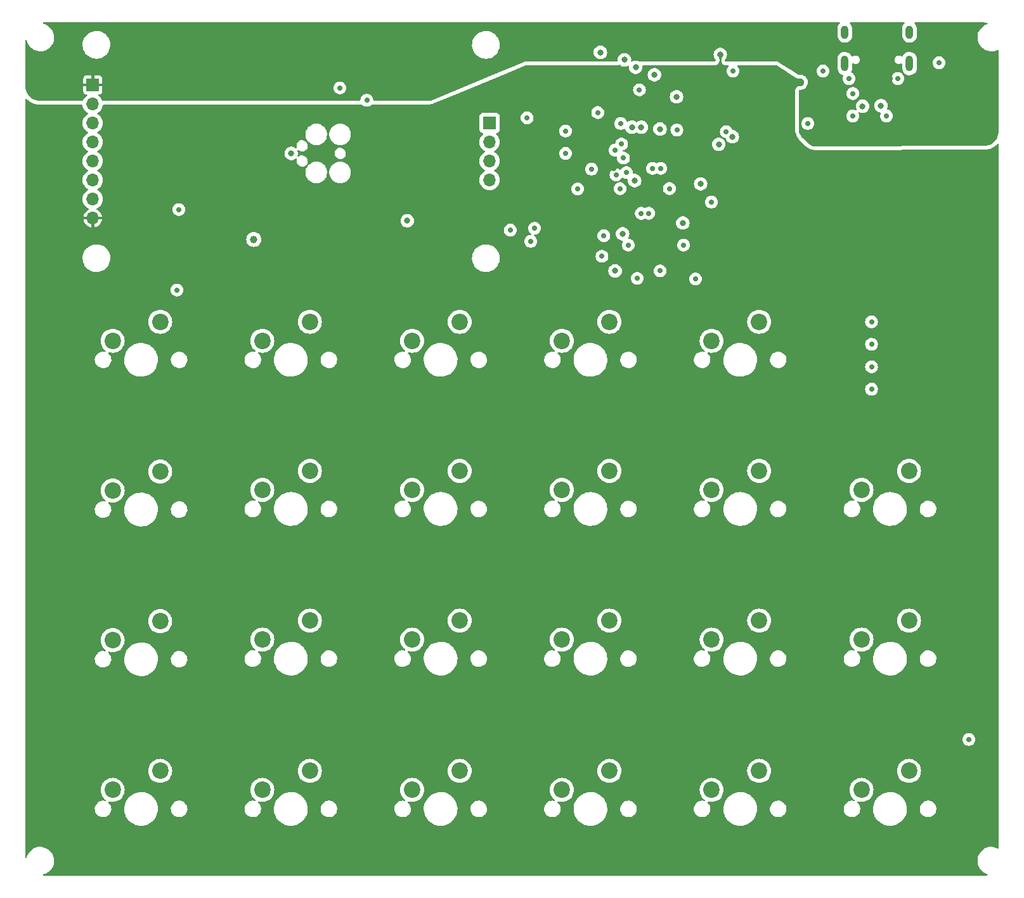
<source format=gbr>
%TF.GenerationSoftware,KiCad,Pcbnew,7.0.9*%
%TF.CreationDate,2023-12-17T15:27:51-08:00*%
%TF.ProjectId,MicroTrainer,4d696372-6f54-4726-9169-6e65722e6b69,rev?*%
%TF.SameCoordinates,Original*%
%TF.FileFunction,Copper,L3,Inr*%
%TF.FilePolarity,Positive*%
%FSLAX46Y46*%
G04 Gerber Fmt 4.6, Leading zero omitted, Abs format (unit mm)*
G04 Created by KiCad (PCBNEW 7.0.9) date 2023-12-17 15:27:51*
%MOMM*%
%LPD*%
G01*
G04 APERTURE LIST*
%TA.AperFunction,ComponentPad*%
%ADD10R,1.700000X1.700000*%
%TD*%
%TA.AperFunction,ComponentPad*%
%ADD11O,1.700000X1.700000*%
%TD*%
%TA.AperFunction,ComponentPad*%
%ADD12C,2.200000*%
%TD*%
%TA.AperFunction,ComponentPad*%
%ADD13O,1.000000X2.100000*%
%TD*%
%TA.AperFunction,ComponentPad*%
%ADD14O,1.000000X1.800000*%
%TD*%
%TA.AperFunction,ViaPad*%
%ADD15C,0.700000*%
%TD*%
%TA.AperFunction,ViaPad*%
%ADD16C,0.800000*%
%TD*%
%TA.AperFunction,ViaPad*%
%ADD17C,1.000000*%
%TD*%
%TA.AperFunction,Conductor*%
%ADD18C,0.250000*%
%TD*%
G04 APERTURE END LIST*
D10*
%TO.N,/PB12SDCS*%
%TO.C,J4*%
X77000000Y-33440000D03*
D11*
%TO.N,/PB15MOSI*%
X77000000Y-35980000D03*
%TO.N,/PB14MISO*%
X77000000Y-38520000D03*
%TO.N,/PB13SCK*%
X77000000Y-41060000D03*
%TD*%
D12*
%TO.N,/PC9*%
%TO.C,SW24*%
X133000000Y-120000000D03*
%TO.N,/PA0*%
X126650000Y-122540000D03*
%TD*%
%TO.N,/PC7*%
%TO.C,SW8*%
X53000000Y-79920000D03*
%TO.N,/PA4*%
X46650000Y-82460000D03*
%TD*%
%TO.N,/PC6*%
%TO.C,SW5*%
X113000000Y-60000000D03*
%TO.N,/PA1*%
X106650000Y-62540000D03*
%TD*%
%TO.N,/PC6*%
%TO.C,SW4*%
X93000000Y-60000000D03*
%TO.N,/PA2*%
X86650000Y-62540000D03*
%TD*%
%TO.N,/PC9*%
%TO.C,SW21*%
X73000000Y-120000000D03*
%TO.N,/PA3*%
X66650000Y-122540000D03*
%TD*%
%TO.N,/PC8*%
%TO.C,SW17*%
X113000000Y-99920000D03*
%TO.N,/PA1*%
X106650000Y-102460000D03*
%TD*%
%TO.N,/PC7*%
%TO.C,SW11*%
X113000000Y-79920000D03*
%TO.N,/PA1*%
X106650000Y-82460000D03*
%TD*%
%TO.N,/PC7*%
%TO.C,SW9*%
X73000000Y-79920000D03*
%TO.N,/PA3*%
X66650000Y-82460000D03*
%TD*%
%TO.N,/PC6*%
%TO.C,SW2*%
X53000000Y-60000000D03*
%TO.N,/PA4*%
X46650000Y-62540000D03*
%TD*%
%TO.N,/PC9*%
%TO.C,SW23*%
X113000000Y-120000000D03*
%TO.N,/PA1*%
X106650000Y-122540000D03*
%TD*%
%TO.N,/PC9*%
%TO.C,SW22*%
X93000000Y-120000000D03*
%TO.N,/PA2*%
X86650000Y-122540000D03*
%TD*%
%TO.N,/PC7*%
%TO.C,SW10*%
X93000000Y-79920000D03*
%TO.N,/PA2*%
X86650000Y-82460000D03*
%TD*%
%TO.N,/PC9*%
%TO.C,SW20*%
X53000000Y-120000000D03*
%TO.N,/PA4*%
X46650000Y-122540000D03*
%TD*%
%TO.N,/PC9*%
%TO.C,SW19*%
X33000000Y-120000000D03*
%TO.N,/PA5*%
X26650000Y-122540000D03*
%TD*%
%TO.N,/PC8*%
%TO.C,SW18*%
X133000000Y-99920000D03*
%TO.N,/PA0*%
X126650000Y-102460000D03*
%TD*%
%TO.N,/PC8*%
%TO.C,SW16*%
X93000000Y-99920000D03*
%TO.N,/PA2*%
X86650000Y-102460000D03*
%TD*%
%TO.N,/PC7*%
%TO.C,SW7*%
X33000000Y-80000000D03*
%TO.N,/PA5*%
X26650000Y-82540000D03*
%TD*%
%TO.N,/PC8*%
%TO.C,SW15*%
X73000000Y-99920000D03*
%TO.N,/PA3*%
X66650000Y-102460000D03*
%TD*%
%TO.N,/PC8*%
%TO.C,SW14*%
X53000000Y-99920000D03*
%TO.N,/PA4*%
X46650000Y-102460000D03*
%TD*%
%TO.N,/PC8*%
%TO.C,SW13*%
X33000000Y-100000000D03*
%TO.N,/PA5*%
X26650000Y-102540000D03*
%TD*%
%TO.N,/PC6*%
%TO.C,SW3*%
X73000000Y-60000000D03*
%TO.N,/PA3*%
X66650000Y-62540000D03*
%TD*%
%TO.N,/PC6*%
%TO.C,SW1*%
X33000000Y-60000000D03*
%TO.N,/PA5*%
X26650000Y-62540000D03*
%TD*%
D10*
%TO.N,+5V*%
%TO.C,J5*%
X24000000Y-28360000D03*
D11*
%TO.N,GND*%
X24000000Y-30900000D03*
%TO.N,/PB10LCDCS*%
X24000000Y-33440000D03*
%TO.N,/PB7LCDRST*%
X24000000Y-35980000D03*
%TO.N,/PB6LCDA0*%
X24000000Y-38520000D03*
%TO.N,/PB15MOSI*%
X24000000Y-41060000D03*
%TO.N,/PB13SCK*%
X24000000Y-43600000D03*
%TO.N,+3V3*%
X24000000Y-46140000D03*
%TD*%
D13*
%TO.N,GND*%
%TO.C,J6*%
X133070000Y-25500000D03*
D14*
X133070000Y-21300000D03*
D13*
X124430000Y-25500000D03*
D14*
X124430000Y-21300000D03*
%TD*%
D12*
%TO.N,/NRST*%
%TO.C,SW25*%
X133000000Y-79920000D03*
%TO.N,GND*%
X126650000Y-82460000D03*
%TD*%
D15*
%TO.N,GND*%
X125000000Y-27500000D03*
X87125000Y-34500000D03*
X128000000Y-66000000D03*
X128000000Y-60000000D03*
X90600000Y-39600000D03*
X95500000Y-49750000D03*
X121500000Y-26500000D03*
X141000000Y-115800000D03*
X82000000Y-32750000D03*
X125500000Y-32500000D03*
X128000000Y-63000000D03*
X137000000Y-25400000D03*
X87125000Y-37500000D03*
X94625000Y-36250000D03*
X101000000Y-42200000D03*
X102902195Y-49750000D03*
X131500000Y-27500000D03*
D16*
X102800000Y-46800000D03*
D15*
X91430000Y-32040000D03*
X94500000Y-33500000D03*
X94400000Y-42200000D03*
X130000000Y-32500000D03*
X102000000Y-34375000D03*
X125500000Y-29500000D03*
X97000000Y-29000000D03*
X128000000Y-69000000D03*
X119500000Y-33500000D03*
X94875000Y-38125000D03*
X108600000Y-34600000D03*
X106600000Y-44000000D03*
X109500000Y-26500000D03*
D16*
X50500000Y-37500000D03*
D15*
%TO.N,+5V*%
X126000000Y-28174500D03*
D17*
X121770000Y-34580000D03*
X121770000Y-29500000D03*
D15*
X130500000Y-27500000D03*
D16*
X121980000Y-30960000D03*
D17*
%TO.N,+3V3*%
X118500000Y-28000000D03*
D15*
X93200000Y-29000000D03*
X87300000Y-40500000D03*
X102800000Y-44000000D03*
X93574198Y-39527284D03*
D17*
X114500000Y-30250000D03*
D15*
X101500000Y-45000000D03*
X59137868Y-38420000D03*
D16*
X94988391Y-45510488D03*
D15*
X94000000Y-30600000D03*
X90750000Y-34000000D03*
D17*
X117450000Y-28000000D03*
D16*
X107800000Y-24300000D03*
D15*
X104800000Y-34200000D03*
%TO.N,/SWDIO*%
X60600000Y-30400000D03*
D16*
X99750000Y-34250000D03*
X99000000Y-27000000D03*
%TO.N,/SWCLK*%
X95000000Y-25000000D03*
X101960000Y-29940000D03*
D15*
X57000000Y-28750000D03*
%TO.N,/PB15MOSI*%
X99860500Y-39500000D03*
X83000000Y-47500000D03*
X98250000Y-45500000D03*
D16*
%TO.N,/PB14MISO*%
X94750000Y-48250000D03*
D15*
X82500000Y-49250000D03*
X98750000Y-39500000D03*
%TO.N,/PB13SCK*%
X95250000Y-40075000D03*
X92250000Y-48500000D03*
X79750000Y-47750000D03*
D16*
%TO.N,/PB12SDCS*%
X105175000Y-41575000D03*
D15*
%TO.N,/NRST*%
X93750000Y-37075000D03*
%TO.N,/PA0*%
X92000000Y-51250000D03*
X93875000Y-40375000D03*
X104475000Y-54275000D03*
D16*
%TO.N,/PA1*%
X96360000Y-41140000D03*
D15*
X99750000Y-53200000D03*
D16*
X93750000Y-53200000D03*
D15*
%TO.N,/PA2*%
X88750000Y-42250000D03*
D16*
%TO.N,/PA3*%
X66000000Y-46500000D03*
D17*
%TO.N,/PA4*%
X45500000Y-49000000D03*
D15*
%TO.N,/PA5*%
X97250000Y-45500000D03*
X35250000Y-55750000D03*
X96720000Y-54200000D03*
D16*
%TO.N,/DPLUS*%
X109400000Y-35275500D03*
X126800000Y-31200000D03*
%TO.N,/DMINUS*%
X107600000Y-36299500D03*
X129250000Y-31125000D03*
%TO.N,/PB7LCDRST*%
X91787500Y-24000000D03*
X96000000Y-34000000D03*
D15*
%TO.N,/PB10LCDCS*%
X35500000Y-45000000D03*
D16*
%TO.N,/PB6LCDA0*%
X97250000Y-34000000D03*
X96500000Y-26000000D03*
%TD*%
D18*
%TO.N,+3V3*%
X107800000Y-24300000D02*
X107800000Y-26300000D01*
%TD*%
%TA.AperFunction,Conductor*%
%TO.N,+3V3*%
G36*
X107851690Y-23907163D02*
G01*
X107884183Y-23914069D01*
X107912553Y-23920099D01*
X107932229Y-23926491D01*
X107989080Y-23951803D01*
X108007003Y-23962151D01*
X108057345Y-23998726D01*
X108072725Y-24012573D01*
X108114360Y-24058813D01*
X108126523Y-24075554D01*
X108157633Y-24129437D01*
X108166051Y-24148345D01*
X108185279Y-24207522D01*
X108189583Y-24227767D01*
X108196087Y-24289651D01*
X108196087Y-24310347D01*
X108189583Y-24372231D01*
X108185280Y-24392472D01*
X108166050Y-24451654D01*
X108157634Y-24470557D01*
X108126525Y-24524439D01*
X108114360Y-24541183D01*
X108070849Y-24589507D01*
X108062263Y-24599561D01*
X108051578Y-24612753D01*
X108027129Y-24645573D01*
X107963648Y-24774689D01*
X107944740Y-24832883D01*
X107940476Y-24846671D01*
X107940473Y-24846686D01*
X107920000Y-24989083D01*
X107920000Y-25111268D01*
X107926283Y-25190721D01*
X107926283Y-25190720D01*
X107931171Y-25221435D01*
X107931179Y-25221472D01*
X107954538Y-25312570D01*
X107954540Y-25312575D01*
X108021872Y-25439728D01*
X108057909Y-25489175D01*
X108075575Y-25512014D01*
X108181722Y-25609145D01*
X108181723Y-25609145D01*
X108181724Y-25609146D01*
X108181724Y-25609147D01*
X108310926Y-25672433D01*
X108310931Y-25672434D01*
X108310934Y-25672436D01*
X108369153Y-25691257D01*
X108382950Y-25695501D01*
X108525396Y-25715766D01*
X108839583Y-25715299D01*
X108897800Y-25734120D01*
X108933837Y-25783566D01*
X108933928Y-25844752D01*
X108913300Y-25880542D01*
X108808143Y-25997332D01*
X108808139Y-25997338D01*
X108718754Y-26152155D01*
X108718748Y-26152169D01*
X108663504Y-26322191D01*
X108663503Y-26322195D01*
X108663503Y-26322197D01*
X108644815Y-26500000D01*
X108662986Y-26672888D01*
X108663504Y-26677808D01*
X108718748Y-26847830D01*
X108718754Y-26847844D01*
X108789769Y-26970845D01*
X108808141Y-27002665D01*
X108808143Y-27002667D01*
X108927765Y-27135521D01*
X108927771Y-27135527D01*
X109072402Y-27240609D01*
X109072412Y-27240615D01*
X109235726Y-27313326D01*
X109235733Y-27313329D01*
X109410609Y-27350500D01*
X109410612Y-27350500D01*
X109589388Y-27350500D01*
X109589391Y-27350500D01*
X109764267Y-27313329D01*
X109845930Y-27276970D01*
X109927587Y-27240615D01*
X109927589Y-27240613D01*
X109927593Y-27240612D01*
X110072230Y-27135526D01*
X110191859Y-27002665D01*
X110281250Y-26847835D01*
X110336497Y-26677803D01*
X110355185Y-26500000D01*
X110336497Y-26322197D01*
X110281250Y-26152165D01*
X110281247Y-26152160D01*
X110281245Y-26152155D01*
X110235322Y-26072615D01*
X110191859Y-25997335D01*
X110158289Y-25960051D01*
X110084939Y-25878588D01*
X110060052Y-25822692D01*
X110072774Y-25762844D01*
X110118243Y-25721903D01*
X110158362Y-25713344D01*
X115268560Y-25705768D01*
X115323289Y-25722174D01*
X115857336Y-26075110D01*
X116500259Y-26499998D01*
X117138400Y-26921726D01*
X117950429Y-27458371D01*
X117959644Y-27464319D01*
X118091050Y-27522919D01*
X118233643Y-27542125D01*
X118375870Y-27520379D01*
X118393631Y-27514990D01*
X118412662Y-27511205D01*
X118490303Y-27503559D01*
X118509697Y-27503559D01*
X118587327Y-27511204D01*
X118606358Y-27514990D01*
X118624121Y-27520378D01*
X118681020Y-27537638D01*
X118698940Y-27545060D01*
X118767743Y-27581836D01*
X118783871Y-27592613D01*
X118844166Y-27642095D01*
X118857888Y-27655817D01*
X118907382Y-27716124D01*
X118918165Y-27732261D01*
X118954937Y-27801056D01*
X118962364Y-27818988D01*
X118985006Y-27893632D01*
X118988792Y-27912664D01*
X118996439Y-27990291D01*
X118996439Y-28009701D01*
X118988792Y-28087334D01*
X118985006Y-28106366D01*
X118962364Y-28181010D01*
X118954937Y-28198943D01*
X118918164Y-28267738D01*
X118907381Y-28283874D01*
X118857894Y-28344173D01*
X118844173Y-28357894D01*
X118783874Y-28407381D01*
X118767737Y-28418164D01*
X118698943Y-28454936D01*
X118681012Y-28462363D01*
X118606367Y-28485006D01*
X118587333Y-28488792D01*
X118509706Y-28496438D01*
X118490299Y-28496438D01*
X118464071Y-28493855D01*
X118464064Y-28493855D01*
X118419603Y-28493966D01*
X118362431Y-28494110D01*
X118323071Y-28498187D01*
X118323065Y-28498187D01*
X118323055Y-28498189D01*
X118209842Y-28523287D01*
X118209841Y-28523287D01*
X118209838Y-28523288D01*
X118081947Y-28589205D01*
X118032107Y-28624690D01*
X118009082Y-28642095D01*
X117910775Y-28747157D01*
X117862175Y-28843649D01*
X117846054Y-28875657D01*
X117846052Y-28875660D01*
X117846051Y-28875664D01*
X117826589Y-28933657D01*
X117822190Y-28947410D01*
X117822188Y-28947419D01*
X117800346Y-29089615D01*
X117800344Y-29089636D01*
X117796446Y-29495140D01*
X117796399Y-29499998D01*
X117780053Y-31199998D01*
X117767600Y-32495140D01*
X117767553Y-32499998D01*
X117757984Y-33495140D01*
X117757937Y-33499998D01*
X117752532Y-34062215D01*
X117753001Y-34082189D01*
X117767497Y-34337870D01*
X117768664Y-34358444D01*
X117770172Y-34375178D01*
X117772931Y-34397477D01*
X117773031Y-34398287D01*
X117775626Y-34414776D01*
X117827321Y-34684830D01*
X117831009Y-34701154D01*
X117836893Y-34723696D01*
X117841662Y-34739763D01*
X117928603Y-35000680D01*
X117929339Y-35002667D01*
X117934431Y-35016412D01*
X117943241Y-35037966D01*
X117950074Y-35053223D01*
X117980529Y-35115609D01*
X118070712Y-35300346D01*
X118071685Y-35302181D01*
X118078566Y-35315166D01*
X118090152Y-35335377D01*
X118093387Y-35340612D01*
X118098944Y-35349604D01*
X118251165Y-35578608D01*
X118260906Y-35592256D01*
X118275067Y-35610769D01*
X118285661Y-35623710D01*
X118466457Y-35830202D01*
X118467860Y-35831804D01*
X118481543Y-35846427D01*
X119008173Y-36373057D01*
X119019003Y-36383199D01*
X119022687Y-36386649D01*
X119229285Y-36567709D01*
X119242152Y-36578258D01*
X119260523Y-36592333D01*
X119274038Y-36602000D01*
X119501211Y-36753464D01*
X119515353Y-36762235D01*
X119535407Y-36773776D01*
X119550070Y-36781586D01*
X119795153Y-36901941D01*
X119810315Y-36908776D01*
X119831713Y-36917589D01*
X119847282Y-36923410D01*
X120106039Y-37010577D01*
X120121974Y-37015367D01*
X120144348Y-37021297D01*
X120160543Y-37025025D01*
X120428484Y-37077486D01*
X120444893Y-37080142D01*
X120467846Y-37083087D01*
X120484405Y-37084660D01*
X120758567Y-37101622D01*
X120778443Y-37102196D01*
X143017227Y-37013419D01*
X143038727Y-37012568D01*
X143331734Y-36990489D01*
X143349633Y-36988498D01*
X143381380Y-36983814D01*
X143399078Y-36980556D01*
X143680766Y-36918261D01*
X143698183Y-36913754D01*
X143728946Y-36904613D01*
X143736893Y-36901940D01*
X143746021Y-36898870D01*
X144016036Y-36797209D01*
X144032646Y-36790271D01*
X144051519Y-36781586D01*
X144061798Y-36776856D01*
X144069770Y-36772836D01*
X144077875Y-36768751D01*
X144330716Y-36629795D01*
X144346172Y-36620569D01*
X144373125Y-36603151D01*
X144380749Y-36597830D01*
X144387890Y-36592847D01*
X144586199Y-36443663D01*
X144618448Y-36419403D01*
X144621741Y-36416737D01*
X144632444Y-36408073D01*
X144656650Y-36387006D01*
X144669798Y-36374713D01*
X144830857Y-36213008D01*
X144885318Y-36185122D01*
X144945769Y-36194573D01*
X144989120Y-36237751D01*
X145000000Y-36282872D01*
X145000000Y-130269294D01*
X144981093Y-130327485D01*
X144931593Y-130363449D01*
X144870407Y-130363449D01*
X144858979Y-130358933D01*
X144662822Y-130266979D01*
X144403444Y-130188943D01*
X144403428Y-130188939D01*
X144135440Y-130149500D01*
X144135439Y-130149500D01*
X143932369Y-130149500D01*
X143932367Y-130149500D01*
X143729848Y-130164322D01*
X143465450Y-130223219D01*
X143212439Y-130319987D01*
X142976219Y-130452561D01*
X142761826Y-130618108D01*
X142573814Y-130813119D01*
X142416199Y-131033422D01*
X142292342Y-131274328D01*
X142204884Y-131530687D01*
X142204881Y-131530698D01*
X142155680Y-131797069D01*
X142145788Y-132067765D01*
X142175414Y-132337020D01*
X142209997Y-132469301D01*
X142243928Y-132599088D01*
X142349870Y-132848390D01*
X142421999Y-132966577D01*
X142490983Y-133079612D01*
X142580252Y-133186880D01*
X142664255Y-133287820D01*
X142865998Y-133468582D01*
X143088624Y-133615870D01*
X143091913Y-133618046D01*
X143224100Y-133680012D01*
X143337176Y-133733020D01*
X143379891Y-133745871D01*
X143424519Y-133759298D01*
X143474795Y-133794168D01*
X143494973Y-133851930D01*
X143477346Y-133910521D01*
X143428646Y-133947561D01*
X143417041Y-133950837D01*
X143291547Y-133978137D01*
X143277566Y-133980148D01*
X143001760Y-133999874D01*
X142998227Y-134000000D01*
X17432230Y-134000000D01*
X17374039Y-133981093D01*
X17338075Y-133931593D01*
X17338075Y-133870407D01*
X17374039Y-133820907D01*
X17410701Y-133804369D01*
X17534553Y-133776780D01*
X17787558Y-133680014D01*
X18023777Y-133547441D01*
X18238177Y-133381888D01*
X18426186Y-133186881D01*
X18583799Y-132966579D01*
X18707656Y-132725675D01*
X18795118Y-132469305D01*
X18844319Y-132202933D01*
X18854212Y-131932235D01*
X18824586Y-131662982D01*
X18756072Y-131400912D01*
X18650130Y-131151610D01*
X18509018Y-130920390D01*
X18335745Y-130712180D01*
X18230754Y-130618108D01*
X18134007Y-130531422D01*
X18134004Y-130531420D01*
X18134002Y-130531418D01*
X17984489Y-130432501D01*
X17908086Y-130381953D01*
X17662822Y-130266979D01*
X17403444Y-130188943D01*
X17403428Y-130188939D01*
X17135440Y-130149500D01*
X17135439Y-130149500D01*
X16932369Y-130149500D01*
X16932367Y-130149500D01*
X16729848Y-130164322D01*
X16465450Y-130223219D01*
X16212439Y-130319987D01*
X15976219Y-130452561D01*
X15761826Y-130618108D01*
X15573814Y-130813119D01*
X15416199Y-131033422D01*
X15292342Y-131274328D01*
X15204884Y-131530687D01*
X15204881Y-131530698D01*
X15196353Y-131576869D01*
X15167191Y-131630658D01*
X15111982Y-131657032D01*
X15051814Y-131645919D01*
X15009670Y-131601562D01*
X15000000Y-131558887D01*
X15000000Y-125027400D01*
X24275746Y-125027400D01*
X24285746Y-125237330D01*
X24285747Y-125237337D01*
X24335295Y-125441573D01*
X24335300Y-125441586D01*
X24422602Y-125632751D01*
X24422604Y-125632754D01*
X24544511Y-125803949D01*
X24544513Y-125803951D01*
X24544514Y-125803952D01*
X24696622Y-125948986D01*
X24873428Y-126062613D01*
X25068543Y-126140725D01*
X25274915Y-126180500D01*
X25274918Y-126180500D01*
X25432425Y-126180500D01*
X25589218Y-126165528D01*
X25790875Y-126106316D01*
X25977682Y-126010011D01*
X26142886Y-125880092D01*
X26280519Y-125721256D01*
X26385604Y-125539244D01*
X26454344Y-125340633D01*
X26480980Y-125155371D01*
X28205723Y-125155371D01*
X28235881Y-125455156D01*
X28305728Y-125748251D01*
X28305731Y-125748261D01*
X28360575Y-125890661D01*
X28414022Y-126029431D01*
X28414026Y-126029441D01*
X28558825Y-126293665D01*
X28737554Y-126536239D01*
X28737556Y-126536241D01*
X28845673Y-126648032D01*
X28947020Y-126752824D01*
X28947028Y-126752830D01*
X28947034Y-126752836D01*
X29183471Y-126939548D01*
X29183485Y-126939558D01*
X29320430Y-127020671D01*
X29442730Y-127093109D01*
X29720128Y-127210736D01*
X29720132Y-127210737D01*
X29720140Y-127210740D01*
X29980581Y-127282081D01*
X30010729Y-127290340D01*
X30309347Y-127330500D01*
X30309348Y-127330500D01*
X30535238Y-127330500D01*
X30535244Y-127330500D01*
X30760634Y-127315412D01*
X31055903Y-127255396D01*
X31340537Y-127156560D01*
X31609459Y-127020668D01*
X31857869Y-126850144D01*
X32081333Y-126648032D01*
X32275865Y-126417939D01*
X32437993Y-126163970D01*
X32564823Y-125890658D01*
X32654093Y-125602879D01*
X32704209Y-125305770D01*
X32713516Y-125027400D01*
X34435746Y-125027400D01*
X34445746Y-125237330D01*
X34445747Y-125237337D01*
X34495295Y-125441573D01*
X34495300Y-125441586D01*
X34582602Y-125632751D01*
X34582604Y-125632754D01*
X34704511Y-125803949D01*
X34704513Y-125803951D01*
X34704514Y-125803952D01*
X34856622Y-125948986D01*
X35033428Y-126062613D01*
X35228543Y-126140725D01*
X35434915Y-126180500D01*
X35434918Y-126180500D01*
X35592425Y-126180500D01*
X35749218Y-126165528D01*
X35950875Y-126106316D01*
X36137682Y-126010011D01*
X36302886Y-125880092D01*
X36440519Y-125721256D01*
X36545604Y-125539244D01*
X36614344Y-125340633D01*
X36644254Y-125132602D01*
X36639243Y-125027400D01*
X44275746Y-125027400D01*
X44285746Y-125237330D01*
X44285747Y-125237337D01*
X44335295Y-125441573D01*
X44335300Y-125441586D01*
X44422602Y-125632751D01*
X44422604Y-125632754D01*
X44544511Y-125803949D01*
X44544513Y-125803951D01*
X44544514Y-125803952D01*
X44696622Y-125948986D01*
X44873428Y-126062613D01*
X45068543Y-126140725D01*
X45274915Y-126180500D01*
X45274918Y-126180500D01*
X45432425Y-126180500D01*
X45589218Y-126165528D01*
X45790875Y-126106316D01*
X45977682Y-126010011D01*
X46142886Y-125880092D01*
X46280519Y-125721256D01*
X46385604Y-125539244D01*
X46454344Y-125340633D01*
X46480980Y-125155371D01*
X48205723Y-125155371D01*
X48235881Y-125455156D01*
X48305728Y-125748251D01*
X48305731Y-125748261D01*
X48360575Y-125890661D01*
X48414022Y-126029431D01*
X48414026Y-126029441D01*
X48558825Y-126293665D01*
X48737554Y-126536239D01*
X48737556Y-126536241D01*
X48845673Y-126648032D01*
X48947020Y-126752824D01*
X48947028Y-126752830D01*
X48947034Y-126752836D01*
X49183471Y-126939548D01*
X49183485Y-126939558D01*
X49320430Y-127020671D01*
X49442730Y-127093109D01*
X49720128Y-127210736D01*
X49720132Y-127210737D01*
X49720140Y-127210740D01*
X49980581Y-127282081D01*
X50010729Y-127290340D01*
X50309347Y-127330500D01*
X50309348Y-127330500D01*
X50535238Y-127330500D01*
X50535244Y-127330500D01*
X50760634Y-127315412D01*
X51055903Y-127255396D01*
X51340537Y-127156560D01*
X51609459Y-127020668D01*
X51857869Y-126850144D01*
X52081333Y-126648032D01*
X52275865Y-126417939D01*
X52437993Y-126163970D01*
X52564823Y-125890658D01*
X52654093Y-125602879D01*
X52704209Y-125305770D01*
X52713516Y-125027400D01*
X54435746Y-125027400D01*
X54445746Y-125237330D01*
X54445747Y-125237337D01*
X54495295Y-125441573D01*
X54495300Y-125441586D01*
X54582602Y-125632751D01*
X54582604Y-125632754D01*
X54704511Y-125803949D01*
X54704513Y-125803951D01*
X54704514Y-125803952D01*
X54856622Y-125948986D01*
X55033428Y-126062613D01*
X55228543Y-126140725D01*
X55434915Y-126180500D01*
X55434918Y-126180500D01*
X55592425Y-126180500D01*
X55749218Y-126165528D01*
X55950875Y-126106316D01*
X56137682Y-126010011D01*
X56302886Y-125880092D01*
X56440519Y-125721256D01*
X56545604Y-125539244D01*
X56614344Y-125340633D01*
X56644254Y-125132602D01*
X56639243Y-125027400D01*
X64275746Y-125027400D01*
X64285746Y-125237330D01*
X64285747Y-125237337D01*
X64335295Y-125441573D01*
X64335300Y-125441586D01*
X64422602Y-125632751D01*
X64422604Y-125632754D01*
X64544511Y-125803949D01*
X64544513Y-125803951D01*
X64544514Y-125803952D01*
X64696622Y-125948986D01*
X64873428Y-126062613D01*
X65068543Y-126140725D01*
X65274915Y-126180500D01*
X65274918Y-126180500D01*
X65432425Y-126180500D01*
X65589218Y-126165528D01*
X65790875Y-126106316D01*
X65977682Y-126010011D01*
X66142886Y-125880092D01*
X66280519Y-125721256D01*
X66385604Y-125539244D01*
X66454344Y-125340633D01*
X66480980Y-125155371D01*
X68205723Y-125155371D01*
X68235881Y-125455156D01*
X68305728Y-125748251D01*
X68305731Y-125748261D01*
X68360575Y-125890661D01*
X68414022Y-126029431D01*
X68414026Y-126029441D01*
X68558825Y-126293665D01*
X68737554Y-126536239D01*
X68737556Y-126536241D01*
X68845673Y-126648032D01*
X68947020Y-126752824D01*
X68947028Y-126752830D01*
X68947034Y-126752836D01*
X69183471Y-126939548D01*
X69183485Y-126939558D01*
X69320430Y-127020671D01*
X69442730Y-127093109D01*
X69720128Y-127210736D01*
X69720132Y-127210737D01*
X69720140Y-127210740D01*
X69980581Y-127282081D01*
X70010729Y-127290340D01*
X70309347Y-127330500D01*
X70309348Y-127330500D01*
X70535238Y-127330500D01*
X70535244Y-127330500D01*
X70760634Y-127315412D01*
X71055903Y-127255396D01*
X71340537Y-127156560D01*
X71609459Y-127020668D01*
X71857869Y-126850144D01*
X72081333Y-126648032D01*
X72275865Y-126417939D01*
X72437993Y-126163970D01*
X72564823Y-125890658D01*
X72654093Y-125602879D01*
X72704209Y-125305770D01*
X72713516Y-125027400D01*
X74435746Y-125027400D01*
X74445746Y-125237330D01*
X74445747Y-125237337D01*
X74495295Y-125441573D01*
X74495300Y-125441586D01*
X74582602Y-125632751D01*
X74582604Y-125632754D01*
X74704511Y-125803949D01*
X74704513Y-125803951D01*
X74704514Y-125803952D01*
X74856622Y-125948986D01*
X75033428Y-126062613D01*
X75228543Y-126140725D01*
X75434915Y-126180500D01*
X75434918Y-126180500D01*
X75592425Y-126180500D01*
X75749218Y-126165528D01*
X75950875Y-126106316D01*
X76137682Y-126010011D01*
X76302886Y-125880092D01*
X76440519Y-125721256D01*
X76545604Y-125539244D01*
X76614344Y-125340633D01*
X76644254Y-125132602D01*
X76639243Y-125027400D01*
X84275746Y-125027400D01*
X84285746Y-125237330D01*
X84285747Y-125237337D01*
X84335295Y-125441573D01*
X84335300Y-125441586D01*
X84422602Y-125632751D01*
X84422604Y-125632754D01*
X84544511Y-125803949D01*
X84544513Y-125803951D01*
X84544514Y-125803952D01*
X84696622Y-125948986D01*
X84873428Y-126062613D01*
X85068543Y-126140725D01*
X85274915Y-126180500D01*
X85274918Y-126180500D01*
X85432425Y-126180500D01*
X85589218Y-126165528D01*
X85790875Y-126106316D01*
X85977682Y-126010011D01*
X86142886Y-125880092D01*
X86280519Y-125721256D01*
X86385604Y-125539244D01*
X86454344Y-125340633D01*
X86480980Y-125155371D01*
X88205723Y-125155371D01*
X88235881Y-125455156D01*
X88305728Y-125748251D01*
X88305731Y-125748261D01*
X88360575Y-125890661D01*
X88414022Y-126029431D01*
X88414026Y-126029441D01*
X88558825Y-126293665D01*
X88737554Y-126536239D01*
X88737556Y-126536241D01*
X88845673Y-126648032D01*
X88947020Y-126752824D01*
X88947028Y-126752830D01*
X88947034Y-126752836D01*
X89183471Y-126939548D01*
X89183485Y-126939558D01*
X89320430Y-127020671D01*
X89442730Y-127093109D01*
X89720128Y-127210736D01*
X89720132Y-127210737D01*
X89720140Y-127210740D01*
X89980581Y-127282081D01*
X90010729Y-127290340D01*
X90309347Y-127330500D01*
X90309348Y-127330500D01*
X90535238Y-127330500D01*
X90535244Y-127330500D01*
X90760634Y-127315412D01*
X91055903Y-127255396D01*
X91340537Y-127156560D01*
X91609459Y-127020668D01*
X91857869Y-126850144D01*
X92081333Y-126648032D01*
X92275865Y-126417939D01*
X92437993Y-126163970D01*
X92564823Y-125890658D01*
X92654093Y-125602879D01*
X92704209Y-125305770D01*
X92713516Y-125027400D01*
X94435746Y-125027400D01*
X94445746Y-125237330D01*
X94445747Y-125237337D01*
X94495295Y-125441573D01*
X94495300Y-125441586D01*
X94582602Y-125632751D01*
X94582604Y-125632754D01*
X94704511Y-125803949D01*
X94704513Y-125803951D01*
X94704514Y-125803952D01*
X94856622Y-125948986D01*
X95033428Y-126062613D01*
X95228543Y-126140725D01*
X95434915Y-126180500D01*
X95434918Y-126180500D01*
X95592425Y-126180500D01*
X95749218Y-126165528D01*
X95950875Y-126106316D01*
X96137682Y-126010011D01*
X96302886Y-125880092D01*
X96440519Y-125721256D01*
X96545604Y-125539244D01*
X96614344Y-125340633D01*
X96644254Y-125132602D01*
X96639243Y-125027400D01*
X104275746Y-125027400D01*
X104285746Y-125237330D01*
X104285747Y-125237337D01*
X104335295Y-125441573D01*
X104335300Y-125441586D01*
X104422602Y-125632751D01*
X104422604Y-125632754D01*
X104544511Y-125803949D01*
X104544513Y-125803951D01*
X104544514Y-125803952D01*
X104696622Y-125948986D01*
X104873428Y-126062613D01*
X105068543Y-126140725D01*
X105274915Y-126180500D01*
X105274918Y-126180500D01*
X105432425Y-126180500D01*
X105589218Y-126165528D01*
X105790875Y-126106316D01*
X105977682Y-126010011D01*
X106142886Y-125880092D01*
X106280519Y-125721256D01*
X106385604Y-125539244D01*
X106454344Y-125340633D01*
X106480980Y-125155371D01*
X108205723Y-125155371D01*
X108235881Y-125455156D01*
X108305728Y-125748251D01*
X108305731Y-125748261D01*
X108360575Y-125890661D01*
X108414022Y-126029431D01*
X108414026Y-126029441D01*
X108558825Y-126293665D01*
X108737554Y-126536239D01*
X108737556Y-126536241D01*
X108845673Y-126648032D01*
X108947020Y-126752824D01*
X108947028Y-126752830D01*
X108947034Y-126752836D01*
X109183471Y-126939548D01*
X109183485Y-126939558D01*
X109320430Y-127020671D01*
X109442730Y-127093109D01*
X109720128Y-127210736D01*
X109720132Y-127210737D01*
X109720140Y-127210740D01*
X109980581Y-127282081D01*
X110010729Y-127290340D01*
X110309347Y-127330500D01*
X110309348Y-127330500D01*
X110535238Y-127330500D01*
X110535244Y-127330500D01*
X110760634Y-127315412D01*
X111055903Y-127255396D01*
X111340537Y-127156560D01*
X111609459Y-127020668D01*
X111857869Y-126850144D01*
X112081333Y-126648032D01*
X112275865Y-126417939D01*
X112437993Y-126163970D01*
X112564823Y-125890658D01*
X112654093Y-125602879D01*
X112704209Y-125305770D01*
X112713516Y-125027400D01*
X114435746Y-125027400D01*
X114445746Y-125237330D01*
X114445747Y-125237337D01*
X114495295Y-125441573D01*
X114495300Y-125441586D01*
X114582602Y-125632751D01*
X114582604Y-125632754D01*
X114704511Y-125803949D01*
X114704513Y-125803951D01*
X114704514Y-125803952D01*
X114856622Y-125948986D01*
X115033428Y-126062613D01*
X115228543Y-126140725D01*
X115434915Y-126180500D01*
X115434918Y-126180500D01*
X115592425Y-126180500D01*
X115749218Y-126165528D01*
X115950875Y-126106316D01*
X116137682Y-126010011D01*
X116302886Y-125880092D01*
X116440519Y-125721256D01*
X116545604Y-125539244D01*
X116614344Y-125340633D01*
X116644254Y-125132602D01*
X116639243Y-125027400D01*
X124275746Y-125027400D01*
X124285746Y-125237330D01*
X124285747Y-125237337D01*
X124335295Y-125441573D01*
X124335300Y-125441586D01*
X124422602Y-125632751D01*
X124422604Y-125632754D01*
X124544511Y-125803949D01*
X124544513Y-125803951D01*
X124544514Y-125803952D01*
X124696622Y-125948986D01*
X124873428Y-126062613D01*
X125068543Y-126140725D01*
X125274915Y-126180500D01*
X125274918Y-126180500D01*
X125432425Y-126180500D01*
X125589218Y-126165528D01*
X125790875Y-126106316D01*
X125977682Y-126010011D01*
X126142886Y-125880092D01*
X126280519Y-125721256D01*
X126385604Y-125539244D01*
X126454344Y-125340633D01*
X126480980Y-125155371D01*
X128205723Y-125155371D01*
X128235881Y-125455156D01*
X128305728Y-125748251D01*
X128305731Y-125748261D01*
X128360575Y-125890661D01*
X128414022Y-126029431D01*
X128414026Y-126029441D01*
X128558825Y-126293665D01*
X128737554Y-126536239D01*
X128737556Y-126536241D01*
X128845673Y-126648032D01*
X128947020Y-126752824D01*
X128947028Y-126752830D01*
X128947034Y-126752836D01*
X129183471Y-126939548D01*
X129183485Y-126939558D01*
X129320430Y-127020671D01*
X129442730Y-127093109D01*
X129720128Y-127210736D01*
X129720132Y-127210737D01*
X129720140Y-127210740D01*
X129980581Y-127282081D01*
X130010729Y-127290340D01*
X130309347Y-127330500D01*
X130309348Y-127330500D01*
X130535238Y-127330500D01*
X130535244Y-127330500D01*
X130760634Y-127315412D01*
X131055903Y-127255396D01*
X131340537Y-127156560D01*
X131609459Y-127020668D01*
X131857869Y-126850144D01*
X132081333Y-126648032D01*
X132275865Y-126417939D01*
X132437993Y-126163970D01*
X132564823Y-125890658D01*
X132654093Y-125602879D01*
X132704209Y-125305770D01*
X132713516Y-125027400D01*
X134435746Y-125027400D01*
X134445746Y-125237330D01*
X134445747Y-125237337D01*
X134495295Y-125441573D01*
X134495300Y-125441586D01*
X134582602Y-125632751D01*
X134582604Y-125632754D01*
X134704511Y-125803949D01*
X134704513Y-125803951D01*
X134704514Y-125803952D01*
X134856622Y-125948986D01*
X135033428Y-126062613D01*
X135228543Y-126140725D01*
X135434915Y-126180500D01*
X135434918Y-126180500D01*
X135592425Y-126180500D01*
X135749218Y-126165528D01*
X135950875Y-126106316D01*
X136137682Y-126010011D01*
X136302886Y-125880092D01*
X136440519Y-125721256D01*
X136545604Y-125539244D01*
X136614344Y-125340633D01*
X136644254Y-125132602D01*
X136634254Y-124922670D01*
X136584704Y-124718424D01*
X136578502Y-124704843D01*
X136497397Y-124527248D01*
X136497395Y-124527245D01*
X136375488Y-124356050D01*
X136295631Y-124279907D01*
X136223378Y-124211014D01*
X136046572Y-124097387D01*
X136046569Y-124097386D01*
X136046568Y-124097385D01*
X135937409Y-124053685D01*
X135851457Y-124019275D01*
X135645085Y-123979500D01*
X135487575Y-123979500D01*
X135330781Y-123994472D01*
X135129120Y-124053685D01*
X134942320Y-124149987D01*
X134942317Y-124149989D01*
X134777113Y-124279907D01*
X134639480Y-124438744D01*
X134534397Y-124620753D01*
X134534394Y-124620760D01*
X134465657Y-124819362D01*
X134465655Y-124819368D01*
X134435746Y-125027393D01*
X134435746Y-125027400D01*
X132713516Y-125027400D01*
X132714277Y-125004631D01*
X132684118Y-124704838D01*
X132614269Y-124411739D01*
X132505977Y-124130566D01*
X132487794Y-124097387D01*
X132432251Y-123996033D01*
X132361175Y-123866335D01*
X132269609Y-123742061D01*
X132182445Y-123623760D01*
X132182443Y-123623758D01*
X132071410Y-123508952D01*
X131972980Y-123407176D01*
X131972972Y-123407169D01*
X131972965Y-123407163D01*
X131736528Y-123220451D01*
X131736514Y-123220441D01*
X131477271Y-123066891D01*
X131477264Y-123066888D01*
X131199875Y-122949265D01*
X131199859Y-122949259D01*
X130909277Y-122869661D01*
X130909270Y-122869659D01*
X130650812Y-122834900D01*
X130610653Y-122829500D01*
X130384756Y-122829500D01*
X130249522Y-122838552D01*
X130159362Y-122844588D01*
X129864104Y-122904602D01*
X129864089Y-122904606D01*
X129579459Y-123003441D01*
X129579456Y-123003443D01*
X129310546Y-123139328D01*
X129062125Y-123309860D01*
X128838667Y-123511967D01*
X128644133Y-123742063D01*
X128482004Y-123996033D01*
X128355178Y-124269338D01*
X128355176Y-124269344D01*
X128265911Y-124557106D01*
X128265907Y-124557121D01*
X128215791Y-124854230D01*
X128210002Y-125027398D01*
X128205723Y-125155371D01*
X126480980Y-125155371D01*
X126484254Y-125132602D01*
X126474254Y-124922670D01*
X126424704Y-124718424D01*
X126418502Y-124704843D01*
X126337397Y-124527248D01*
X126337395Y-124527245D01*
X126215488Y-124356050D01*
X126097010Y-124243082D01*
X126067943Y-124189242D01*
X126076074Y-124128599D01*
X126118297Y-124084317D01*
X126178484Y-124073310D01*
X126188426Y-124075164D01*
X126398852Y-124125683D01*
X126650000Y-124145449D01*
X126901148Y-124125683D01*
X127146111Y-124066873D01*
X127378859Y-123970466D01*
X127593659Y-123838836D01*
X127785224Y-123675224D01*
X127948836Y-123483659D01*
X128080466Y-123268859D01*
X128176873Y-123036111D01*
X128235683Y-122791148D01*
X128255449Y-122540000D01*
X128235683Y-122288852D01*
X128176873Y-122043889D01*
X128080466Y-121811141D01*
X127948836Y-121596341D01*
X127807166Y-121430467D01*
X127785232Y-121404785D01*
X127785229Y-121404782D01*
X127785224Y-121404776D01*
X127785217Y-121404770D01*
X127785214Y-121404767D01*
X127593664Y-121241168D01*
X127593656Y-121241162D01*
X127378862Y-121109535D01*
X127378856Y-121109532D01*
X127146112Y-121013127D01*
X127146113Y-121013127D01*
X126901146Y-120954316D01*
X126650000Y-120934551D01*
X126398853Y-120954316D01*
X126153886Y-121013127D01*
X125921143Y-121109532D01*
X125921137Y-121109535D01*
X125706343Y-121241162D01*
X125706335Y-121241168D01*
X125514785Y-121404767D01*
X125514767Y-121404785D01*
X125351168Y-121596335D01*
X125351162Y-121596343D01*
X125219535Y-121811137D01*
X125219532Y-121811143D01*
X125123127Y-122043886D01*
X125064316Y-122288853D01*
X125044551Y-122540000D01*
X125064316Y-122791146D01*
X125123127Y-123036113D01*
X125219532Y-123268856D01*
X125219535Y-123268862D01*
X125351162Y-123483656D01*
X125351168Y-123483664D01*
X125470821Y-123623760D01*
X125514776Y-123675224D01*
X125514782Y-123675229D01*
X125514785Y-123675232D01*
X125698499Y-123832138D01*
X125730469Y-123884307D01*
X125725668Y-123945303D01*
X125685932Y-123991829D01*
X125626437Y-124006113D01*
X125615469Y-124004629D01*
X125542336Y-123990534D01*
X125485085Y-123979500D01*
X125327575Y-123979500D01*
X125170781Y-123994472D01*
X124969120Y-124053685D01*
X124782320Y-124149987D01*
X124782317Y-124149989D01*
X124617113Y-124279907D01*
X124479480Y-124438744D01*
X124374397Y-124620753D01*
X124374394Y-124620760D01*
X124305657Y-124819362D01*
X124305655Y-124819368D01*
X124275746Y-125027393D01*
X124275746Y-125027400D01*
X116639243Y-125027400D01*
X116634254Y-124922670D01*
X116584704Y-124718424D01*
X116578502Y-124704843D01*
X116497397Y-124527248D01*
X116497395Y-124527245D01*
X116375488Y-124356050D01*
X116295631Y-124279907D01*
X116223378Y-124211014D01*
X116046572Y-124097387D01*
X116046569Y-124097386D01*
X116046568Y-124097385D01*
X115937409Y-124053685D01*
X115851457Y-124019275D01*
X115645085Y-123979500D01*
X115487575Y-123979500D01*
X115330781Y-123994472D01*
X115129120Y-124053685D01*
X114942320Y-124149987D01*
X114942317Y-124149989D01*
X114777113Y-124279907D01*
X114639480Y-124438744D01*
X114534397Y-124620753D01*
X114534394Y-124620760D01*
X114465657Y-124819362D01*
X114465655Y-124819368D01*
X114435746Y-125027393D01*
X114435746Y-125027400D01*
X112713516Y-125027400D01*
X112714277Y-125004631D01*
X112684118Y-124704838D01*
X112614269Y-124411739D01*
X112505977Y-124130566D01*
X112487794Y-124097387D01*
X112432251Y-123996033D01*
X112361175Y-123866335D01*
X112269609Y-123742061D01*
X112182445Y-123623760D01*
X112182443Y-123623758D01*
X112071410Y-123508952D01*
X111972980Y-123407176D01*
X111972972Y-123407169D01*
X111972965Y-123407163D01*
X111736528Y-123220451D01*
X111736514Y-123220441D01*
X111477271Y-123066891D01*
X111477264Y-123066888D01*
X111199875Y-122949265D01*
X111199859Y-122949259D01*
X110909277Y-122869661D01*
X110909270Y-122869659D01*
X110650812Y-122834900D01*
X110610653Y-122829500D01*
X110384756Y-122829500D01*
X110249522Y-122838552D01*
X110159362Y-122844588D01*
X109864104Y-122904602D01*
X109864089Y-122904606D01*
X109579459Y-123003441D01*
X109579456Y-123003443D01*
X109310546Y-123139328D01*
X109062125Y-123309860D01*
X108838667Y-123511967D01*
X108644133Y-123742063D01*
X108482004Y-123996033D01*
X108355178Y-124269338D01*
X108355176Y-124269344D01*
X108265911Y-124557106D01*
X108265907Y-124557121D01*
X108215791Y-124854230D01*
X108210002Y-125027398D01*
X108205723Y-125155371D01*
X106480980Y-125155371D01*
X106484254Y-125132602D01*
X106474254Y-124922670D01*
X106424704Y-124718424D01*
X106418502Y-124704843D01*
X106337397Y-124527248D01*
X106337395Y-124527245D01*
X106215488Y-124356050D01*
X106097010Y-124243082D01*
X106067943Y-124189242D01*
X106076074Y-124128599D01*
X106118297Y-124084317D01*
X106178484Y-124073310D01*
X106188426Y-124075164D01*
X106398852Y-124125683D01*
X106650000Y-124145449D01*
X106901148Y-124125683D01*
X107146111Y-124066873D01*
X107378859Y-123970466D01*
X107593659Y-123838836D01*
X107785224Y-123675224D01*
X107948836Y-123483659D01*
X108080466Y-123268859D01*
X108176873Y-123036111D01*
X108235683Y-122791148D01*
X108255449Y-122540000D01*
X108235683Y-122288852D01*
X108176873Y-122043889D01*
X108080466Y-121811141D01*
X107948836Y-121596341D01*
X107807166Y-121430467D01*
X107785232Y-121404785D01*
X107785229Y-121404782D01*
X107785224Y-121404776D01*
X107785217Y-121404770D01*
X107785214Y-121404767D01*
X107593664Y-121241168D01*
X107593656Y-121241162D01*
X107378862Y-121109535D01*
X107378856Y-121109532D01*
X107146112Y-121013127D01*
X107146113Y-121013127D01*
X106901146Y-120954316D01*
X106650000Y-120934551D01*
X106398853Y-120954316D01*
X106153886Y-121013127D01*
X105921143Y-121109532D01*
X105921137Y-121109535D01*
X105706343Y-121241162D01*
X105706335Y-121241168D01*
X105514785Y-121404767D01*
X105514767Y-121404785D01*
X105351168Y-121596335D01*
X105351162Y-121596343D01*
X105219535Y-121811137D01*
X105219532Y-121811143D01*
X105123127Y-122043886D01*
X105064316Y-122288853D01*
X105044551Y-122540000D01*
X105064316Y-122791146D01*
X105123127Y-123036113D01*
X105219532Y-123268856D01*
X105219535Y-123268862D01*
X105351162Y-123483656D01*
X105351168Y-123483664D01*
X105470821Y-123623760D01*
X105514776Y-123675224D01*
X105514782Y-123675229D01*
X105514785Y-123675232D01*
X105698499Y-123832138D01*
X105730469Y-123884307D01*
X105725668Y-123945303D01*
X105685932Y-123991829D01*
X105626437Y-124006113D01*
X105615469Y-124004629D01*
X105542336Y-123990534D01*
X105485085Y-123979500D01*
X105327575Y-123979500D01*
X105170781Y-123994472D01*
X104969120Y-124053685D01*
X104782320Y-124149987D01*
X104782317Y-124149989D01*
X104617113Y-124279907D01*
X104479480Y-124438744D01*
X104374397Y-124620753D01*
X104374394Y-124620760D01*
X104305657Y-124819362D01*
X104305655Y-124819368D01*
X104275746Y-125027393D01*
X104275746Y-125027400D01*
X96639243Y-125027400D01*
X96634254Y-124922670D01*
X96584704Y-124718424D01*
X96578502Y-124704843D01*
X96497397Y-124527248D01*
X96497395Y-124527245D01*
X96375488Y-124356050D01*
X96295631Y-124279907D01*
X96223378Y-124211014D01*
X96046572Y-124097387D01*
X96046569Y-124097386D01*
X96046568Y-124097385D01*
X95937409Y-124053685D01*
X95851457Y-124019275D01*
X95645085Y-123979500D01*
X95487575Y-123979500D01*
X95330781Y-123994472D01*
X95129120Y-124053685D01*
X94942320Y-124149987D01*
X94942317Y-124149989D01*
X94777113Y-124279907D01*
X94639480Y-124438744D01*
X94534397Y-124620753D01*
X94534394Y-124620760D01*
X94465657Y-124819362D01*
X94465655Y-124819368D01*
X94435746Y-125027393D01*
X94435746Y-125027400D01*
X92713516Y-125027400D01*
X92714277Y-125004631D01*
X92684118Y-124704838D01*
X92614269Y-124411739D01*
X92505977Y-124130566D01*
X92487794Y-124097387D01*
X92432251Y-123996033D01*
X92361175Y-123866335D01*
X92269609Y-123742061D01*
X92182445Y-123623760D01*
X92182443Y-123623758D01*
X92071410Y-123508952D01*
X91972980Y-123407176D01*
X91972972Y-123407169D01*
X91972965Y-123407163D01*
X91736528Y-123220451D01*
X91736514Y-123220441D01*
X91477271Y-123066891D01*
X91477264Y-123066888D01*
X91199875Y-122949265D01*
X91199859Y-122949259D01*
X90909277Y-122869661D01*
X90909270Y-122869659D01*
X90650812Y-122834900D01*
X90610653Y-122829500D01*
X90384756Y-122829500D01*
X90249522Y-122838552D01*
X90159362Y-122844588D01*
X89864104Y-122904602D01*
X89864089Y-122904606D01*
X89579459Y-123003441D01*
X89579456Y-123003443D01*
X89310546Y-123139328D01*
X89062125Y-123309860D01*
X88838667Y-123511967D01*
X88644133Y-123742063D01*
X88482004Y-123996033D01*
X88355178Y-124269338D01*
X88355176Y-124269344D01*
X88265911Y-124557106D01*
X88265907Y-124557121D01*
X88215791Y-124854230D01*
X88210002Y-125027398D01*
X88205723Y-125155371D01*
X86480980Y-125155371D01*
X86484254Y-125132602D01*
X86474254Y-124922670D01*
X86424704Y-124718424D01*
X86418502Y-124704843D01*
X86337397Y-124527248D01*
X86337395Y-124527245D01*
X86215488Y-124356050D01*
X86097010Y-124243082D01*
X86067943Y-124189242D01*
X86076074Y-124128599D01*
X86118297Y-124084317D01*
X86178484Y-124073310D01*
X86188426Y-124075164D01*
X86398852Y-124125683D01*
X86650000Y-124145449D01*
X86901148Y-124125683D01*
X87146111Y-124066873D01*
X87378859Y-123970466D01*
X87593659Y-123838836D01*
X87785224Y-123675224D01*
X87948836Y-123483659D01*
X88080466Y-123268859D01*
X88176873Y-123036111D01*
X88235683Y-122791148D01*
X88255449Y-122540000D01*
X88235683Y-122288852D01*
X88176873Y-122043889D01*
X88080466Y-121811141D01*
X87948836Y-121596341D01*
X87807166Y-121430467D01*
X87785232Y-121404785D01*
X87785229Y-121404782D01*
X87785224Y-121404776D01*
X87785217Y-121404770D01*
X87785214Y-121404767D01*
X87593664Y-121241168D01*
X87593656Y-121241162D01*
X87378862Y-121109535D01*
X87378856Y-121109532D01*
X87146112Y-121013127D01*
X87146113Y-121013127D01*
X86901146Y-120954316D01*
X86650000Y-120934551D01*
X86398853Y-120954316D01*
X86153886Y-121013127D01*
X85921143Y-121109532D01*
X85921137Y-121109535D01*
X85706343Y-121241162D01*
X85706335Y-121241168D01*
X85514785Y-121404767D01*
X85514767Y-121404785D01*
X85351168Y-121596335D01*
X85351162Y-121596343D01*
X85219535Y-121811137D01*
X85219532Y-121811143D01*
X85123127Y-122043886D01*
X85064316Y-122288853D01*
X85044551Y-122540000D01*
X85064316Y-122791146D01*
X85123127Y-123036113D01*
X85219532Y-123268856D01*
X85219535Y-123268862D01*
X85351162Y-123483656D01*
X85351168Y-123483664D01*
X85470821Y-123623760D01*
X85514776Y-123675224D01*
X85514782Y-123675229D01*
X85514785Y-123675232D01*
X85698499Y-123832138D01*
X85730469Y-123884307D01*
X85725668Y-123945303D01*
X85685932Y-123991829D01*
X85626437Y-124006113D01*
X85615469Y-124004629D01*
X85542336Y-123990534D01*
X85485085Y-123979500D01*
X85327575Y-123979500D01*
X85170781Y-123994472D01*
X84969120Y-124053685D01*
X84782320Y-124149987D01*
X84782317Y-124149989D01*
X84617113Y-124279907D01*
X84479480Y-124438744D01*
X84374397Y-124620753D01*
X84374394Y-124620760D01*
X84305657Y-124819362D01*
X84305655Y-124819368D01*
X84275746Y-125027393D01*
X84275746Y-125027400D01*
X76639243Y-125027400D01*
X76634254Y-124922670D01*
X76584704Y-124718424D01*
X76578502Y-124704843D01*
X76497397Y-124527248D01*
X76497395Y-124527245D01*
X76375488Y-124356050D01*
X76295631Y-124279907D01*
X76223378Y-124211014D01*
X76046572Y-124097387D01*
X76046569Y-124097386D01*
X76046568Y-124097385D01*
X75937409Y-124053685D01*
X75851457Y-124019275D01*
X75645085Y-123979500D01*
X75487575Y-123979500D01*
X75330781Y-123994472D01*
X75129120Y-124053685D01*
X74942320Y-124149987D01*
X74942317Y-124149989D01*
X74777113Y-124279907D01*
X74639480Y-124438744D01*
X74534397Y-124620753D01*
X74534394Y-124620760D01*
X74465657Y-124819362D01*
X74465655Y-124819368D01*
X74435746Y-125027393D01*
X74435746Y-125027400D01*
X72713516Y-125027400D01*
X72714277Y-125004631D01*
X72684118Y-124704838D01*
X72614269Y-124411739D01*
X72505977Y-124130566D01*
X72487794Y-124097387D01*
X72432251Y-123996033D01*
X72361175Y-123866335D01*
X72269609Y-123742061D01*
X72182445Y-123623760D01*
X72182443Y-123623758D01*
X72071410Y-123508952D01*
X71972980Y-123407176D01*
X71972972Y-123407169D01*
X71972965Y-123407163D01*
X71736528Y-123220451D01*
X71736514Y-123220441D01*
X71477271Y-123066891D01*
X71477264Y-123066888D01*
X71199875Y-122949265D01*
X71199859Y-122949259D01*
X70909277Y-122869661D01*
X70909270Y-122869659D01*
X70650812Y-122834900D01*
X70610653Y-122829500D01*
X70384756Y-122829500D01*
X70249522Y-122838552D01*
X70159362Y-122844588D01*
X69864104Y-122904602D01*
X69864089Y-122904606D01*
X69579459Y-123003441D01*
X69579456Y-123003443D01*
X69310546Y-123139328D01*
X69062125Y-123309860D01*
X68838667Y-123511967D01*
X68644133Y-123742063D01*
X68482004Y-123996033D01*
X68355178Y-124269338D01*
X68355176Y-124269344D01*
X68265911Y-124557106D01*
X68265907Y-124557121D01*
X68215791Y-124854230D01*
X68210002Y-125027398D01*
X68205723Y-125155371D01*
X66480980Y-125155371D01*
X66484254Y-125132602D01*
X66474254Y-124922670D01*
X66424704Y-124718424D01*
X66418502Y-124704843D01*
X66337397Y-124527248D01*
X66337395Y-124527245D01*
X66215488Y-124356050D01*
X66097010Y-124243082D01*
X66067943Y-124189242D01*
X66076074Y-124128599D01*
X66118297Y-124084317D01*
X66178484Y-124073310D01*
X66188426Y-124075164D01*
X66398852Y-124125683D01*
X66650000Y-124145449D01*
X66901148Y-124125683D01*
X67146111Y-124066873D01*
X67378859Y-123970466D01*
X67593659Y-123838836D01*
X67785224Y-123675224D01*
X67948836Y-123483659D01*
X68080466Y-123268859D01*
X68176873Y-123036111D01*
X68235683Y-122791148D01*
X68255449Y-122540000D01*
X68235683Y-122288852D01*
X68176873Y-122043889D01*
X68080466Y-121811141D01*
X67948836Y-121596341D01*
X67807166Y-121430467D01*
X67785232Y-121404785D01*
X67785229Y-121404782D01*
X67785224Y-121404776D01*
X67785217Y-121404770D01*
X67785214Y-121404767D01*
X67593664Y-121241168D01*
X67593656Y-121241162D01*
X67378862Y-121109535D01*
X67378856Y-121109532D01*
X67146112Y-121013127D01*
X67146113Y-121013127D01*
X66901146Y-120954316D01*
X66650000Y-120934551D01*
X66398853Y-120954316D01*
X66153886Y-121013127D01*
X65921143Y-121109532D01*
X65921137Y-121109535D01*
X65706343Y-121241162D01*
X65706335Y-121241168D01*
X65514785Y-121404767D01*
X65514767Y-121404785D01*
X65351168Y-121596335D01*
X65351162Y-121596343D01*
X65219535Y-121811137D01*
X65219532Y-121811143D01*
X65123127Y-122043886D01*
X65064316Y-122288853D01*
X65044551Y-122540000D01*
X65064316Y-122791146D01*
X65123127Y-123036113D01*
X65219532Y-123268856D01*
X65219535Y-123268862D01*
X65351162Y-123483656D01*
X65351168Y-123483664D01*
X65470821Y-123623760D01*
X65514776Y-123675224D01*
X65514782Y-123675229D01*
X65514785Y-123675232D01*
X65698499Y-123832138D01*
X65730469Y-123884307D01*
X65725668Y-123945303D01*
X65685932Y-123991829D01*
X65626437Y-124006113D01*
X65615469Y-124004629D01*
X65542336Y-123990534D01*
X65485085Y-123979500D01*
X65327575Y-123979500D01*
X65170781Y-123994472D01*
X64969120Y-124053685D01*
X64782320Y-124149987D01*
X64782317Y-124149989D01*
X64617113Y-124279907D01*
X64479480Y-124438744D01*
X64374397Y-124620753D01*
X64374394Y-124620760D01*
X64305657Y-124819362D01*
X64305655Y-124819368D01*
X64275746Y-125027393D01*
X64275746Y-125027400D01*
X56639243Y-125027400D01*
X56634254Y-124922670D01*
X56584704Y-124718424D01*
X56578502Y-124704843D01*
X56497397Y-124527248D01*
X56497395Y-124527245D01*
X56375488Y-124356050D01*
X56295631Y-124279907D01*
X56223378Y-124211014D01*
X56046572Y-124097387D01*
X56046569Y-124097386D01*
X56046568Y-124097385D01*
X55937409Y-124053685D01*
X55851457Y-124019275D01*
X55645085Y-123979500D01*
X55487575Y-123979500D01*
X55330781Y-123994472D01*
X55129120Y-124053685D01*
X54942320Y-124149987D01*
X54942317Y-124149989D01*
X54777113Y-124279907D01*
X54639480Y-124438744D01*
X54534397Y-124620753D01*
X54534394Y-124620760D01*
X54465657Y-124819362D01*
X54465655Y-124819368D01*
X54435746Y-125027393D01*
X54435746Y-125027400D01*
X52713516Y-125027400D01*
X52714277Y-125004631D01*
X52684118Y-124704838D01*
X52614269Y-124411739D01*
X52505977Y-124130566D01*
X52487794Y-124097387D01*
X52432251Y-123996033D01*
X52361175Y-123866335D01*
X52269609Y-123742061D01*
X52182445Y-123623760D01*
X52182443Y-123623758D01*
X52071410Y-123508952D01*
X51972980Y-123407176D01*
X51972972Y-123407169D01*
X51972965Y-123407163D01*
X51736528Y-123220451D01*
X51736514Y-123220441D01*
X51477271Y-123066891D01*
X51477264Y-123066888D01*
X51199875Y-122949265D01*
X51199859Y-122949259D01*
X50909277Y-122869661D01*
X50909270Y-122869659D01*
X50650812Y-122834900D01*
X50610653Y-122829500D01*
X50384756Y-122829500D01*
X50249522Y-122838552D01*
X50159362Y-122844588D01*
X49864104Y-122904602D01*
X49864089Y-122904606D01*
X49579459Y-123003441D01*
X49579456Y-123003443D01*
X49310546Y-123139328D01*
X49062125Y-123309860D01*
X48838667Y-123511967D01*
X48644133Y-123742063D01*
X48482004Y-123996033D01*
X48355178Y-124269338D01*
X48355176Y-124269344D01*
X48265911Y-124557106D01*
X48265907Y-124557121D01*
X48215791Y-124854230D01*
X48210002Y-125027398D01*
X48205723Y-125155371D01*
X46480980Y-125155371D01*
X46484254Y-125132602D01*
X46474254Y-124922670D01*
X46424704Y-124718424D01*
X46418502Y-124704843D01*
X46337397Y-124527248D01*
X46337395Y-124527245D01*
X46215488Y-124356050D01*
X46097010Y-124243082D01*
X46067943Y-124189242D01*
X46076074Y-124128599D01*
X46118297Y-124084317D01*
X46178484Y-124073310D01*
X46188426Y-124075164D01*
X46398852Y-124125683D01*
X46650000Y-124145449D01*
X46901148Y-124125683D01*
X47146111Y-124066873D01*
X47378859Y-123970466D01*
X47593659Y-123838836D01*
X47785224Y-123675224D01*
X47948836Y-123483659D01*
X48080466Y-123268859D01*
X48176873Y-123036111D01*
X48235683Y-122791148D01*
X48255449Y-122540000D01*
X48235683Y-122288852D01*
X48176873Y-122043889D01*
X48080466Y-121811141D01*
X47948836Y-121596341D01*
X47807166Y-121430467D01*
X47785232Y-121404785D01*
X47785229Y-121404782D01*
X47785224Y-121404776D01*
X47785217Y-121404770D01*
X47785214Y-121404767D01*
X47593664Y-121241168D01*
X47593656Y-121241162D01*
X47378862Y-121109535D01*
X47378856Y-121109532D01*
X47146112Y-121013127D01*
X47146113Y-121013127D01*
X46901146Y-120954316D01*
X46650000Y-120934551D01*
X46398853Y-120954316D01*
X46153886Y-121013127D01*
X45921143Y-121109532D01*
X45921137Y-121109535D01*
X45706343Y-121241162D01*
X45706335Y-121241168D01*
X45514785Y-121404767D01*
X45514767Y-121404785D01*
X45351168Y-121596335D01*
X45351162Y-121596343D01*
X45219535Y-121811137D01*
X45219532Y-121811143D01*
X45123127Y-122043886D01*
X45064316Y-122288853D01*
X45044551Y-122540000D01*
X45064316Y-122791146D01*
X45123127Y-123036113D01*
X45219532Y-123268856D01*
X45219535Y-123268862D01*
X45351162Y-123483656D01*
X45351168Y-123483664D01*
X45470821Y-123623760D01*
X45514776Y-123675224D01*
X45514782Y-123675229D01*
X45514785Y-123675232D01*
X45698499Y-123832138D01*
X45730469Y-123884307D01*
X45725668Y-123945303D01*
X45685932Y-123991829D01*
X45626437Y-124006113D01*
X45615469Y-124004629D01*
X45542336Y-123990534D01*
X45485085Y-123979500D01*
X45327575Y-123979500D01*
X45170781Y-123994472D01*
X44969120Y-124053685D01*
X44782320Y-124149987D01*
X44782317Y-124149989D01*
X44617113Y-124279907D01*
X44479480Y-124438744D01*
X44374397Y-124620753D01*
X44374394Y-124620760D01*
X44305657Y-124819362D01*
X44305655Y-124819368D01*
X44275746Y-125027393D01*
X44275746Y-125027400D01*
X36639243Y-125027400D01*
X36634254Y-124922670D01*
X36584704Y-124718424D01*
X36578502Y-124704843D01*
X36497397Y-124527248D01*
X36497395Y-124527245D01*
X36375488Y-124356050D01*
X36295631Y-124279907D01*
X36223378Y-124211014D01*
X36046572Y-124097387D01*
X36046569Y-124097386D01*
X36046568Y-124097385D01*
X35937409Y-124053685D01*
X35851457Y-124019275D01*
X35645085Y-123979500D01*
X35487575Y-123979500D01*
X35330781Y-123994472D01*
X35129120Y-124053685D01*
X34942320Y-124149987D01*
X34942317Y-124149989D01*
X34777113Y-124279907D01*
X34639480Y-124438744D01*
X34534397Y-124620753D01*
X34534394Y-124620760D01*
X34465657Y-124819362D01*
X34465655Y-124819368D01*
X34435746Y-125027393D01*
X34435746Y-125027400D01*
X32713516Y-125027400D01*
X32714277Y-125004631D01*
X32684118Y-124704838D01*
X32614269Y-124411739D01*
X32505977Y-124130566D01*
X32487794Y-124097387D01*
X32432251Y-123996033D01*
X32361175Y-123866335D01*
X32269609Y-123742061D01*
X32182445Y-123623760D01*
X32182443Y-123623758D01*
X32071410Y-123508952D01*
X31972980Y-123407176D01*
X31972972Y-123407169D01*
X31972965Y-123407163D01*
X31736528Y-123220451D01*
X31736514Y-123220441D01*
X31477271Y-123066891D01*
X31477264Y-123066888D01*
X31199875Y-122949265D01*
X31199859Y-122949259D01*
X30909277Y-122869661D01*
X30909270Y-122869659D01*
X30650812Y-122834900D01*
X30610653Y-122829500D01*
X30384756Y-122829500D01*
X30249522Y-122838552D01*
X30159362Y-122844588D01*
X29864104Y-122904602D01*
X29864089Y-122904606D01*
X29579459Y-123003441D01*
X29579456Y-123003443D01*
X29310546Y-123139328D01*
X29062125Y-123309860D01*
X28838667Y-123511967D01*
X28644133Y-123742063D01*
X28482004Y-123996033D01*
X28355178Y-124269338D01*
X28355176Y-124269344D01*
X28265911Y-124557106D01*
X28265907Y-124557121D01*
X28215791Y-124854230D01*
X28210002Y-125027398D01*
X28205723Y-125155371D01*
X26480980Y-125155371D01*
X26484254Y-125132602D01*
X26474254Y-124922670D01*
X26424704Y-124718424D01*
X26418502Y-124704843D01*
X26337397Y-124527248D01*
X26337395Y-124527245D01*
X26215488Y-124356050D01*
X26097010Y-124243082D01*
X26067943Y-124189242D01*
X26076074Y-124128599D01*
X26118297Y-124084317D01*
X26178484Y-124073310D01*
X26188426Y-124075164D01*
X26398852Y-124125683D01*
X26650000Y-124145449D01*
X26901148Y-124125683D01*
X27146111Y-124066873D01*
X27378859Y-123970466D01*
X27593659Y-123838836D01*
X27785224Y-123675224D01*
X27948836Y-123483659D01*
X28080466Y-123268859D01*
X28176873Y-123036111D01*
X28235683Y-122791148D01*
X28255449Y-122540000D01*
X28235683Y-122288852D01*
X28176873Y-122043889D01*
X28080466Y-121811141D01*
X27948836Y-121596341D01*
X27807166Y-121430467D01*
X27785232Y-121404785D01*
X27785229Y-121404782D01*
X27785224Y-121404776D01*
X27785217Y-121404770D01*
X27785214Y-121404767D01*
X27593664Y-121241168D01*
X27593656Y-121241162D01*
X27378862Y-121109535D01*
X27378856Y-121109532D01*
X27146112Y-121013127D01*
X27146113Y-121013127D01*
X26901146Y-120954316D01*
X26650000Y-120934551D01*
X26398853Y-120954316D01*
X26153886Y-121013127D01*
X25921143Y-121109532D01*
X25921137Y-121109535D01*
X25706343Y-121241162D01*
X25706335Y-121241168D01*
X25514785Y-121404767D01*
X25514767Y-121404785D01*
X25351168Y-121596335D01*
X25351162Y-121596343D01*
X25219535Y-121811137D01*
X25219532Y-121811143D01*
X25123127Y-122043886D01*
X25064316Y-122288853D01*
X25044551Y-122540000D01*
X25064316Y-122791146D01*
X25123127Y-123036113D01*
X25219532Y-123268856D01*
X25219535Y-123268862D01*
X25351162Y-123483656D01*
X25351168Y-123483664D01*
X25470821Y-123623760D01*
X25514776Y-123675224D01*
X25514782Y-123675229D01*
X25514785Y-123675232D01*
X25698499Y-123832138D01*
X25730469Y-123884307D01*
X25725668Y-123945303D01*
X25685932Y-123991829D01*
X25626437Y-124006113D01*
X25615469Y-124004629D01*
X25542336Y-123990534D01*
X25485085Y-123979500D01*
X25327575Y-123979500D01*
X25170781Y-123994472D01*
X24969120Y-124053685D01*
X24782320Y-124149987D01*
X24782317Y-124149989D01*
X24617113Y-124279907D01*
X24479480Y-124438744D01*
X24374397Y-124620753D01*
X24374394Y-124620760D01*
X24305657Y-124819362D01*
X24305655Y-124819368D01*
X24275746Y-125027393D01*
X24275746Y-125027400D01*
X15000000Y-125027400D01*
X15000000Y-120000000D01*
X31394551Y-120000000D01*
X31414316Y-120251146D01*
X31473127Y-120496113D01*
X31569532Y-120728856D01*
X31569535Y-120728862D01*
X31701162Y-120943656D01*
X31701168Y-120943664D01*
X31842835Y-121109535D01*
X31864776Y-121135224D01*
X32056341Y-121298836D01*
X32056343Y-121298837D01*
X32271137Y-121430464D01*
X32271143Y-121430467D01*
X32503887Y-121526872D01*
X32503889Y-121526873D01*
X32748852Y-121585683D01*
X33000000Y-121605449D01*
X33251148Y-121585683D01*
X33496111Y-121526873D01*
X33728859Y-121430466D01*
X33943659Y-121298836D01*
X34135224Y-121135224D01*
X34298836Y-120943659D01*
X34430466Y-120728859D01*
X34526873Y-120496111D01*
X34585683Y-120251148D01*
X34605449Y-120000000D01*
X51394551Y-120000000D01*
X51414316Y-120251146D01*
X51473127Y-120496113D01*
X51569532Y-120728856D01*
X51569535Y-120728862D01*
X51701162Y-120943656D01*
X51701168Y-120943664D01*
X51842835Y-121109535D01*
X51864776Y-121135224D01*
X52056341Y-121298836D01*
X52056343Y-121298837D01*
X52271137Y-121430464D01*
X52271143Y-121430467D01*
X52503887Y-121526872D01*
X52503889Y-121526873D01*
X52748852Y-121585683D01*
X53000000Y-121605449D01*
X53251148Y-121585683D01*
X53496111Y-121526873D01*
X53728859Y-121430466D01*
X53943659Y-121298836D01*
X54135224Y-121135224D01*
X54298836Y-120943659D01*
X54430466Y-120728859D01*
X54526873Y-120496111D01*
X54585683Y-120251148D01*
X54605449Y-120000000D01*
X71394551Y-120000000D01*
X71414316Y-120251146D01*
X71473127Y-120496113D01*
X71569532Y-120728856D01*
X71569535Y-120728862D01*
X71701162Y-120943656D01*
X71701168Y-120943664D01*
X71842835Y-121109535D01*
X71864776Y-121135224D01*
X72056341Y-121298836D01*
X72056343Y-121298837D01*
X72271137Y-121430464D01*
X72271143Y-121430467D01*
X72503887Y-121526872D01*
X72503889Y-121526873D01*
X72748852Y-121585683D01*
X73000000Y-121605449D01*
X73251148Y-121585683D01*
X73496111Y-121526873D01*
X73728859Y-121430466D01*
X73943659Y-121298836D01*
X74135224Y-121135224D01*
X74298836Y-120943659D01*
X74430466Y-120728859D01*
X74526873Y-120496111D01*
X74585683Y-120251148D01*
X74605449Y-120000000D01*
X91394551Y-120000000D01*
X91414316Y-120251146D01*
X91473127Y-120496113D01*
X91569532Y-120728856D01*
X91569535Y-120728862D01*
X91701162Y-120943656D01*
X91701168Y-120943664D01*
X91842835Y-121109535D01*
X91864776Y-121135224D01*
X92056341Y-121298836D01*
X92056343Y-121298837D01*
X92271137Y-121430464D01*
X92271143Y-121430467D01*
X92503887Y-121526872D01*
X92503889Y-121526873D01*
X92748852Y-121585683D01*
X93000000Y-121605449D01*
X93251148Y-121585683D01*
X93496111Y-121526873D01*
X93728859Y-121430466D01*
X93943659Y-121298836D01*
X94135224Y-121135224D01*
X94298836Y-120943659D01*
X94430466Y-120728859D01*
X94526873Y-120496111D01*
X94585683Y-120251148D01*
X94605449Y-120000000D01*
X111394551Y-120000000D01*
X111414316Y-120251146D01*
X111473127Y-120496113D01*
X111569532Y-120728856D01*
X111569535Y-120728862D01*
X111701162Y-120943656D01*
X111701168Y-120943664D01*
X111842835Y-121109535D01*
X111864776Y-121135224D01*
X112056341Y-121298836D01*
X112056343Y-121298837D01*
X112271137Y-121430464D01*
X112271143Y-121430467D01*
X112503887Y-121526872D01*
X112503889Y-121526873D01*
X112748852Y-121585683D01*
X113000000Y-121605449D01*
X113251148Y-121585683D01*
X113496111Y-121526873D01*
X113728859Y-121430466D01*
X113943659Y-121298836D01*
X114135224Y-121135224D01*
X114298836Y-120943659D01*
X114430466Y-120728859D01*
X114526873Y-120496111D01*
X114585683Y-120251148D01*
X114605449Y-120000000D01*
X131394551Y-120000000D01*
X131414316Y-120251146D01*
X131473127Y-120496113D01*
X131569532Y-120728856D01*
X131569535Y-120728862D01*
X131701162Y-120943656D01*
X131701168Y-120943664D01*
X131842835Y-121109535D01*
X131864776Y-121135224D01*
X132056341Y-121298836D01*
X132056343Y-121298837D01*
X132271137Y-121430464D01*
X132271143Y-121430467D01*
X132503887Y-121526872D01*
X132503889Y-121526873D01*
X132748852Y-121585683D01*
X133000000Y-121605449D01*
X133251148Y-121585683D01*
X133496111Y-121526873D01*
X133728859Y-121430466D01*
X133943659Y-121298836D01*
X134135224Y-121135224D01*
X134298836Y-120943659D01*
X134430466Y-120728859D01*
X134526873Y-120496111D01*
X134585683Y-120251148D01*
X134605449Y-120000000D01*
X134585683Y-119748852D01*
X134526873Y-119503889D01*
X134430466Y-119271141D01*
X134298836Y-119056341D01*
X134135224Y-118864776D01*
X134135217Y-118864770D01*
X134135214Y-118864767D01*
X133943664Y-118701168D01*
X133943656Y-118701162D01*
X133728862Y-118569535D01*
X133728856Y-118569532D01*
X133496112Y-118473127D01*
X133496113Y-118473127D01*
X133251146Y-118414316D01*
X133000000Y-118394551D01*
X132748853Y-118414316D01*
X132503886Y-118473127D01*
X132271143Y-118569532D01*
X132271137Y-118569535D01*
X132056343Y-118701162D01*
X132056335Y-118701168D01*
X131864785Y-118864767D01*
X131864767Y-118864785D01*
X131701168Y-119056335D01*
X131701162Y-119056343D01*
X131569535Y-119271137D01*
X131569532Y-119271143D01*
X131473127Y-119503886D01*
X131414316Y-119748853D01*
X131394551Y-120000000D01*
X114605449Y-120000000D01*
X114585683Y-119748852D01*
X114526873Y-119503889D01*
X114430466Y-119271141D01*
X114298836Y-119056341D01*
X114135224Y-118864776D01*
X114135217Y-118864770D01*
X114135214Y-118864767D01*
X113943664Y-118701168D01*
X113943656Y-118701162D01*
X113728862Y-118569535D01*
X113728856Y-118569532D01*
X113496112Y-118473127D01*
X113496113Y-118473127D01*
X113251146Y-118414316D01*
X113000000Y-118394551D01*
X112748853Y-118414316D01*
X112503886Y-118473127D01*
X112271143Y-118569532D01*
X112271137Y-118569535D01*
X112056343Y-118701162D01*
X112056335Y-118701168D01*
X111864785Y-118864767D01*
X111864767Y-118864785D01*
X111701168Y-119056335D01*
X111701162Y-119056343D01*
X111569535Y-119271137D01*
X111569532Y-119271143D01*
X111473127Y-119503886D01*
X111414316Y-119748853D01*
X111394551Y-120000000D01*
X94605449Y-120000000D01*
X94585683Y-119748852D01*
X94526873Y-119503889D01*
X94430466Y-119271141D01*
X94298836Y-119056341D01*
X94135224Y-118864776D01*
X94135217Y-118864770D01*
X94135214Y-118864767D01*
X93943664Y-118701168D01*
X93943656Y-118701162D01*
X93728862Y-118569535D01*
X93728856Y-118569532D01*
X93496112Y-118473127D01*
X93496113Y-118473127D01*
X93251146Y-118414316D01*
X93000000Y-118394551D01*
X92748853Y-118414316D01*
X92503886Y-118473127D01*
X92271143Y-118569532D01*
X92271137Y-118569535D01*
X92056343Y-118701162D01*
X92056335Y-118701168D01*
X91864785Y-118864767D01*
X91864767Y-118864785D01*
X91701168Y-119056335D01*
X91701162Y-119056343D01*
X91569535Y-119271137D01*
X91569532Y-119271143D01*
X91473127Y-119503886D01*
X91414316Y-119748853D01*
X91394551Y-120000000D01*
X74605449Y-120000000D01*
X74585683Y-119748852D01*
X74526873Y-119503889D01*
X74430466Y-119271141D01*
X74298836Y-119056341D01*
X74135224Y-118864776D01*
X74135217Y-118864770D01*
X74135214Y-118864767D01*
X73943664Y-118701168D01*
X73943656Y-118701162D01*
X73728862Y-118569535D01*
X73728856Y-118569532D01*
X73496112Y-118473127D01*
X73496113Y-118473127D01*
X73251146Y-118414316D01*
X73000000Y-118394551D01*
X72748853Y-118414316D01*
X72503886Y-118473127D01*
X72271143Y-118569532D01*
X72271137Y-118569535D01*
X72056343Y-118701162D01*
X72056335Y-118701168D01*
X71864785Y-118864767D01*
X71864767Y-118864785D01*
X71701168Y-119056335D01*
X71701162Y-119056343D01*
X71569535Y-119271137D01*
X71569532Y-119271143D01*
X71473127Y-119503886D01*
X71414316Y-119748853D01*
X71394551Y-120000000D01*
X54605449Y-120000000D01*
X54585683Y-119748852D01*
X54526873Y-119503889D01*
X54430466Y-119271141D01*
X54298836Y-119056341D01*
X54135224Y-118864776D01*
X54135217Y-118864770D01*
X54135214Y-118864767D01*
X53943664Y-118701168D01*
X53943656Y-118701162D01*
X53728862Y-118569535D01*
X53728856Y-118569532D01*
X53496112Y-118473127D01*
X53496113Y-118473127D01*
X53251146Y-118414316D01*
X53000000Y-118394551D01*
X52748853Y-118414316D01*
X52503886Y-118473127D01*
X52271143Y-118569532D01*
X52271137Y-118569535D01*
X52056343Y-118701162D01*
X52056335Y-118701168D01*
X51864785Y-118864767D01*
X51864767Y-118864785D01*
X51701168Y-119056335D01*
X51701162Y-119056343D01*
X51569535Y-119271137D01*
X51569532Y-119271143D01*
X51473127Y-119503886D01*
X51414316Y-119748853D01*
X51394551Y-120000000D01*
X34605449Y-120000000D01*
X34585683Y-119748852D01*
X34526873Y-119503889D01*
X34430466Y-119271141D01*
X34298836Y-119056341D01*
X34135224Y-118864776D01*
X34135217Y-118864770D01*
X34135214Y-118864767D01*
X33943664Y-118701168D01*
X33943656Y-118701162D01*
X33728862Y-118569535D01*
X33728856Y-118569532D01*
X33496112Y-118473127D01*
X33496113Y-118473127D01*
X33251146Y-118414316D01*
X33000000Y-118394551D01*
X32748853Y-118414316D01*
X32503886Y-118473127D01*
X32271143Y-118569532D01*
X32271137Y-118569535D01*
X32056343Y-118701162D01*
X32056335Y-118701168D01*
X31864785Y-118864767D01*
X31864767Y-118864785D01*
X31701168Y-119056335D01*
X31701162Y-119056343D01*
X31569535Y-119271137D01*
X31569532Y-119271143D01*
X31473127Y-119503886D01*
X31414316Y-119748853D01*
X31394551Y-120000000D01*
X15000000Y-120000000D01*
X15000000Y-115800000D01*
X140144815Y-115800000D01*
X140163504Y-115977808D01*
X140218748Y-116147830D01*
X140218754Y-116147844D01*
X140289769Y-116270845D01*
X140308141Y-116302665D01*
X140308143Y-116302667D01*
X140427765Y-116435521D01*
X140427771Y-116435527D01*
X140572402Y-116540609D01*
X140572412Y-116540615D01*
X140735726Y-116613326D01*
X140735733Y-116613329D01*
X140910609Y-116650500D01*
X140910612Y-116650500D01*
X141089388Y-116650500D01*
X141089391Y-116650500D01*
X141264267Y-116613329D01*
X141345930Y-116576970D01*
X141427587Y-116540615D01*
X141427589Y-116540613D01*
X141427593Y-116540612D01*
X141572230Y-116435526D01*
X141691859Y-116302665D01*
X141781250Y-116147835D01*
X141836497Y-115977803D01*
X141855185Y-115800000D01*
X141836497Y-115622197D01*
X141781250Y-115452165D01*
X141781247Y-115452160D01*
X141781245Y-115452155D01*
X141735322Y-115372615D01*
X141691859Y-115297335D01*
X141572230Y-115164474D01*
X141572228Y-115164472D01*
X141427597Y-115059390D01*
X141427587Y-115059384D01*
X141264273Y-114986673D01*
X141264268Y-114986671D01*
X141264267Y-114986671D01*
X141264264Y-114986670D01*
X141264263Y-114986670D01*
X141231001Y-114979600D01*
X141089391Y-114949500D01*
X140910609Y-114949500D01*
X140799099Y-114973202D01*
X140735736Y-114986670D01*
X140735730Y-114986672D01*
X140572414Y-115059384D01*
X140572411Y-115059386D01*
X140427765Y-115164477D01*
X140427765Y-115164478D01*
X140308143Y-115297332D01*
X140308139Y-115297338D01*
X140218754Y-115452155D01*
X140218748Y-115452169D01*
X140163504Y-115622191D01*
X140144815Y-115800000D01*
X15000000Y-115800000D01*
X15000000Y-105027400D01*
X24275746Y-105027400D01*
X24285746Y-105237330D01*
X24285747Y-105237337D01*
X24335295Y-105441573D01*
X24335300Y-105441586D01*
X24422602Y-105632751D01*
X24422604Y-105632754D01*
X24544511Y-105803949D01*
X24544513Y-105803951D01*
X24544514Y-105803952D01*
X24696622Y-105948986D01*
X24873428Y-106062613D01*
X25068543Y-106140725D01*
X25274915Y-106180500D01*
X25274918Y-106180500D01*
X25432425Y-106180500D01*
X25589218Y-106165528D01*
X25790875Y-106106316D01*
X25977682Y-106010011D01*
X26142886Y-105880092D01*
X26280519Y-105721256D01*
X26385604Y-105539244D01*
X26454344Y-105340633D01*
X26480981Y-105155369D01*
X28205723Y-105155369D01*
X28235882Y-105455162D01*
X28252020Y-105522878D01*
X28305728Y-105748251D01*
X28305731Y-105748261D01*
X28412821Y-106026314D01*
X28414022Y-106029431D01*
X28414026Y-106029441D01*
X28558825Y-106293665D01*
X28737554Y-106536239D01*
X28737556Y-106536241D01*
X28845673Y-106648032D01*
X28947020Y-106752824D01*
X28947028Y-106752830D01*
X28947034Y-106752836D01*
X29183471Y-106939548D01*
X29183485Y-106939558D01*
X29320430Y-107020671D01*
X29442730Y-107093109D01*
X29720128Y-107210736D01*
X29720132Y-107210737D01*
X29720140Y-107210740D01*
X29980581Y-107282081D01*
X30010729Y-107290340D01*
X30309347Y-107330500D01*
X30309348Y-107330500D01*
X30535238Y-107330500D01*
X30535244Y-107330500D01*
X30760634Y-107315412D01*
X31055903Y-107255396D01*
X31340537Y-107156560D01*
X31609459Y-107020668D01*
X31857869Y-106850144D01*
X32081333Y-106648032D01*
X32275865Y-106417939D01*
X32437993Y-106163970D01*
X32564823Y-105890658D01*
X32654093Y-105602879D01*
X32704209Y-105305770D01*
X32713516Y-105027400D01*
X34435746Y-105027400D01*
X34445746Y-105237330D01*
X34445747Y-105237337D01*
X34495295Y-105441573D01*
X34495300Y-105441586D01*
X34582602Y-105632751D01*
X34582604Y-105632754D01*
X34704511Y-105803949D01*
X34704513Y-105803951D01*
X34704514Y-105803952D01*
X34856622Y-105948986D01*
X35033428Y-106062613D01*
X35228543Y-106140725D01*
X35434915Y-106180500D01*
X35434918Y-106180500D01*
X35592425Y-106180500D01*
X35749218Y-106165528D01*
X35950875Y-106106316D01*
X36137682Y-106010011D01*
X36302886Y-105880092D01*
X36440519Y-105721256D01*
X36545604Y-105539244D01*
X36614344Y-105340633D01*
X36644254Y-105132602D01*
X36635432Y-104947400D01*
X44275746Y-104947400D01*
X44285746Y-105157330D01*
X44285747Y-105157337D01*
X44335295Y-105361573D01*
X44335300Y-105361586D01*
X44422602Y-105552751D01*
X44422604Y-105552754D01*
X44544511Y-105723949D01*
X44544513Y-105723951D01*
X44544514Y-105723952D01*
X44696622Y-105868986D01*
X44873428Y-105982613D01*
X45068543Y-106060725D01*
X45274915Y-106100500D01*
X45274918Y-106100500D01*
X45432425Y-106100500D01*
X45589218Y-106085528D01*
X45790875Y-106026316D01*
X45977682Y-105930011D01*
X46142886Y-105800092D01*
X46280519Y-105641256D01*
X46385604Y-105459244D01*
X46454344Y-105260633D01*
X46480980Y-105075371D01*
X48205723Y-105075371D01*
X48235881Y-105375156D01*
X48305728Y-105668251D01*
X48305731Y-105668261D01*
X48413850Y-105948986D01*
X48414022Y-105949431D01*
X48414026Y-105949441D01*
X48558825Y-106213665D01*
X48737554Y-106456239D01*
X48737556Y-106456241D01*
X48814924Y-106536238D01*
X48947020Y-106672824D01*
X48947028Y-106672830D01*
X48947034Y-106672836D01*
X49183471Y-106859548D01*
X49183485Y-106859558D01*
X49320430Y-106940671D01*
X49442730Y-107013109D01*
X49720128Y-107130736D01*
X49720132Y-107130737D01*
X49720140Y-107130740D01*
X49980581Y-107202081D01*
X50010729Y-107210340D01*
X50309347Y-107250500D01*
X50309348Y-107250500D01*
X50535238Y-107250500D01*
X50535244Y-107250500D01*
X50760634Y-107235412D01*
X51055903Y-107175396D01*
X51340537Y-107076560D01*
X51609459Y-106940668D01*
X51857869Y-106770144D01*
X52081333Y-106568032D01*
X52275865Y-106337939D01*
X52437993Y-106083970D01*
X52564823Y-105810658D01*
X52654093Y-105522879D01*
X52704209Y-105225770D01*
X52713516Y-104947400D01*
X54435746Y-104947400D01*
X54445746Y-105157330D01*
X54445747Y-105157337D01*
X54495295Y-105361573D01*
X54495300Y-105361586D01*
X54582602Y-105552751D01*
X54582604Y-105552754D01*
X54704511Y-105723949D01*
X54704513Y-105723951D01*
X54704514Y-105723952D01*
X54856622Y-105868986D01*
X55033428Y-105982613D01*
X55228543Y-106060725D01*
X55434915Y-106100500D01*
X55434918Y-106100500D01*
X55592425Y-106100500D01*
X55749218Y-106085528D01*
X55950875Y-106026316D01*
X56137682Y-105930011D01*
X56302886Y-105800092D01*
X56440519Y-105641256D01*
X56545604Y-105459244D01*
X56614344Y-105260633D01*
X56644254Y-105052602D01*
X56639243Y-104947400D01*
X64275746Y-104947400D01*
X64285746Y-105157330D01*
X64285747Y-105157337D01*
X64335295Y-105361573D01*
X64335300Y-105361586D01*
X64422602Y-105552751D01*
X64422604Y-105552754D01*
X64544511Y-105723949D01*
X64544513Y-105723951D01*
X64544514Y-105723952D01*
X64696622Y-105868986D01*
X64873428Y-105982613D01*
X65068543Y-106060725D01*
X65274915Y-106100500D01*
X65274918Y-106100500D01*
X65432425Y-106100500D01*
X65589218Y-106085528D01*
X65790875Y-106026316D01*
X65977682Y-105930011D01*
X66142886Y-105800092D01*
X66280519Y-105641256D01*
X66385604Y-105459244D01*
X66454344Y-105260633D01*
X66480980Y-105075371D01*
X68205723Y-105075371D01*
X68235881Y-105375156D01*
X68305728Y-105668251D01*
X68305731Y-105668261D01*
X68413850Y-105948986D01*
X68414022Y-105949431D01*
X68414026Y-105949441D01*
X68558825Y-106213665D01*
X68737554Y-106456239D01*
X68737556Y-106456241D01*
X68814924Y-106536238D01*
X68947020Y-106672824D01*
X68947028Y-106672830D01*
X68947034Y-106672836D01*
X69183471Y-106859548D01*
X69183485Y-106859558D01*
X69320430Y-106940671D01*
X69442730Y-107013109D01*
X69720128Y-107130736D01*
X69720132Y-107130737D01*
X69720140Y-107130740D01*
X69980581Y-107202081D01*
X70010729Y-107210340D01*
X70309347Y-107250500D01*
X70309348Y-107250500D01*
X70535238Y-107250500D01*
X70535244Y-107250500D01*
X70760634Y-107235412D01*
X71055903Y-107175396D01*
X71340537Y-107076560D01*
X71609459Y-106940668D01*
X71857869Y-106770144D01*
X72081333Y-106568032D01*
X72275865Y-106337939D01*
X72437993Y-106083970D01*
X72564823Y-105810658D01*
X72654093Y-105522879D01*
X72704209Y-105225770D01*
X72713516Y-104947400D01*
X74435746Y-104947400D01*
X74445746Y-105157330D01*
X74445747Y-105157337D01*
X74495295Y-105361573D01*
X74495300Y-105361586D01*
X74582602Y-105552751D01*
X74582604Y-105552754D01*
X74704511Y-105723949D01*
X74704513Y-105723951D01*
X74704514Y-105723952D01*
X74856622Y-105868986D01*
X75033428Y-105982613D01*
X75228543Y-106060725D01*
X75434915Y-106100500D01*
X75434918Y-106100500D01*
X75592425Y-106100500D01*
X75749218Y-106085528D01*
X75950875Y-106026316D01*
X76137682Y-105930011D01*
X76302886Y-105800092D01*
X76440519Y-105641256D01*
X76545604Y-105459244D01*
X76614344Y-105260633D01*
X76644254Y-105052602D01*
X76639243Y-104947400D01*
X84275746Y-104947400D01*
X84285746Y-105157330D01*
X84285747Y-105157337D01*
X84335295Y-105361573D01*
X84335300Y-105361586D01*
X84422602Y-105552751D01*
X84422604Y-105552754D01*
X84544511Y-105723949D01*
X84544513Y-105723951D01*
X84544514Y-105723952D01*
X84696622Y-105868986D01*
X84873428Y-105982613D01*
X85068543Y-106060725D01*
X85274915Y-106100500D01*
X85274918Y-106100500D01*
X85432425Y-106100500D01*
X85589218Y-106085528D01*
X85790875Y-106026316D01*
X85977682Y-105930011D01*
X86142886Y-105800092D01*
X86280519Y-105641256D01*
X86385604Y-105459244D01*
X86454344Y-105260633D01*
X86480980Y-105075371D01*
X88205723Y-105075371D01*
X88235881Y-105375156D01*
X88305728Y-105668251D01*
X88305731Y-105668261D01*
X88413850Y-105948986D01*
X88414022Y-105949431D01*
X88414026Y-105949441D01*
X88558825Y-106213665D01*
X88737554Y-106456239D01*
X88737556Y-106456241D01*
X88814924Y-106536238D01*
X88947020Y-106672824D01*
X88947028Y-106672830D01*
X88947034Y-106672836D01*
X89183471Y-106859548D01*
X89183485Y-106859558D01*
X89320430Y-106940671D01*
X89442730Y-107013109D01*
X89720128Y-107130736D01*
X89720132Y-107130737D01*
X89720140Y-107130740D01*
X89980581Y-107202081D01*
X90010729Y-107210340D01*
X90309347Y-107250500D01*
X90309348Y-107250500D01*
X90535238Y-107250500D01*
X90535244Y-107250500D01*
X90760634Y-107235412D01*
X91055903Y-107175396D01*
X91340537Y-107076560D01*
X91609459Y-106940668D01*
X91857869Y-106770144D01*
X92081333Y-106568032D01*
X92275865Y-106337939D01*
X92437993Y-106083970D01*
X92564823Y-105810658D01*
X92654093Y-105522879D01*
X92704209Y-105225770D01*
X92713516Y-104947400D01*
X94435746Y-104947400D01*
X94445746Y-105157330D01*
X94445747Y-105157337D01*
X94495295Y-105361573D01*
X94495300Y-105361586D01*
X94582602Y-105552751D01*
X94582604Y-105552754D01*
X94704511Y-105723949D01*
X94704513Y-105723951D01*
X94704514Y-105723952D01*
X94856622Y-105868986D01*
X95033428Y-105982613D01*
X95228543Y-106060725D01*
X95434915Y-106100500D01*
X95434918Y-106100500D01*
X95592425Y-106100500D01*
X95749218Y-106085528D01*
X95950875Y-106026316D01*
X96137682Y-105930011D01*
X96302886Y-105800092D01*
X96440519Y-105641256D01*
X96545604Y-105459244D01*
X96614344Y-105260633D01*
X96644254Y-105052602D01*
X96639243Y-104947400D01*
X104275746Y-104947400D01*
X104285746Y-105157330D01*
X104285747Y-105157337D01*
X104335295Y-105361573D01*
X104335300Y-105361586D01*
X104422602Y-105552751D01*
X104422604Y-105552754D01*
X104544511Y-105723949D01*
X104544513Y-105723951D01*
X104544514Y-105723952D01*
X104696622Y-105868986D01*
X104873428Y-105982613D01*
X105068543Y-106060725D01*
X105274915Y-106100500D01*
X105274918Y-106100500D01*
X105432425Y-106100500D01*
X105589218Y-106085528D01*
X105790875Y-106026316D01*
X105977682Y-105930011D01*
X106142886Y-105800092D01*
X106280519Y-105641256D01*
X106385604Y-105459244D01*
X106454344Y-105260633D01*
X106480980Y-105075371D01*
X108205723Y-105075371D01*
X108235881Y-105375156D01*
X108305728Y-105668251D01*
X108305731Y-105668261D01*
X108413850Y-105948986D01*
X108414022Y-105949431D01*
X108414026Y-105949441D01*
X108558825Y-106213665D01*
X108737554Y-106456239D01*
X108737556Y-106456241D01*
X108814924Y-106536238D01*
X108947020Y-106672824D01*
X108947028Y-106672830D01*
X108947034Y-106672836D01*
X109183471Y-106859548D01*
X109183485Y-106859558D01*
X109320430Y-106940671D01*
X109442730Y-107013109D01*
X109720128Y-107130736D01*
X109720132Y-107130737D01*
X109720140Y-107130740D01*
X109980581Y-107202081D01*
X110010729Y-107210340D01*
X110309347Y-107250500D01*
X110309348Y-107250500D01*
X110535238Y-107250500D01*
X110535244Y-107250500D01*
X110760634Y-107235412D01*
X111055903Y-107175396D01*
X111340537Y-107076560D01*
X111609459Y-106940668D01*
X111857869Y-106770144D01*
X112081333Y-106568032D01*
X112275865Y-106337939D01*
X112437993Y-106083970D01*
X112564823Y-105810658D01*
X112654093Y-105522879D01*
X112704209Y-105225770D01*
X112713516Y-104947400D01*
X114435746Y-104947400D01*
X114445746Y-105157330D01*
X114445747Y-105157337D01*
X114495295Y-105361573D01*
X114495300Y-105361586D01*
X114582602Y-105552751D01*
X114582604Y-105552754D01*
X114704511Y-105723949D01*
X114704513Y-105723951D01*
X114704514Y-105723952D01*
X114856622Y-105868986D01*
X115033428Y-105982613D01*
X115228543Y-106060725D01*
X115434915Y-106100500D01*
X115434918Y-106100500D01*
X115592425Y-106100500D01*
X115749218Y-106085528D01*
X115950875Y-106026316D01*
X116137682Y-105930011D01*
X116302886Y-105800092D01*
X116440519Y-105641256D01*
X116545604Y-105459244D01*
X116614344Y-105260633D01*
X116644254Y-105052602D01*
X116639243Y-104947400D01*
X124275746Y-104947400D01*
X124285746Y-105157330D01*
X124285747Y-105157337D01*
X124335295Y-105361573D01*
X124335300Y-105361586D01*
X124422602Y-105552751D01*
X124422604Y-105552754D01*
X124544511Y-105723949D01*
X124544513Y-105723951D01*
X124544514Y-105723952D01*
X124696622Y-105868986D01*
X124873428Y-105982613D01*
X125068543Y-106060725D01*
X125274915Y-106100500D01*
X125274918Y-106100500D01*
X125432425Y-106100500D01*
X125589218Y-106085528D01*
X125790875Y-106026316D01*
X125977682Y-105930011D01*
X126142886Y-105800092D01*
X126280519Y-105641256D01*
X126385604Y-105459244D01*
X126454344Y-105260633D01*
X126480980Y-105075371D01*
X128205723Y-105075371D01*
X128235881Y-105375156D01*
X128305728Y-105668251D01*
X128305731Y-105668261D01*
X128413850Y-105948986D01*
X128414022Y-105949431D01*
X128414026Y-105949441D01*
X128558825Y-106213665D01*
X128737554Y-106456239D01*
X128737556Y-106456241D01*
X128814924Y-106536238D01*
X128947020Y-106672824D01*
X128947028Y-106672830D01*
X128947034Y-106672836D01*
X129183471Y-106859548D01*
X129183485Y-106859558D01*
X129320430Y-106940671D01*
X129442730Y-107013109D01*
X129720128Y-107130736D01*
X129720132Y-107130737D01*
X129720140Y-107130740D01*
X129980581Y-107202081D01*
X130010729Y-107210340D01*
X130309347Y-107250500D01*
X130309348Y-107250500D01*
X130535238Y-107250500D01*
X130535244Y-107250500D01*
X130760634Y-107235412D01*
X131055903Y-107175396D01*
X131340537Y-107076560D01*
X131609459Y-106940668D01*
X131857869Y-106770144D01*
X132081333Y-106568032D01*
X132275865Y-106337939D01*
X132437993Y-106083970D01*
X132564823Y-105810658D01*
X132654093Y-105522879D01*
X132704209Y-105225770D01*
X132713516Y-104947400D01*
X134435746Y-104947400D01*
X134445746Y-105157330D01*
X134445747Y-105157337D01*
X134495295Y-105361573D01*
X134495300Y-105361586D01*
X134582602Y-105552751D01*
X134582604Y-105552754D01*
X134704511Y-105723949D01*
X134704513Y-105723951D01*
X134704514Y-105723952D01*
X134856622Y-105868986D01*
X135033428Y-105982613D01*
X135228543Y-106060725D01*
X135434915Y-106100500D01*
X135434918Y-106100500D01*
X135592425Y-106100500D01*
X135749218Y-106085528D01*
X135950875Y-106026316D01*
X136137682Y-105930011D01*
X136302886Y-105800092D01*
X136440519Y-105641256D01*
X136545604Y-105459244D01*
X136614344Y-105260633D01*
X136644254Y-105052602D01*
X136634254Y-104842670D01*
X136584704Y-104638424D01*
X136578502Y-104624843D01*
X136497397Y-104447248D01*
X136497395Y-104447245D01*
X136375488Y-104276050D01*
X136307281Y-104211015D01*
X136223378Y-104131014D01*
X136046572Y-104017387D01*
X136046569Y-104017386D01*
X136046568Y-104017385D01*
X135970349Y-103986872D01*
X135851457Y-103939275D01*
X135645085Y-103899500D01*
X135487575Y-103899500D01*
X135330781Y-103914472D01*
X135129120Y-103973685D01*
X134942320Y-104069987D01*
X134942317Y-104069989D01*
X134777113Y-104199907D01*
X134639480Y-104358744D01*
X134534397Y-104540753D01*
X134534394Y-104540760D01*
X134465657Y-104739362D01*
X134465655Y-104739368D01*
X134435746Y-104947393D01*
X134435746Y-104947400D01*
X132713516Y-104947400D01*
X132714277Y-104924631D01*
X132684118Y-104624838D01*
X132614269Y-104331739D01*
X132505977Y-104050566D01*
X132487794Y-104017387D01*
X132432251Y-103916033D01*
X132361175Y-103786335D01*
X132279308Y-103675224D01*
X132182445Y-103543760D01*
X132182443Y-103543758D01*
X132050350Y-103407176D01*
X131972980Y-103327176D01*
X131972972Y-103327169D01*
X131972965Y-103327163D01*
X131736528Y-103140451D01*
X131736514Y-103140441D01*
X131477271Y-102986891D01*
X131477264Y-102986888D01*
X131199875Y-102869265D01*
X131199859Y-102869259D01*
X130909277Y-102789661D01*
X130909270Y-102789659D01*
X130650812Y-102754900D01*
X130610653Y-102749500D01*
X130384756Y-102749500D01*
X130249522Y-102758552D01*
X130159362Y-102764588D01*
X129864104Y-102824602D01*
X129864089Y-102824606D01*
X129579459Y-102923441D01*
X129579456Y-102923443D01*
X129310546Y-103059328D01*
X129062125Y-103229860D01*
X128838667Y-103431967D01*
X128644133Y-103662063D01*
X128482004Y-103916033D01*
X128355178Y-104189338D01*
X128355176Y-104189344D01*
X128265911Y-104477106D01*
X128265907Y-104477121D01*
X128215791Y-104774230D01*
X128210002Y-104947398D01*
X128205723Y-105075371D01*
X126480980Y-105075371D01*
X126484254Y-105052602D01*
X126474254Y-104842670D01*
X126424704Y-104638424D01*
X126418502Y-104624843D01*
X126337397Y-104447248D01*
X126337395Y-104447245D01*
X126215488Y-104276050D01*
X126097010Y-104163082D01*
X126067943Y-104109242D01*
X126076074Y-104048599D01*
X126118297Y-104004317D01*
X126178484Y-103993310D01*
X126188426Y-103995164D01*
X126398852Y-104045683D01*
X126650000Y-104065449D01*
X126901148Y-104045683D01*
X127146111Y-103986873D01*
X127378859Y-103890466D01*
X127593659Y-103758836D01*
X127785224Y-103595224D01*
X127948836Y-103403659D01*
X128080466Y-103188859D01*
X128176873Y-102956111D01*
X128235683Y-102711148D01*
X128255449Y-102460000D01*
X128235683Y-102208852D01*
X128176873Y-101963889D01*
X128080466Y-101731141D01*
X127948836Y-101516341D01*
X127853558Y-101404785D01*
X127785232Y-101324785D01*
X127785229Y-101324782D01*
X127785224Y-101324776D01*
X127785217Y-101324770D01*
X127785214Y-101324767D01*
X127593664Y-101161168D01*
X127593656Y-101161162D01*
X127378862Y-101029535D01*
X127378856Y-101029532D01*
X127146112Y-100933127D01*
X127146113Y-100933127D01*
X126901146Y-100874316D01*
X126650000Y-100854551D01*
X126398853Y-100874316D01*
X126153886Y-100933127D01*
X125921143Y-101029532D01*
X125921137Y-101029535D01*
X125706343Y-101161162D01*
X125706335Y-101161168D01*
X125514785Y-101324767D01*
X125514767Y-101324785D01*
X125351168Y-101516335D01*
X125351162Y-101516343D01*
X125219535Y-101731137D01*
X125219532Y-101731143D01*
X125123127Y-101963886D01*
X125064316Y-102208853D01*
X125044551Y-102460000D01*
X125064316Y-102711146D01*
X125123127Y-102956113D01*
X125219532Y-103188856D01*
X125219535Y-103188862D01*
X125351162Y-103403656D01*
X125351168Y-103403664D01*
X125470821Y-103543760D01*
X125514776Y-103595224D01*
X125514782Y-103595229D01*
X125514785Y-103595232D01*
X125593032Y-103662061D01*
X125686702Y-103742063D01*
X125698499Y-103752138D01*
X125730469Y-103804307D01*
X125725668Y-103865303D01*
X125685932Y-103911829D01*
X125626437Y-103926113D01*
X125615469Y-103924629D01*
X125542336Y-103910534D01*
X125485085Y-103899500D01*
X125327575Y-103899500D01*
X125170781Y-103914472D01*
X124969120Y-103973685D01*
X124782320Y-104069987D01*
X124782317Y-104069989D01*
X124617113Y-104199907D01*
X124479480Y-104358744D01*
X124374397Y-104540753D01*
X124374394Y-104540760D01*
X124305657Y-104739362D01*
X124305655Y-104739368D01*
X124275746Y-104947393D01*
X124275746Y-104947400D01*
X116639243Y-104947400D01*
X116634254Y-104842670D01*
X116584704Y-104638424D01*
X116578502Y-104624843D01*
X116497397Y-104447248D01*
X116497395Y-104447245D01*
X116375488Y-104276050D01*
X116307281Y-104211015D01*
X116223378Y-104131014D01*
X116046572Y-104017387D01*
X116046569Y-104017386D01*
X116046568Y-104017385D01*
X115970349Y-103986872D01*
X115851457Y-103939275D01*
X115645085Y-103899500D01*
X115487575Y-103899500D01*
X115330781Y-103914472D01*
X115129120Y-103973685D01*
X114942320Y-104069987D01*
X114942317Y-104069989D01*
X114777113Y-104199907D01*
X114639480Y-104358744D01*
X114534397Y-104540753D01*
X114534394Y-104540760D01*
X114465657Y-104739362D01*
X114465655Y-104739368D01*
X114435746Y-104947393D01*
X114435746Y-104947400D01*
X112713516Y-104947400D01*
X112714277Y-104924631D01*
X112684118Y-104624838D01*
X112614269Y-104331739D01*
X112505977Y-104050566D01*
X112487794Y-104017387D01*
X112432251Y-103916033D01*
X112361175Y-103786335D01*
X112279308Y-103675224D01*
X112182445Y-103543760D01*
X112182443Y-103543758D01*
X112050350Y-103407176D01*
X111972980Y-103327176D01*
X111972972Y-103327169D01*
X111972965Y-103327163D01*
X111736528Y-103140451D01*
X111736514Y-103140441D01*
X111477271Y-102986891D01*
X111477264Y-102986888D01*
X111199875Y-102869265D01*
X111199859Y-102869259D01*
X110909277Y-102789661D01*
X110909270Y-102789659D01*
X110650812Y-102754900D01*
X110610653Y-102749500D01*
X110384756Y-102749500D01*
X110249522Y-102758552D01*
X110159362Y-102764588D01*
X109864104Y-102824602D01*
X109864089Y-102824606D01*
X109579459Y-102923441D01*
X109579456Y-102923443D01*
X109310546Y-103059328D01*
X109062125Y-103229860D01*
X108838667Y-103431967D01*
X108644133Y-103662063D01*
X108482004Y-103916033D01*
X108355178Y-104189338D01*
X108355176Y-104189344D01*
X108265911Y-104477106D01*
X108265907Y-104477121D01*
X108215791Y-104774230D01*
X108210002Y-104947398D01*
X108205723Y-105075371D01*
X106480980Y-105075371D01*
X106484254Y-105052602D01*
X106474254Y-104842670D01*
X106424704Y-104638424D01*
X106418502Y-104624843D01*
X106337397Y-104447248D01*
X106337395Y-104447245D01*
X106215488Y-104276050D01*
X106097010Y-104163082D01*
X106067943Y-104109242D01*
X106076074Y-104048599D01*
X106118297Y-104004317D01*
X106178484Y-103993310D01*
X106188426Y-103995164D01*
X106398852Y-104045683D01*
X106650000Y-104065449D01*
X106901148Y-104045683D01*
X107146111Y-103986873D01*
X107378859Y-103890466D01*
X107593659Y-103758836D01*
X107785224Y-103595224D01*
X107948836Y-103403659D01*
X108080466Y-103188859D01*
X108176873Y-102956111D01*
X108235683Y-102711148D01*
X108255449Y-102460000D01*
X108235683Y-102208852D01*
X108176873Y-101963889D01*
X108080466Y-101731141D01*
X107948836Y-101516341D01*
X107853558Y-101404785D01*
X107785232Y-101324785D01*
X107785229Y-101324782D01*
X107785224Y-101324776D01*
X107785217Y-101324770D01*
X107785214Y-101324767D01*
X107593664Y-101161168D01*
X107593656Y-101161162D01*
X107378862Y-101029535D01*
X107378856Y-101029532D01*
X107146112Y-100933127D01*
X107146113Y-100933127D01*
X106901146Y-100874316D01*
X106650000Y-100854551D01*
X106398853Y-100874316D01*
X106153886Y-100933127D01*
X105921143Y-101029532D01*
X105921137Y-101029535D01*
X105706343Y-101161162D01*
X105706335Y-101161168D01*
X105514785Y-101324767D01*
X105514767Y-101324785D01*
X105351168Y-101516335D01*
X105351162Y-101516343D01*
X105219535Y-101731137D01*
X105219532Y-101731143D01*
X105123127Y-101963886D01*
X105064316Y-102208853D01*
X105044551Y-102460000D01*
X105064316Y-102711146D01*
X105123127Y-102956113D01*
X105219532Y-103188856D01*
X105219535Y-103188862D01*
X105351162Y-103403656D01*
X105351168Y-103403664D01*
X105470821Y-103543760D01*
X105514776Y-103595224D01*
X105514782Y-103595229D01*
X105514785Y-103595232D01*
X105593032Y-103662061D01*
X105686702Y-103742063D01*
X105698499Y-103752138D01*
X105730469Y-103804307D01*
X105725668Y-103865303D01*
X105685932Y-103911829D01*
X105626437Y-103926113D01*
X105615469Y-103924629D01*
X105542336Y-103910534D01*
X105485085Y-103899500D01*
X105327575Y-103899500D01*
X105170781Y-103914472D01*
X104969120Y-103973685D01*
X104782320Y-104069987D01*
X104782317Y-104069989D01*
X104617113Y-104199907D01*
X104479480Y-104358744D01*
X104374397Y-104540753D01*
X104374394Y-104540760D01*
X104305657Y-104739362D01*
X104305655Y-104739368D01*
X104275746Y-104947393D01*
X104275746Y-104947400D01*
X96639243Y-104947400D01*
X96634254Y-104842670D01*
X96584704Y-104638424D01*
X96578502Y-104624843D01*
X96497397Y-104447248D01*
X96497395Y-104447245D01*
X96375488Y-104276050D01*
X96307281Y-104211015D01*
X96223378Y-104131014D01*
X96046572Y-104017387D01*
X96046569Y-104017386D01*
X96046568Y-104017385D01*
X95970349Y-103986872D01*
X95851457Y-103939275D01*
X95645085Y-103899500D01*
X95487575Y-103899500D01*
X95330781Y-103914472D01*
X95129120Y-103973685D01*
X94942320Y-104069987D01*
X94942317Y-104069989D01*
X94777113Y-104199907D01*
X94639480Y-104358744D01*
X94534397Y-104540753D01*
X94534394Y-104540760D01*
X94465657Y-104739362D01*
X94465655Y-104739368D01*
X94435746Y-104947393D01*
X94435746Y-104947400D01*
X92713516Y-104947400D01*
X92714277Y-104924631D01*
X92684118Y-104624838D01*
X92614269Y-104331739D01*
X92505977Y-104050566D01*
X92487794Y-104017387D01*
X92432251Y-103916033D01*
X92361175Y-103786335D01*
X92279308Y-103675224D01*
X92182445Y-103543760D01*
X92182443Y-103543758D01*
X92050350Y-103407176D01*
X91972980Y-103327176D01*
X91972972Y-103327169D01*
X91972965Y-103327163D01*
X91736528Y-103140451D01*
X91736514Y-103140441D01*
X91477271Y-102986891D01*
X91477264Y-102986888D01*
X91199875Y-102869265D01*
X91199859Y-102869259D01*
X90909277Y-102789661D01*
X90909270Y-102789659D01*
X90650812Y-102754900D01*
X90610653Y-102749500D01*
X90384756Y-102749500D01*
X90249522Y-102758552D01*
X90159362Y-102764588D01*
X89864104Y-102824602D01*
X89864089Y-102824606D01*
X89579459Y-102923441D01*
X89579456Y-102923443D01*
X89310546Y-103059328D01*
X89062125Y-103229860D01*
X88838667Y-103431967D01*
X88644133Y-103662063D01*
X88482004Y-103916033D01*
X88355178Y-104189338D01*
X88355176Y-104189344D01*
X88265911Y-104477106D01*
X88265907Y-104477121D01*
X88215791Y-104774230D01*
X88210002Y-104947398D01*
X88205723Y-105075371D01*
X86480980Y-105075371D01*
X86484254Y-105052602D01*
X86474254Y-104842670D01*
X86424704Y-104638424D01*
X86418502Y-104624843D01*
X86337397Y-104447248D01*
X86337395Y-104447245D01*
X86215488Y-104276050D01*
X86097010Y-104163082D01*
X86067943Y-104109242D01*
X86076074Y-104048599D01*
X86118297Y-104004317D01*
X86178484Y-103993310D01*
X86188426Y-103995164D01*
X86398852Y-104045683D01*
X86650000Y-104065449D01*
X86901148Y-104045683D01*
X87146111Y-103986873D01*
X87378859Y-103890466D01*
X87593659Y-103758836D01*
X87785224Y-103595224D01*
X87948836Y-103403659D01*
X88080466Y-103188859D01*
X88176873Y-102956111D01*
X88235683Y-102711148D01*
X88255449Y-102460000D01*
X88235683Y-102208852D01*
X88176873Y-101963889D01*
X88080466Y-101731141D01*
X87948836Y-101516341D01*
X87853558Y-101404785D01*
X87785232Y-101324785D01*
X87785229Y-101324782D01*
X87785224Y-101324776D01*
X87785217Y-101324770D01*
X87785214Y-101324767D01*
X87593664Y-101161168D01*
X87593656Y-101161162D01*
X87378862Y-101029535D01*
X87378856Y-101029532D01*
X87146112Y-100933127D01*
X87146113Y-100933127D01*
X86901146Y-100874316D01*
X86650000Y-100854551D01*
X86398853Y-100874316D01*
X86153886Y-100933127D01*
X85921143Y-101029532D01*
X85921137Y-101029535D01*
X85706343Y-101161162D01*
X85706335Y-101161168D01*
X85514785Y-101324767D01*
X85514767Y-101324785D01*
X85351168Y-101516335D01*
X85351162Y-101516343D01*
X85219535Y-101731137D01*
X85219532Y-101731143D01*
X85123127Y-101963886D01*
X85064316Y-102208853D01*
X85044551Y-102460000D01*
X85064316Y-102711146D01*
X85123127Y-102956113D01*
X85219532Y-103188856D01*
X85219535Y-103188862D01*
X85351162Y-103403656D01*
X85351168Y-103403664D01*
X85470821Y-103543760D01*
X85514776Y-103595224D01*
X85514782Y-103595229D01*
X85514785Y-103595232D01*
X85593032Y-103662061D01*
X85686702Y-103742063D01*
X85698499Y-103752138D01*
X85730469Y-103804307D01*
X85725668Y-103865303D01*
X85685932Y-103911829D01*
X85626437Y-103926113D01*
X85615469Y-103924629D01*
X85542336Y-103910534D01*
X85485085Y-103899500D01*
X85327575Y-103899500D01*
X85170781Y-103914472D01*
X84969120Y-103973685D01*
X84782320Y-104069987D01*
X84782317Y-104069989D01*
X84617113Y-104199907D01*
X84479480Y-104358744D01*
X84374397Y-104540753D01*
X84374394Y-104540760D01*
X84305657Y-104739362D01*
X84305655Y-104739368D01*
X84275746Y-104947393D01*
X84275746Y-104947400D01*
X76639243Y-104947400D01*
X76634254Y-104842670D01*
X76584704Y-104638424D01*
X76578502Y-104624843D01*
X76497397Y-104447248D01*
X76497395Y-104447245D01*
X76375488Y-104276050D01*
X76307281Y-104211015D01*
X76223378Y-104131014D01*
X76046572Y-104017387D01*
X76046569Y-104017386D01*
X76046568Y-104017385D01*
X75970349Y-103986872D01*
X75851457Y-103939275D01*
X75645085Y-103899500D01*
X75487575Y-103899500D01*
X75330781Y-103914472D01*
X75129120Y-103973685D01*
X74942320Y-104069987D01*
X74942317Y-104069989D01*
X74777113Y-104199907D01*
X74639480Y-104358744D01*
X74534397Y-104540753D01*
X74534394Y-104540760D01*
X74465657Y-104739362D01*
X74465655Y-104739368D01*
X74435746Y-104947393D01*
X74435746Y-104947400D01*
X72713516Y-104947400D01*
X72714277Y-104924631D01*
X72684118Y-104624838D01*
X72614269Y-104331739D01*
X72505977Y-104050566D01*
X72487794Y-104017387D01*
X72432251Y-103916033D01*
X72361175Y-103786335D01*
X72279308Y-103675224D01*
X72182445Y-103543760D01*
X72182443Y-103543758D01*
X72050350Y-103407176D01*
X71972980Y-103327176D01*
X71972972Y-103327169D01*
X71972965Y-103327163D01*
X71736528Y-103140451D01*
X71736514Y-103140441D01*
X71477271Y-102986891D01*
X71477264Y-102986888D01*
X71199875Y-102869265D01*
X71199859Y-102869259D01*
X70909277Y-102789661D01*
X70909270Y-102789659D01*
X70650812Y-102754900D01*
X70610653Y-102749500D01*
X70384756Y-102749500D01*
X70249522Y-102758552D01*
X70159362Y-102764588D01*
X69864104Y-102824602D01*
X69864089Y-102824606D01*
X69579459Y-102923441D01*
X69579456Y-102923443D01*
X69310546Y-103059328D01*
X69062125Y-103229860D01*
X68838667Y-103431967D01*
X68644133Y-103662063D01*
X68482004Y-103916033D01*
X68355178Y-104189338D01*
X68355176Y-104189344D01*
X68265911Y-104477106D01*
X68265907Y-104477121D01*
X68215791Y-104774230D01*
X68210002Y-104947398D01*
X68205723Y-105075371D01*
X66480980Y-105075371D01*
X66484254Y-105052602D01*
X66474254Y-104842670D01*
X66424704Y-104638424D01*
X66418502Y-104624843D01*
X66337397Y-104447248D01*
X66337395Y-104447245D01*
X66215488Y-104276050D01*
X66097010Y-104163082D01*
X66067943Y-104109242D01*
X66076074Y-104048599D01*
X66118297Y-104004317D01*
X66178484Y-103993310D01*
X66188426Y-103995164D01*
X66398852Y-104045683D01*
X66650000Y-104065449D01*
X66901148Y-104045683D01*
X67146111Y-103986873D01*
X67378859Y-103890466D01*
X67593659Y-103758836D01*
X67785224Y-103595224D01*
X67948836Y-103403659D01*
X68080466Y-103188859D01*
X68176873Y-102956111D01*
X68235683Y-102711148D01*
X68255449Y-102460000D01*
X68235683Y-102208852D01*
X68176873Y-101963889D01*
X68080466Y-101731141D01*
X67948836Y-101516341D01*
X67853558Y-101404785D01*
X67785232Y-101324785D01*
X67785229Y-101324782D01*
X67785224Y-101324776D01*
X67785217Y-101324770D01*
X67785214Y-101324767D01*
X67593664Y-101161168D01*
X67593656Y-101161162D01*
X67378862Y-101029535D01*
X67378856Y-101029532D01*
X67146112Y-100933127D01*
X67146113Y-100933127D01*
X66901146Y-100874316D01*
X66650000Y-100854551D01*
X66398853Y-100874316D01*
X66153886Y-100933127D01*
X65921143Y-101029532D01*
X65921137Y-101029535D01*
X65706343Y-101161162D01*
X65706335Y-101161168D01*
X65514785Y-101324767D01*
X65514767Y-101324785D01*
X65351168Y-101516335D01*
X65351162Y-101516343D01*
X65219535Y-101731137D01*
X65219532Y-101731143D01*
X65123127Y-101963886D01*
X65064316Y-102208853D01*
X65044551Y-102460000D01*
X65064316Y-102711146D01*
X65123127Y-102956113D01*
X65219532Y-103188856D01*
X65219535Y-103188862D01*
X65351162Y-103403656D01*
X65351168Y-103403664D01*
X65470821Y-103543760D01*
X65514776Y-103595224D01*
X65514782Y-103595229D01*
X65514785Y-103595232D01*
X65593032Y-103662061D01*
X65686702Y-103742063D01*
X65698499Y-103752138D01*
X65730469Y-103804307D01*
X65725668Y-103865303D01*
X65685932Y-103911829D01*
X65626437Y-103926113D01*
X65615469Y-103924629D01*
X65542336Y-103910534D01*
X65485085Y-103899500D01*
X65327575Y-103899500D01*
X65170781Y-103914472D01*
X64969120Y-103973685D01*
X64782320Y-104069987D01*
X64782317Y-104069989D01*
X64617113Y-104199907D01*
X64479480Y-104358744D01*
X64374397Y-104540753D01*
X64374394Y-104540760D01*
X64305657Y-104739362D01*
X64305655Y-104739368D01*
X64275746Y-104947393D01*
X64275746Y-104947400D01*
X56639243Y-104947400D01*
X56634254Y-104842670D01*
X56584704Y-104638424D01*
X56578502Y-104624843D01*
X56497397Y-104447248D01*
X56497395Y-104447245D01*
X56375488Y-104276050D01*
X56307281Y-104211015D01*
X56223378Y-104131014D01*
X56046572Y-104017387D01*
X56046569Y-104017386D01*
X56046568Y-104017385D01*
X55970349Y-103986872D01*
X55851457Y-103939275D01*
X55645085Y-103899500D01*
X55487575Y-103899500D01*
X55330781Y-103914472D01*
X55129120Y-103973685D01*
X54942320Y-104069987D01*
X54942317Y-104069989D01*
X54777113Y-104199907D01*
X54639480Y-104358744D01*
X54534397Y-104540753D01*
X54534394Y-104540760D01*
X54465657Y-104739362D01*
X54465655Y-104739368D01*
X54435746Y-104947393D01*
X54435746Y-104947400D01*
X52713516Y-104947400D01*
X52714277Y-104924631D01*
X52684118Y-104624838D01*
X52614269Y-104331739D01*
X52505977Y-104050566D01*
X52487794Y-104017387D01*
X52432251Y-103916033D01*
X52361175Y-103786335D01*
X52279308Y-103675224D01*
X52182445Y-103543760D01*
X52182443Y-103543758D01*
X52050350Y-103407176D01*
X51972980Y-103327176D01*
X51972972Y-103327169D01*
X51972965Y-103327163D01*
X51736528Y-103140451D01*
X51736514Y-103140441D01*
X51477271Y-102986891D01*
X51477264Y-102986888D01*
X51199875Y-102869265D01*
X51199859Y-102869259D01*
X50909277Y-102789661D01*
X50909270Y-102789659D01*
X50650812Y-102754900D01*
X50610653Y-102749500D01*
X50384756Y-102749500D01*
X50249522Y-102758552D01*
X50159362Y-102764588D01*
X49864104Y-102824602D01*
X49864089Y-102824606D01*
X49579459Y-102923441D01*
X49579456Y-102923443D01*
X49310546Y-103059328D01*
X49062125Y-103229860D01*
X48838667Y-103431967D01*
X48644133Y-103662063D01*
X48482004Y-103916033D01*
X48355178Y-104189338D01*
X48355176Y-104189344D01*
X48265911Y-104477106D01*
X48265907Y-104477121D01*
X48215791Y-104774230D01*
X48210002Y-104947398D01*
X48205723Y-105075371D01*
X46480980Y-105075371D01*
X46484254Y-105052602D01*
X46474254Y-104842670D01*
X46424704Y-104638424D01*
X46418502Y-104624843D01*
X46337397Y-104447248D01*
X46337395Y-104447245D01*
X46215488Y-104276050D01*
X46097010Y-104163082D01*
X46067943Y-104109242D01*
X46076074Y-104048599D01*
X46118297Y-104004317D01*
X46178484Y-103993310D01*
X46188426Y-103995164D01*
X46398852Y-104045683D01*
X46650000Y-104065449D01*
X46901148Y-104045683D01*
X47146111Y-103986873D01*
X47378859Y-103890466D01*
X47593659Y-103758836D01*
X47785224Y-103595224D01*
X47948836Y-103403659D01*
X48080466Y-103188859D01*
X48176873Y-102956111D01*
X48235683Y-102711148D01*
X48255449Y-102460000D01*
X48235683Y-102208852D01*
X48176873Y-101963889D01*
X48080466Y-101731141D01*
X47948836Y-101516341D01*
X47853558Y-101404785D01*
X47785232Y-101324785D01*
X47785229Y-101324782D01*
X47785224Y-101324776D01*
X47785217Y-101324770D01*
X47785214Y-101324767D01*
X47593664Y-101161168D01*
X47593656Y-101161162D01*
X47378862Y-101029535D01*
X47378856Y-101029532D01*
X47146112Y-100933127D01*
X47146113Y-100933127D01*
X46901146Y-100874316D01*
X46650000Y-100854551D01*
X46398853Y-100874316D01*
X46153886Y-100933127D01*
X45921143Y-101029532D01*
X45921137Y-101029535D01*
X45706343Y-101161162D01*
X45706335Y-101161168D01*
X45514785Y-101324767D01*
X45514767Y-101324785D01*
X45351168Y-101516335D01*
X45351162Y-101516343D01*
X45219535Y-101731137D01*
X45219532Y-101731143D01*
X45123127Y-101963886D01*
X45064316Y-102208853D01*
X45044551Y-102460000D01*
X45064316Y-102711146D01*
X45123127Y-102956113D01*
X45219532Y-103188856D01*
X45219535Y-103188862D01*
X45351162Y-103403656D01*
X45351168Y-103403664D01*
X45470821Y-103543760D01*
X45514776Y-103595224D01*
X45514782Y-103595229D01*
X45514785Y-103595232D01*
X45593032Y-103662061D01*
X45686702Y-103742063D01*
X45698499Y-103752138D01*
X45730469Y-103804307D01*
X45725668Y-103865303D01*
X45685932Y-103911829D01*
X45626437Y-103926113D01*
X45615469Y-103924629D01*
X45542336Y-103910534D01*
X45485085Y-103899500D01*
X45327575Y-103899500D01*
X45170781Y-103914472D01*
X44969120Y-103973685D01*
X44782320Y-104069987D01*
X44782317Y-104069989D01*
X44617113Y-104199907D01*
X44479480Y-104358744D01*
X44374397Y-104540753D01*
X44374394Y-104540760D01*
X44305657Y-104739362D01*
X44305655Y-104739368D01*
X44275746Y-104947393D01*
X44275746Y-104947400D01*
X36635432Y-104947400D01*
X36634254Y-104922670D01*
X36584704Y-104718424D01*
X36578502Y-104704843D01*
X36497397Y-104527248D01*
X36497395Y-104527245D01*
X36375488Y-104356050D01*
X36295631Y-104279907D01*
X36223378Y-104211014D01*
X36046572Y-104097387D01*
X36046569Y-104097386D01*
X36046568Y-104097385D01*
X35937409Y-104053685D01*
X35851457Y-104019275D01*
X35645085Y-103979500D01*
X35487575Y-103979500D01*
X35330781Y-103994472D01*
X35129120Y-104053685D01*
X34942320Y-104149987D01*
X34942317Y-104149989D01*
X34777113Y-104279907D01*
X34639480Y-104438744D01*
X34534397Y-104620753D01*
X34534394Y-104620760D01*
X34465657Y-104819362D01*
X34465655Y-104819368D01*
X34435746Y-105027393D01*
X34435746Y-105027400D01*
X32713516Y-105027400D01*
X32714277Y-105004631D01*
X32684118Y-104704838D01*
X32614269Y-104411739D01*
X32505977Y-104130566D01*
X32487794Y-104097387D01*
X32432251Y-103996033D01*
X32361175Y-103866335D01*
X32269609Y-103742061D01*
X32182445Y-103623760D01*
X32182443Y-103623758D01*
X32071410Y-103508952D01*
X31972980Y-103407176D01*
X31972972Y-103407169D01*
X31972965Y-103407163D01*
X31736528Y-103220451D01*
X31736514Y-103220441D01*
X31477271Y-103066891D01*
X31477264Y-103066888D01*
X31199875Y-102949265D01*
X31199859Y-102949259D01*
X30909277Y-102869661D01*
X30909270Y-102869659D01*
X30650812Y-102834900D01*
X30610653Y-102829500D01*
X30384756Y-102829500D01*
X30249522Y-102838552D01*
X30159362Y-102844588D01*
X29864104Y-102904602D01*
X29864089Y-102904606D01*
X29579459Y-103003441D01*
X29579456Y-103003443D01*
X29310546Y-103139328D01*
X29062125Y-103309860D01*
X28838667Y-103511967D01*
X28644133Y-103742063D01*
X28482004Y-103996033D01*
X28355178Y-104269338D01*
X28355176Y-104269344D01*
X28265911Y-104557106D01*
X28265907Y-104557121D01*
X28215791Y-104854230D01*
X28205723Y-105155369D01*
X26480981Y-105155369D01*
X26484254Y-105132602D01*
X26474254Y-104922670D01*
X26424704Y-104718424D01*
X26418502Y-104704843D01*
X26337397Y-104527248D01*
X26337395Y-104527245D01*
X26215488Y-104356050D01*
X26097010Y-104243082D01*
X26067943Y-104189242D01*
X26076074Y-104128599D01*
X26118297Y-104084317D01*
X26178484Y-104073310D01*
X26188426Y-104075164D01*
X26398852Y-104125683D01*
X26650000Y-104145449D01*
X26901148Y-104125683D01*
X27146111Y-104066873D01*
X27378859Y-103970466D01*
X27593659Y-103838836D01*
X27785224Y-103675224D01*
X27948836Y-103483659D01*
X28080466Y-103268859D01*
X28176873Y-103036111D01*
X28235683Y-102791148D01*
X28255449Y-102540000D01*
X28235683Y-102288852D01*
X28176873Y-102043889D01*
X28080466Y-101811141D01*
X28031439Y-101731137D01*
X27948837Y-101596343D01*
X27948836Y-101596341D01*
X27889504Y-101526872D01*
X27785232Y-101404785D01*
X27785229Y-101404782D01*
X27785224Y-101404776D01*
X27785217Y-101404770D01*
X27785214Y-101404767D01*
X27593664Y-101241168D01*
X27593656Y-101241162D01*
X27378862Y-101109535D01*
X27378856Y-101109532D01*
X27146112Y-101013127D01*
X27146113Y-101013127D01*
X26901146Y-100954316D01*
X26650000Y-100934551D01*
X26398853Y-100954316D01*
X26153886Y-101013127D01*
X25921143Y-101109532D01*
X25921137Y-101109535D01*
X25706343Y-101241162D01*
X25706335Y-101241168D01*
X25514785Y-101404767D01*
X25514767Y-101404785D01*
X25351168Y-101596335D01*
X25351162Y-101596343D01*
X25219535Y-101811137D01*
X25219532Y-101811143D01*
X25123127Y-102043886D01*
X25064316Y-102288853D01*
X25044551Y-102540000D01*
X25064316Y-102791146D01*
X25123127Y-103036113D01*
X25219532Y-103268856D01*
X25219535Y-103268862D01*
X25351162Y-103483656D01*
X25351168Y-103483664D01*
X25503533Y-103662061D01*
X25514776Y-103675224D01*
X25514782Y-103675229D01*
X25514785Y-103675232D01*
X25698499Y-103832138D01*
X25730469Y-103884307D01*
X25725668Y-103945303D01*
X25685932Y-103991829D01*
X25626437Y-104006113D01*
X25615469Y-104004629D01*
X25542336Y-103990534D01*
X25485085Y-103979500D01*
X25327575Y-103979500D01*
X25170781Y-103994472D01*
X24969120Y-104053685D01*
X24782320Y-104149987D01*
X24782317Y-104149989D01*
X24617113Y-104279907D01*
X24479480Y-104438744D01*
X24374397Y-104620753D01*
X24374394Y-104620760D01*
X24305657Y-104819362D01*
X24305655Y-104819368D01*
X24275746Y-105027393D01*
X24275746Y-105027400D01*
X15000000Y-105027400D01*
X15000000Y-100000000D01*
X31394551Y-100000000D01*
X31414316Y-100251146D01*
X31473127Y-100496113D01*
X31569532Y-100728856D01*
X31569535Y-100728862D01*
X31701162Y-100943656D01*
X31701168Y-100943664D01*
X31842835Y-101109535D01*
X31864776Y-101135224D01*
X31864782Y-101135229D01*
X31864785Y-101135232D01*
X31962667Y-101218831D01*
X32056341Y-101298836D01*
X32098671Y-101324776D01*
X32271137Y-101430464D01*
X32271143Y-101430467D01*
X32310751Y-101446873D01*
X32500451Y-101525449D01*
X32503887Y-101526872D01*
X32503889Y-101526873D01*
X32748852Y-101585683D01*
X33000000Y-101605449D01*
X33251148Y-101585683D01*
X33496111Y-101526873D01*
X33728859Y-101430466D01*
X33943659Y-101298836D01*
X34135224Y-101135224D01*
X34298836Y-100943659D01*
X34430466Y-100728859D01*
X34526873Y-100496111D01*
X34585683Y-100251148D01*
X34605449Y-100000000D01*
X34599153Y-99920000D01*
X51394551Y-99920000D01*
X51414316Y-100171146D01*
X51473127Y-100416113D01*
X51569532Y-100648856D01*
X51569535Y-100648862D01*
X51701162Y-100863656D01*
X51701168Y-100863664D01*
X51842835Y-101029535D01*
X51864776Y-101055224D01*
X52056341Y-101218836D01*
X52127941Y-101262712D01*
X52271137Y-101350464D01*
X52271141Y-101350466D01*
X52464281Y-101430467D01*
X52503887Y-101446872D01*
X52503889Y-101446873D01*
X52748852Y-101505683D01*
X53000000Y-101525449D01*
X53251148Y-101505683D01*
X53496111Y-101446873D01*
X53728859Y-101350466D01*
X53943659Y-101218836D01*
X54135224Y-101055224D01*
X54298836Y-100863659D01*
X54430466Y-100648859D01*
X54526873Y-100416111D01*
X54585683Y-100171148D01*
X54605449Y-99920000D01*
X71394551Y-99920000D01*
X71414316Y-100171146D01*
X71473127Y-100416113D01*
X71569532Y-100648856D01*
X71569535Y-100648862D01*
X71701162Y-100863656D01*
X71701168Y-100863664D01*
X71842835Y-101029535D01*
X71864776Y-101055224D01*
X72056341Y-101218836D01*
X72127941Y-101262712D01*
X72271137Y-101350464D01*
X72271141Y-101350466D01*
X72464281Y-101430467D01*
X72503887Y-101446872D01*
X72503889Y-101446873D01*
X72748852Y-101505683D01*
X73000000Y-101525449D01*
X73251148Y-101505683D01*
X73496111Y-101446873D01*
X73728859Y-101350466D01*
X73943659Y-101218836D01*
X74135224Y-101055224D01*
X74298836Y-100863659D01*
X74430466Y-100648859D01*
X74526873Y-100416111D01*
X74585683Y-100171148D01*
X74605449Y-99920000D01*
X91394551Y-99920000D01*
X91414316Y-100171146D01*
X91473127Y-100416113D01*
X91569532Y-100648856D01*
X91569535Y-100648862D01*
X91701162Y-100863656D01*
X91701168Y-100863664D01*
X91842835Y-101029535D01*
X91864776Y-101055224D01*
X92056341Y-101218836D01*
X92127941Y-101262712D01*
X92271137Y-101350464D01*
X92271141Y-101350466D01*
X92464281Y-101430467D01*
X92503887Y-101446872D01*
X92503889Y-101446873D01*
X92748852Y-101505683D01*
X93000000Y-101525449D01*
X93251148Y-101505683D01*
X93496111Y-101446873D01*
X93728859Y-101350466D01*
X93943659Y-101218836D01*
X94135224Y-101055224D01*
X94298836Y-100863659D01*
X94430466Y-100648859D01*
X94526873Y-100416111D01*
X94585683Y-100171148D01*
X94605449Y-99920000D01*
X111394551Y-99920000D01*
X111414316Y-100171146D01*
X111473127Y-100416113D01*
X111569532Y-100648856D01*
X111569535Y-100648862D01*
X111701162Y-100863656D01*
X111701168Y-100863664D01*
X111842835Y-101029535D01*
X111864776Y-101055224D01*
X112056341Y-101218836D01*
X112127941Y-101262712D01*
X112271137Y-101350464D01*
X112271141Y-101350466D01*
X112464281Y-101430467D01*
X112503887Y-101446872D01*
X112503889Y-101446873D01*
X112748852Y-101505683D01*
X113000000Y-101525449D01*
X113251148Y-101505683D01*
X113496111Y-101446873D01*
X113728859Y-101350466D01*
X113943659Y-101218836D01*
X114135224Y-101055224D01*
X114298836Y-100863659D01*
X114430466Y-100648859D01*
X114526873Y-100416111D01*
X114585683Y-100171148D01*
X114605449Y-99920000D01*
X131394551Y-99920000D01*
X131414316Y-100171146D01*
X131473127Y-100416113D01*
X131569532Y-100648856D01*
X131569535Y-100648862D01*
X131701162Y-100863656D01*
X131701168Y-100863664D01*
X131842835Y-101029535D01*
X131864776Y-101055224D01*
X132056341Y-101218836D01*
X132127941Y-101262712D01*
X132271137Y-101350464D01*
X132271141Y-101350466D01*
X132464281Y-101430467D01*
X132503887Y-101446872D01*
X132503889Y-101446873D01*
X132748852Y-101505683D01*
X133000000Y-101525449D01*
X133251148Y-101505683D01*
X133496111Y-101446873D01*
X133728859Y-101350466D01*
X133943659Y-101218836D01*
X134135224Y-101055224D01*
X134298836Y-100863659D01*
X134430466Y-100648859D01*
X134526873Y-100416111D01*
X134585683Y-100171148D01*
X134605449Y-99920000D01*
X134585683Y-99668852D01*
X134526873Y-99423889D01*
X134430466Y-99191141D01*
X134298836Y-98976341D01*
X134203558Y-98864785D01*
X134135232Y-98784785D01*
X134135229Y-98784782D01*
X134135224Y-98784776D01*
X134135217Y-98784770D01*
X134135214Y-98784767D01*
X133943664Y-98621168D01*
X133943656Y-98621162D01*
X133728862Y-98489535D01*
X133728856Y-98489532D01*
X133496112Y-98393127D01*
X133496113Y-98393127D01*
X133251146Y-98334316D01*
X133000000Y-98314551D01*
X132748853Y-98334316D01*
X132503886Y-98393127D01*
X132271143Y-98489532D01*
X132271137Y-98489535D01*
X132056343Y-98621162D01*
X132056335Y-98621168D01*
X131864785Y-98784767D01*
X131864767Y-98784785D01*
X131701168Y-98976335D01*
X131701162Y-98976343D01*
X131569535Y-99191137D01*
X131569532Y-99191143D01*
X131473127Y-99423886D01*
X131414316Y-99668853D01*
X131394551Y-99920000D01*
X114605449Y-99920000D01*
X114585683Y-99668852D01*
X114526873Y-99423889D01*
X114430466Y-99191141D01*
X114298836Y-98976341D01*
X114203558Y-98864785D01*
X114135232Y-98784785D01*
X114135229Y-98784782D01*
X114135224Y-98784776D01*
X114135217Y-98784770D01*
X114135214Y-98784767D01*
X113943664Y-98621168D01*
X113943656Y-98621162D01*
X113728862Y-98489535D01*
X113728856Y-98489532D01*
X113496112Y-98393127D01*
X113496113Y-98393127D01*
X113251146Y-98334316D01*
X113000000Y-98314551D01*
X112748853Y-98334316D01*
X112503886Y-98393127D01*
X112271143Y-98489532D01*
X112271137Y-98489535D01*
X112056343Y-98621162D01*
X112056335Y-98621168D01*
X111864785Y-98784767D01*
X111864767Y-98784785D01*
X111701168Y-98976335D01*
X111701162Y-98976343D01*
X111569535Y-99191137D01*
X111569532Y-99191143D01*
X111473127Y-99423886D01*
X111414316Y-99668853D01*
X111394551Y-99920000D01*
X94605449Y-99920000D01*
X94585683Y-99668852D01*
X94526873Y-99423889D01*
X94430466Y-99191141D01*
X94298836Y-98976341D01*
X94203558Y-98864785D01*
X94135232Y-98784785D01*
X94135229Y-98784782D01*
X94135224Y-98784776D01*
X94135217Y-98784770D01*
X94135214Y-98784767D01*
X93943664Y-98621168D01*
X93943656Y-98621162D01*
X93728862Y-98489535D01*
X93728856Y-98489532D01*
X93496112Y-98393127D01*
X93496113Y-98393127D01*
X93251146Y-98334316D01*
X93000000Y-98314551D01*
X92748853Y-98334316D01*
X92503886Y-98393127D01*
X92271143Y-98489532D01*
X92271137Y-98489535D01*
X92056343Y-98621162D01*
X92056335Y-98621168D01*
X91864785Y-98784767D01*
X91864767Y-98784785D01*
X91701168Y-98976335D01*
X91701162Y-98976343D01*
X91569535Y-99191137D01*
X91569532Y-99191143D01*
X91473127Y-99423886D01*
X91414316Y-99668853D01*
X91394551Y-99920000D01*
X74605449Y-99920000D01*
X74585683Y-99668852D01*
X74526873Y-99423889D01*
X74430466Y-99191141D01*
X74298836Y-98976341D01*
X74203558Y-98864785D01*
X74135232Y-98784785D01*
X74135229Y-98784782D01*
X74135224Y-98784776D01*
X74135217Y-98784770D01*
X74135214Y-98784767D01*
X73943664Y-98621168D01*
X73943656Y-98621162D01*
X73728862Y-98489535D01*
X73728856Y-98489532D01*
X73496112Y-98393127D01*
X73496113Y-98393127D01*
X73251146Y-98334316D01*
X73000000Y-98314551D01*
X72748853Y-98334316D01*
X72503886Y-98393127D01*
X72271143Y-98489532D01*
X72271137Y-98489535D01*
X72056343Y-98621162D01*
X72056335Y-98621168D01*
X71864785Y-98784767D01*
X71864767Y-98784785D01*
X71701168Y-98976335D01*
X71701162Y-98976343D01*
X71569535Y-99191137D01*
X71569532Y-99191143D01*
X71473127Y-99423886D01*
X71414316Y-99668853D01*
X71394551Y-99920000D01*
X54605449Y-99920000D01*
X54585683Y-99668852D01*
X54526873Y-99423889D01*
X54430466Y-99191141D01*
X54298836Y-98976341D01*
X54203558Y-98864785D01*
X54135232Y-98784785D01*
X54135229Y-98784782D01*
X54135224Y-98784776D01*
X54135217Y-98784770D01*
X54135214Y-98784767D01*
X53943664Y-98621168D01*
X53943656Y-98621162D01*
X53728862Y-98489535D01*
X53728856Y-98489532D01*
X53496112Y-98393127D01*
X53496113Y-98393127D01*
X53251146Y-98334316D01*
X53000000Y-98314551D01*
X52748853Y-98334316D01*
X52503886Y-98393127D01*
X52271143Y-98489532D01*
X52271137Y-98489535D01*
X52056343Y-98621162D01*
X52056335Y-98621168D01*
X51864785Y-98784767D01*
X51864767Y-98784785D01*
X51701168Y-98976335D01*
X51701162Y-98976343D01*
X51569535Y-99191137D01*
X51569532Y-99191143D01*
X51473127Y-99423886D01*
X51414316Y-99668853D01*
X51394551Y-99920000D01*
X34599153Y-99920000D01*
X34585683Y-99748852D01*
X34526873Y-99503889D01*
X34430466Y-99271141D01*
X34381439Y-99191137D01*
X34298837Y-99056343D01*
X34298836Y-99056341D01*
X34230510Y-98976341D01*
X34135232Y-98864785D01*
X34135229Y-98864782D01*
X34135224Y-98864776D01*
X34135217Y-98864770D01*
X34135214Y-98864767D01*
X33943664Y-98701168D01*
X33943656Y-98701162D01*
X33728862Y-98569535D01*
X33728856Y-98569532D01*
X33496112Y-98473127D01*
X33496113Y-98473127D01*
X33251146Y-98414316D01*
X33000000Y-98394551D01*
X32748853Y-98414316D01*
X32503886Y-98473127D01*
X32271143Y-98569532D01*
X32271137Y-98569535D01*
X32056343Y-98701162D01*
X32056335Y-98701168D01*
X31864785Y-98864767D01*
X31864767Y-98864785D01*
X31701168Y-99056335D01*
X31701162Y-99056343D01*
X31569535Y-99271137D01*
X31569532Y-99271143D01*
X31473127Y-99503886D01*
X31414316Y-99748853D01*
X31394551Y-100000000D01*
X15000000Y-100000000D01*
X15000000Y-85027400D01*
X24275746Y-85027400D01*
X24285746Y-85237330D01*
X24285747Y-85237337D01*
X24335295Y-85441573D01*
X24335300Y-85441586D01*
X24422602Y-85632751D01*
X24422604Y-85632754D01*
X24544511Y-85803949D01*
X24544513Y-85803951D01*
X24544514Y-85803952D01*
X24696622Y-85948986D01*
X24873428Y-86062613D01*
X25068543Y-86140725D01*
X25274915Y-86180500D01*
X25274918Y-86180500D01*
X25432425Y-86180500D01*
X25589218Y-86165528D01*
X25790875Y-86106316D01*
X25977682Y-86010011D01*
X26142886Y-85880092D01*
X26280519Y-85721256D01*
X26385604Y-85539244D01*
X26454344Y-85340633D01*
X26480981Y-85155369D01*
X28205723Y-85155369D01*
X28235882Y-85455162D01*
X28252020Y-85522878D01*
X28305728Y-85748251D01*
X28305731Y-85748261D01*
X28412821Y-86026314D01*
X28414022Y-86029431D01*
X28414026Y-86029441D01*
X28558825Y-86293665D01*
X28737554Y-86536239D01*
X28737556Y-86536241D01*
X28845673Y-86648032D01*
X28947020Y-86752824D01*
X28947028Y-86752830D01*
X28947034Y-86752836D01*
X29183471Y-86939548D01*
X29183485Y-86939558D01*
X29320430Y-87020671D01*
X29442730Y-87093109D01*
X29720128Y-87210736D01*
X29720132Y-87210737D01*
X29720140Y-87210740D01*
X29980581Y-87282081D01*
X30010729Y-87290340D01*
X30309347Y-87330500D01*
X30309348Y-87330500D01*
X30535238Y-87330500D01*
X30535244Y-87330500D01*
X30760634Y-87315412D01*
X31055903Y-87255396D01*
X31340537Y-87156560D01*
X31609459Y-87020668D01*
X31857869Y-86850144D01*
X32081333Y-86648032D01*
X32275865Y-86417939D01*
X32437993Y-86163970D01*
X32564823Y-85890658D01*
X32654093Y-85602879D01*
X32704209Y-85305770D01*
X32713516Y-85027400D01*
X34435746Y-85027400D01*
X34445746Y-85237330D01*
X34445747Y-85237337D01*
X34495295Y-85441573D01*
X34495300Y-85441586D01*
X34582602Y-85632751D01*
X34582604Y-85632754D01*
X34704511Y-85803949D01*
X34704513Y-85803951D01*
X34704514Y-85803952D01*
X34856622Y-85948986D01*
X35033428Y-86062613D01*
X35228543Y-86140725D01*
X35434915Y-86180500D01*
X35434918Y-86180500D01*
X35592425Y-86180500D01*
X35749218Y-86165528D01*
X35950875Y-86106316D01*
X36137682Y-86010011D01*
X36302886Y-85880092D01*
X36440519Y-85721256D01*
X36545604Y-85539244D01*
X36614344Y-85340633D01*
X36644254Y-85132602D01*
X36635432Y-84947400D01*
X44275746Y-84947400D01*
X44285746Y-85157330D01*
X44285747Y-85157337D01*
X44335295Y-85361573D01*
X44335300Y-85361586D01*
X44422602Y-85552751D01*
X44422604Y-85552754D01*
X44544511Y-85723949D01*
X44544513Y-85723951D01*
X44544514Y-85723952D01*
X44696622Y-85868986D01*
X44873428Y-85982613D01*
X45068543Y-86060725D01*
X45274915Y-86100500D01*
X45274918Y-86100500D01*
X45432425Y-86100500D01*
X45589218Y-86085528D01*
X45790875Y-86026316D01*
X45977682Y-85930011D01*
X46142886Y-85800092D01*
X46280519Y-85641256D01*
X46385604Y-85459244D01*
X46454344Y-85260633D01*
X46480980Y-85075371D01*
X48205723Y-85075371D01*
X48235881Y-85375156D01*
X48305728Y-85668251D01*
X48305731Y-85668261D01*
X48413850Y-85948986D01*
X48414022Y-85949431D01*
X48414026Y-85949441D01*
X48558825Y-86213665D01*
X48737554Y-86456239D01*
X48737556Y-86456241D01*
X48814924Y-86536238D01*
X48947020Y-86672824D01*
X48947028Y-86672830D01*
X48947034Y-86672836D01*
X49183471Y-86859548D01*
X49183485Y-86859558D01*
X49320430Y-86940671D01*
X49442730Y-87013109D01*
X49720128Y-87130736D01*
X49720132Y-87130737D01*
X49720140Y-87130740D01*
X49980581Y-87202081D01*
X50010729Y-87210340D01*
X50309347Y-87250500D01*
X50309348Y-87250500D01*
X50535238Y-87250500D01*
X50535244Y-87250500D01*
X50760634Y-87235412D01*
X51055903Y-87175396D01*
X51340537Y-87076560D01*
X51609459Y-86940668D01*
X51857869Y-86770144D01*
X52081333Y-86568032D01*
X52275865Y-86337939D01*
X52437993Y-86083970D01*
X52564823Y-85810658D01*
X52654093Y-85522879D01*
X52704209Y-85225770D01*
X52713516Y-84947400D01*
X54435746Y-84947400D01*
X54445746Y-85157330D01*
X54445747Y-85157337D01*
X54495295Y-85361573D01*
X54495300Y-85361586D01*
X54582602Y-85552751D01*
X54582604Y-85552754D01*
X54704511Y-85723949D01*
X54704513Y-85723951D01*
X54704514Y-85723952D01*
X54856622Y-85868986D01*
X55033428Y-85982613D01*
X55228543Y-86060725D01*
X55434915Y-86100500D01*
X55434918Y-86100500D01*
X55592425Y-86100500D01*
X55749218Y-86085528D01*
X55950875Y-86026316D01*
X56137682Y-85930011D01*
X56302886Y-85800092D01*
X56440519Y-85641256D01*
X56545604Y-85459244D01*
X56614344Y-85260633D01*
X56644254Y-85052602D01*
X56639243Y-84947400D01*
X64275746Y-84947400D01*
X64285746Y-85157330D01*
X64285747Y-85157337D01*
X64335295Y-85361573D01*
X64335300Y-85361586D01*
X64422602Y-85552751D01*
X64422604Y-85552754D01*
X64544511Y-85723949D01*
X64544513Y-85723951D01*
X64544514Y-85723952D01*
X64696622Y-85868986D01*
X64873428Y-85982613D01*
X65068543Y-86060725D01*
X65274915Y-86100500D01*
X65274918Y-86100500D01*
X65432425Y-86100500D01*
X65589218Y-86085528D01*
X65790875Y-86026316D01*
X65977682Y-85930011D01*
X66142886Y-85800092D01*
X66280519Y-85641256D01*
X66385604Y-85459244D01*
X66454344Y-85260633D01*
X66480980Y-85075371D01*
X68205723Y-85075371D01*
X68235881Y-85375156D01*
X68305728Y-85668251D01*
X68305731Y-85668261D01*
X68413850Y-85948986D01*
X68414022Y-85949431D01*
X68414026Y-85949441D01*
X68558825Y-86213665D01*
X68737554Y-86456239D01*
X68737556Y-86456241D01*
X68814924Y-86536238D01*
X68947020Y-86672824D01*
X68947028Y-86672830D01*
X68947034Y-86672836D01*
X69183471Y-86859548D01*
X69183485Y-86859558D01*
X69320430Y-86940671D01*
X69442730Y-87013109D01*
X69720128Y-87130736D01*
X69720132Y-87130737D01*
X69720140Y-87130740D01*
X69980581Y-87202081D01*
X70010729Y-87210340D01*
X70309347Y-87250500D01*
X70309348Y-87250500D01*
X70535238Y-87250500D01*
X70535244Y-87250500D01*
X70760634Y-87235412D01*
X71055903Y-87175396D01*
X71340537Y-87076560D01*
X71609459Y-86940668D01*
X71857869Y-86770144D01*
X72081333Y-86568032D01*
X72275865Y-86337939D01*
X72437993Y-86083970D01*
X72564823Y-85810658D01*
X72654093Y-85522879D01*
X72704209Y-85225770D01*
X72713516Y-84947400D01*
X74435746Y-84947400D01*
X74445746Y-85157330D01*
X74445747Y-85157337D01*
X74495295Y-85361573D01*
X74495300Y-85361586D01*
X74582602Y-85552751D01*
X74582604Y-85552754D01*
X74704511Y-85723949D01*
X74704513Y-85723951D01*
X74704514Y-85723952D01*
X74856622Y-85868986D01*
X75033428Y-85982613D01*
X75228543Y-86060725D01*
X75434915Y-86100500D01*
X75434918Y-86100500D01*
X75592425Y-86100500D01*
X75749218Y-86085528D01*
X75950875Y-86026316D01*
X76137682Y-85930011D01*
X76302886Y-85800092D01*
X76440519Y-85641256D01*
X76545604Y-85459244D01*
X76614344Y-85260633D01*
X76644254Y-85052602D01*
X76639243Y-84947400D01*
X84275746Y-84947400D01*
X84285746Y-85157330D01*
X84285747Y-85157337D01*
X84335295Y-85361573D01*
X84335300Y-85361586D01*
X84422602Y-85552751D01*
X84422604Y-85552754D01*
X84544511Y-85723949D01*
X84544513Y-85723951D01*
X84544514Y-85723952D01*
X84696622Y-85868986D01*
X84873428Y-85982613D01*
X85068543Y-86060725D01*
X85274915Y-86100500D01*
X85274918Y-86100500D01*
X85432425Y-86100500D01*
X85589218Y-86085528D01*
X85790875Y-86026316D01*
X85977682Y-85930011D01*
X86142886Y-85800092D01*
X86280519Y-85641256D01*
X86385604Y-85459244D01*
X86454344Y-85260633D01*
X86480980Y-85075371D01*
X88205723Y-85075371D01*
X88235881Y-85375156D01*
X88305728Y-85668251D01*
X88305731Y-85668261D01*
X88413850Y-85948986D01*
X88414022Y-85949431D01*
X88414026Y-85949441D01*
X88558825Y-86213665D01*
X88737554Y-86456239D01*
X88737556Y-86456241D01*
X88814924Y-86536238D01*
X88947020Y-86672824D01*
X88947028Y-86672830D01*
X88947034Y-86672836D01*
X89183471Y-86859548D01*
X89183485Y-86859558D01*
X89320430Y-86940671D01*
X89442730Y-87013109D01*
X89720128Y-87130736D01*
X89720132Y-87130737D01*
X89720140Y-87130740D01*
X89980581Y-87202081D01*
X90010729Y-87210340D01*
X90309347Y-87250500D01*
X90309348Y-87250500D01*
X90535238Y-87250500D01*
X90535244Y-87250500D01*
X90760634Y-87235412D01*
X91055903Y-87175396D01*
X91340537Y-87076560D01*
X91609459Y-86940668D01*
X91857869Y-86770144D01*
X92081333Y-86568032D01*
X92275865Y-86337939D01*
X92437993Y-86083970D01*
X92564823Y-85810658D01*
X92654093Y-85522879D01*
X92704209Y-85225770D01*
X92713516Y-84947400D01*
X94435746Y-84947400D01*
X94445746Y-85157330D01*
X94445747Y-85157337D01*
X94495295Y-85361573D01*
X94495300Y-85361586D01*
X94582602Y-85552751D01*
X94582604Y-85552754D01*
X94704511Y-85723949D01*
X94704513Y-85723951D01*
X94704514Y-85723952D01*
X94856622Y-85868986D01*
X95033428Y-85982613D01*
X95228543Y-86060725D01*
X95434915Y-86100500D01*
X95434918Y-86100500D01*
X95592425Y-86100500D01*
X95749218Y-86085528D01*
X95950875Y-86026316D01*
X96137682Y-85930011D01*
X96302886Y-85800092D01*
X96440519Y-85641256D01*
X96545604Y-85459244D01*
X96614344Y-85260633D01*
X96644254Y-85052602D01*
X96639243Y-84947400D01*
X104275746Y-84947400D01*
X104285746Y-85157330D01*
X104285747Y-85157337D01*
X104335295Y-85361573D01*
X104335300Y-85361586D01*
X104422602Y-85552751D01*
X104422604Y-85552754D01*
X104544511Y-85723949D01*
X104544513Y-85723951D01*
X104544514Y-85723952D01*
X104696622Y-85868986D01*
X104873428Y-85982613D01*
X105068543Y-86060725D01*
X105274915Y-86100500D01*
X105274918Y-86100500D01*
X105432425Y-86100500D01*
X105589218Y-86085528D01*
X105790875Y-86026316D01*
X105977682Y-85930011D01*
X106142886Y-85800092D01*
X106280519Y-85641256D01*
X106385604Y-85459244D01*
X106454344Y-85260633D01*
X106480980Y-85075371D01*
X108205723Y-85075371D01*
X108235881Y-85375156D01*
X108305728Y-85668251D01*
X108305731Y-85668261D01*
X108413850Y-85948986D01*
X108414022Y-85949431D01*
X108414026Y-85949441D01*
X108558825Y-86213665D01*
X108737554Y-86456239D01*
X108737556Y-86456241D01*
X108814924Y-86536238D01*
X108947020Y-86672824D01*
X108947028Y-86672830D01*
X108947034Y-86672836D01*
X109183471Y-86859548D01*
X109183485Y-86859558D01*
X109320430Y-86940671D01*
X109442730Y-87013109D01*
X109720128Y-87130736D01*
X109720132Y-87130737D01*
X109720140Y-87130740D01*
X109980581Y-87202081D01*
X110010729Y-87210340D01*
X110309347Y-87250500D01*
X110309348Y-87250500D01*
X110535238Y-87250500D01*
X110535244Y-87250500D01*
X110760634Y-87235412D01*
X111055903Y-87175396D01*
X111340537Y-87076560D01*
X111609459Y-86940668D01*
X111857869Y-86770144D01*
X112081333Y-86568032D01*
X112275865Y-86337939D01*
X112437993Y-86083970D01*
X112564823Y-85810658D01*
X112654093Y-85522879D01*
X112704209Y-85225770D01*
X112713516Y-84947400D01*
X114435746Y-84947400D01*
X114445746Y-85157330D01*
X114445747Y-85157337D01*
X114495295Y-85361573D01*
X114495300Y-85361586D01*
X114582602Y-85552751D01*
X114582604Y-85552754D01*
X114704511Y-85723949D01*
X114704513Y-85723951D01*
X114704514Y-85723952D01*
X114856622Y-85868986D01*
X115033428Y-85982613D01*
X115228543Y-86060725D01*
X115434915Y-86100500D01*
X115434918Y-86100500D01*
X115592425Y-86100500D01*
X115749218Y-86085528D01*
X115950875Y-86026316D01*
X116137682Y-85930011D01*
X116302886Y-85800092D01*
X116440519Y-85641256D01*
X116545604Y-85459244D01*
X116614344Y-85260633D01*
X116644254Y-85052602D01*
X116639243Y-84947400D01*
X124275746Y-84947400D01*
X124285746Y-85157330D01*
X124285747Y-85157337D01*
X124335295Y-85361573D01*
X124335300Y-85361586D01*
X124422602Y-85552751D01*
X124422604Y-85552754D01*
X124544511Y-85723949D01*
X124544513Y-85723951D01*
X124544514Y-85723952D01*
X124696622Y-85868986D01*
X124873428Y-85982613D01*
X125068543Y-86060725D01*
X125274915Y-86100500D01*
X125274918Y-86100500D01*
X125432425Y-86100500D01*
X125589218Y-86085528D01*
X125790875Y-86026316D01*
X125977682Y-85930011D01*
X126142886Y-85800092D01*
X126280519Y-85641256D01*
X126385604Y-85459244D01*
X126454344Y-85260633D01*
X126480980Y-85075371D01*
X128205723Y-85075371D01*
X128235881Y-85375156D01*
X128305728Y-85668251D01*
X128305731Y-85668261D01*
X128413850Y-85948986D01*
X128414022Y-85949431D01*
X128414026Y-85949441D01*
X128558825Y-86213665D01*
X128737554Y-86456239D01*
X128737556Y-86456241D01*
X128814924Y-86536238D01*
X128947020Y-86672824D01*
X128947028Y-86672830D01*
X128947034Y-86672836D01*
X129183471Y-86859548D01*
X129183485Y-86859558D01*
X129320430Y-86940671D01*
X129442730Y-87013109D01*
X129720128Y-87130736D01*
X129720132Y-87130737D01*
X129720140Y-87130740D01*
X129980581Y-87202081D01*
X130010729Y-87210340D01*
X130309347Y-87250500D01*
X130309348Y-87250500D01*
X130535238Y-87250500D01*
X130535244Y-87250500D01*
X130760634Y-87235412D01*
X131055903Y-87175396D01*
X131340537Y-87076560D01*
X131609459Y-86940668D01*
X131857869Y-86770144D01*
X132081333Y-86568032D01*
X132275865Y-86337939D01*
X132437993Y-86083970D01*
X132564823Y-85810658D01*
X132654093Y-85522879D01*
X132704209Y-85225770D01*
X132713516Y-84947400D01*
X134435746Y-84947400D01*
X134445746Y-85157330D01*
X134445747Y-85157337D01*
X134495295Y-85361573D01*
X134495300Y-85361586D01*
X134582602Y-85552751D01*
X134582604Y-85552754D01*
X134704511Y-85723949D01*
X134704513Y-85723951D01*
X134704514Y-85723952D01*
X134856622Y-85868986D01*
X135033428Y-85982613D01*
X135228543Y-86060725D01*
X135434915Y-86100500D01*
X135434918Y-86100500D01*
X135592425Y-86100500D01*
X135749218Y-86085528D01*
X135950875Y-86026316D01*
X136137682Y-85930011D01*
X136302886Y-85800092D01*
X136440519Y-85641256D01*
X136545604Y-85459244D01*
X136614344Y-85260633D01*
X136644254Y-85052602D01*
X136634254Y-84842670D01*
X136584704Y-84638424D01*
X136578502Y-84624843D01*
X136497397Y-84447248D01*
X136497395Y-84447245D01*
X136375488Y-84276050D01*
X136307281Y-84211015D01*
X136223378Y-84131014D01*
X136046572Y-84017387D01*
X136046569Y-84017386D01*
X136046568Y-84017385D01*
X135970349Y-83986872D01*
X135851457Y-83939275D01*
X135645085Y-83899500D01*
X135487575Y-83899500D01*
X135330781Y-83914472D01*
X135129120Y-83973685D01*
X134942320Y-84069987D01*
X134942317Y-84069989D01*
X134777113Y-84199907D01*
X134639480Y-84358744D01*
X134534397Y-84540753D01*
X134534394Y-84540760D01*
X134465657Y-84739362D01*
X134465655Y-84739368D01*
X134435746Y-84947393D01*
X134435746Y-84947400D01*
X132713516Y-84947400D01*
X132714277Y-84924631D01*
X132684118Y-84624838D01*
X132614269Y-84331739D01*
X132505977Y-84050566D01*
X132487794Y-84017387D01*
X132432251Y-83916033D01*
X132361175Y-83786335D01*
X132279308Y-83675224D01*
X132182445Y-83543760D01*
X132182443Y-83543758D01*
X132050350Y-83407176D01*
X131972980Y-83327176D01*
X131972972Y-83327169D01*
X131972965Y-83327163D01*
X131736528Y-83140451D01*
X131736514Y-83140441D01*
X131477271Y-82986891D01*
X131477264Y-82986888D01*
X131199875Y-82869265D01*
X131199859Y-82869259D01*
X130909277Y-82789661D01*
X130909270Y-82789659D01*
X130650812Y-82754900D01*
X130610653Y-82749500D01*
X130384756Y-82749500D01*
X130249522Y-82758552D01*
X130159362Y-82764588D01*
X129864104Y-82824602D01*
X129864089Y-82824606D01*
X129579459Y-82923441D01*
X129579456Y-82923443D01*
X129310546Y-83059328D01*
X129062125Y-83229860D01*
X128838667Y-83431967D01*
X128644133Y-83662063D01*
X128482004Y-83916033D01*
X128355178Y-84189338D01*
X128355176Y-84189344D01*
X128265911Y-84477106D01*
X128265907Y-84477121D01*
X128215791Y-84774230D01*
X128210002Y-84947398D01*
X128205723Y-85075371D01*
X126480980Y-85075371D01*
X126484254Y-85052602D01*
X126474254Y-84842670D01*
X126424704Y-84638424D01*
X126418502Y-84624843D01*
X126337397Y-84447248D01*
X126337395Y-84447245D01*
X126215488Y-84276050D01*
X126097010Y-84163082D01*
X126067943Y-84109242D01*
X126076074Y-84048599D01*
X126118297Y-84004317D01*
X126178484Y-83993310D01*
X126188426Y-83995164D01*
X126398852Y-84045683D01*
X126650000Y-84065449D01*
X126901148Y-84045683D01*
X127146111Y-83986873D01*
X127378859Y-83890466D01*
X127593659Y-83758836D01*
X127785224Y-83595224D01*
X127948836Y-83403659D01*
X128080466Y-83188859D01*
X128176873Y-82956111D01*
X128235683Y-82711148D01*
X128255449Y-82460000D01*
X128235683Y-82208852D01*
X128176873Y-81963889D01*
X128080466Y-81731141D01*
X127948836Y-81516341D01*
X127853558Y-81404785D01*
X127785232Y-81324785D01*
X127785229Y-81324782D01*
X127785224Y-81324776D01*
X127785217Y-81324770D01*
X127785214Y-81324767D01*
X127593664Y-81161168D01*
X127593656Y-81161162D01*
X127378862Y-81029535D01*
X127378856Y-81029532D01*
X127146112Y-80933127D01*
X127146113Y-80933127D01*
X126901146Y-80874316D01*
X126650000Y-80854551D01*
X126398853Y-80874316D01*
X126153886Y-80933127D01*
X125921143Y-81029532D01*
X125921137Y-81029535D01*
X125706343Y-81161162D01*
X125706335Y-81161168D01*
X125514785Y-81324767D01*
X125514767Y-81324785D01*
X125351168Y-81516335D01*
X125351162Y-81516343D01*
X125219535Y-81731137D01*
X125219532Y-81731143D01*
X125123127Y-81963886D01*
X125064316Y-82208853D01*
X125044551Y-82460000D01*
X125064316Y-82711146D01*
X125123127Y-82956113D01*
X125219532Y-83188856D01*
X125219535Y-83188862D01*
X125351162Y-83403656D01*
X125351168Y-83403664D01*
X125470821Y-83543760D01*
X125514776Y-83595224D01*
X125514782Y-83595229D01*
X125514785Y-83595232D01*
X125593032Y-83662061D01*
X125686702Y-83742063D01*
X125698499Y-83752138D01*
X125730469Y-83804307D01*
X125725668Y-83865303D01*
X125685932Y-83911829D01*
X125626437Y-83926113D01*
X125615469Y-83924629D01*
X125542336Y-83910534D01*
X125485085Y-83899500D01*
X125327575Y-83899500D01*
X125170781Y-83914472D01*
X124969120Y-83973685D01*
X124782320Y-84069987D01*
X124782317Y-84069989D01*
X124617113Y-84199907D01*
X124479480Y-84358744D01*
X124374397Y-84540753D01*
X124374394Y-84540760D01*
X124305657Y-84739362D01*
X124305655Y-84739368D01*
X124275746Y-84947393D01*
X124275746Y-84947400D01*
X116639243Y-84947400D01*
X116634254Y-84842670D01*
X116584704Y-84638424D01*
X116578502Y-84624843D01*
X116497397Y-84447248D01*
X116497395Y-84447245D01*
X116375488Y-84276050D01*
X116307281Y-84211015D01*
X116223378Y-84131014D01*
X116046572Y-84017387D01*
X116046569Y-84017386D01*
X116046568Y-84017385D01*
X115970349Y-83986872D01*
X115851457Y-83939275D01*
X115645085Y-83899500D01*
X115487575Y-83899500D01*
X115330781Y-83914472D01*
X115129120Y-83973685D01*
X114942320Y-84069987D01*
X114942317Y-84069989D01*
X114777113Y-84199907D01*
X114639480Y-84358744D01*
X114534397Y-84540753D01*
X114534394Y-84540760D01*
X114465657Y-84739362D01*
X114465655Y-84739368D01*
X114435746Y-84947393D01*
X114435746Y-84947400D01*
X112713516Y-84947400D01*
X112714277Y-84924631D01*
X112684118Y-84624838D01*
X112614269Y-84331739D01*
X112505977Y-84050566D01*
X112487794Y-84017387D01*
X112432251Y-83916033D01*
X112361175Y-83786335D01*
X112279308Y-83675224D01*
X112182445Y-83543760D01*
X112182443Y-83543758D01*
X112050350Y-83407176D01*
X111972980Y-83327176D01*
X111972972Y-83327169D01*
X111972965Y-83327163D01*
X111736528Y-83140451D01*
X111736514Y-83140441D01*
X111477271Y-82986891D01*
X111477264Y-82986888D01*
X111199875Y-82869265D01*
X111199859Y-82869259D01*
X110909277Y-82789661D01*
X110909270Y-82789659D01*
X110650812Y-82754900D01*
X110610653Y-82749500D01*
X110384756Y-82749500D01*
X110249522Y-82758552D01*
X110159362Y-82764588D01*
X109864104Y-82824602D01*
X109864089Y-82824606D01*
X109579459Y-82923441D01*
X109579456Y-82923443D01*
X109310546Y-83059328D01*
X109062125Y-83229860D01*
X108838667Y-83431967D01*
X108644133Y-83662063D01*
X108482004Y-83916033D01*
X108355178Y-84189338D01*
X108355176Y-84189344D01*
X108265911Y-84477106D01*
X108265907Y-84477121D01*
X108215791Y-84774230D01*
X108210002Y-84947398D01*
X108205723Y-85075371D01*
X106480980Y-85075371D01*
X106484254Y-85052602D01*
X106474254Y-84842670D01*
X106424704Y-84638424D01*
X106418502Y-84624843D01*
X106337397Y-84447248D01*
X106337395Y-84447245D01*
X106215488Y-84276050D01*
X106097010Y-84163082D01*
X106067943Y-84109242D01*
X106076074Y-84048599D01*
X106118297Y-84004317D01*
X106178484Y-83993310D01*
X106188426Y-83995164D01*
X106398852Y-84045683D01*
X106650000Y-84065449D01*
X106901148Y-84045683D01*
X107146111Y-83986873D01*
X107378859Y-83890466D01*
X107593659Y-83758836D01*
X107785224Y-83595224D01*
X107948836Y-83403659D01*
X108080466Y-83188859D01*
X108176873Y-82956111D01*
X108235683Y-82711148D01*
X108255449Y-82460000D01*
X108235683Y-82208852D01*
X108176873Y-81963889D01*
X108080466Y-81731141D01*
X107948836Y-81516341D01*
X107853558Y-81404785D01*
X107785232Y-81324785D01*
X107785229Y-81324782D01*
X107785224Y-81324776D01*
X107785217Y-81324770D01*
X107785214Y-81324767D01*
X107593664Y-81161168D01*
X107593656Y-81161162D01*
X107378862Y-81029535D01*
X107378856Y-81029532D01*
X107146112Y-80933127D01*
X107146113Y-80933127D01*
X106901146Y-80874316D01*
X106650000Y-80854551D01*
X106398853Y-80874316D01*
X106153886Y-80933127D01*
X105921143Y-81029532D01*
X105921137Y-81029535D01*
X105706343Y-81161162D01*
X105706335Y-81161168D01*
X105514785Y-81324767D01*
X105514767Y-81324785D01*
X105351168Y-81516335D01*
X105351162Y-81516343D01*
X105219535Y-81731137D01*
X105219532Y-81731143D01*
X105123127Y-81963886D01*
X105064316Y-82208853D01*
X105044551Y-82460000D01*
X105064316Y-82711146D01*
X105123127Y-82956113D01*
X105219532Y-83188856D01*
X105219535Y-83188862D01*
X105351162Y-83403656D01*
X105351168Y-83403664D01*
X105470821Y-83543760D01*
X105514776Y-83595224D01*
X105514782Y-83595229D01*
X105514785Y-83595232D01*
X105593032Y-83662061D01*
X105686702Y-83742063D01*
X105698499Y-83752138D01*
X105730469Y-83804307D01*
X105725668Y-83865303D01*
X105685932Y-83911829D01*
X105626437Y-83926113D01*
X105615469Y-83924629D01*
X105542336Y-83910534D01*
X105485085Y-83899500D01*
X105327575Y-83899500D01*
X105170781Y-83914472D01*
X104969120Y-83973685D01*
X104782320Y-84069987D01*
X104782317Y-84069989D01*
X104617113Y-84199907D01*
X104479480Y-84358744D01*
X104374397Y-84540753D01*
X104374394Y-84540760D01*
X104305657Y-84739362D01*
X104305655Y-84739368D01*
X104275746Y-84947393D01*
X104275746Y-84947400D01*
X96639243Y-84947400D01*
X96634254Y-84842670D01*
X96584704Y-84638424D01*
X96578502Y-84624843D01*
X96497397Y-84447248D01*
X96497395Y-84447245D01*
X96375488Y-84276050D01*
X96307281Y-84211015D01*
X96223378Y-84131014D01*
X96046572Y-84017387D01*
X96046569Y-84017386D01*
X96046568Y-84017385D01*
X95970349Y-83986872D01*
X95851457Y-83939275D01*
X95645085Y-83899500D01*
X95487575Y-83899500D01*
X95330781Y-83914472D01*
X95129120Y-83973685D01*
X94942320Y-84069987D01*
X94942317Y-84069989D01*
X94777113Y-84199907D01*
X94639480Y-84358744D01*
X94534397Y-84540753D01*
X94534394Y-84540760D01*
X94465657Y-84739362D01*
X94465655Y-84739368D01*
X94435746Y-84947393D01*
X94435746Y-84947400D01*
X92713516Y-84947400D01*
X92714277Y-84924631D01*
X92684118Y-84624838D01*
X92614269Y-84331739D01*
X92505977Y-84050566D01*
X92487794Y-84017387D01*
X92432251Y-83916033D01*
X92361175Y-83786335D01*
X92279308Y-83675224D01*
X92182445Y-83543760D01*
X92182443Y-83543758D01*
X92050350Y-83407176D01*
X91972980Y-83327176D01*
X91972972Y-83327169D01*
X91972965Y-83327163D01*
X91736528Y-83140451D01*
X91736514Y-83140441D01*
X91477271Y-82986891D01*
X91477264Y-82986888D01*
X91199875Y-82869265D01*
X91199859Y-82869259D01*
X90909277Y-82789661D01*
X90909270Y-82789659D01*
X90650812Y-82754900D01*
X90610653Y-82749500D01*
X90384756Y-82749500D01*
X90249522Y-82758552D01*
X90159362Y-82764588D01*
X89864104Y-82824602D01*
X89864089Y-82824606D01*
X89579459Y-82923441D01*
X89579456Y-82923443D01*
X89310546Y-83059328D01*
X89062125Y-83229860D01*
X88838667Y-83431967D01*
X88644133Y-83662063D01*
X88482004Y-83916033D01*
X88355178Y-84189338D01*
X88355176Y-84189344D01*
X88265911Y-84477106D01*
X88265907Y-84477121D01*
X88215791Y-84774230D01*
X88210002Y-84947398D01*
X88205723Y-85075371D01*
X86480980Y-85075371D01*
X86484254Y-85052602D01*
X86474254Y-84842670D01*
X86424704Y-84638424D01*
X86418502Y-84624843D01*
X86337397Y-84447248D01*
X86337395Y-84447245D01*
X86215488Y-84276050D01*
X86097010Y-84163082D01*
X86067943Y-84109242D01*
X86076074Y-84048599D01*
X86118297Y-84004317D01*
X86178484Y-83993310D01*
X86188426Y-83995164D01*
X86398852Y-84045683D01*
X86650000Y-84065449D01*
X86901148Y-84045683D01*
X87146111Y-83986873D01*
X87378859Y-83890466D01*
X87593659Y-83758836D01*
X87785224Y-83595224D01*
X87948836Y-83403659D01*
X88080466Y-83188859D01*
X88176873Y-82956111D01*
X88235683Y-82711148D01*
X88255449Y-82460000D01*
X88235683Y-82208852D01*
X88176873Y-81963889D01*
X88080466Y-81731141D01*
X87948836Y-81516341D01*
X87853558Y-81404785D01*
X87785232Y-81324785D01*
X87785229Y-81324782D01*
X87785224Y-81324776D01*
X87785217Y-81324770D01*
X87785214Y-81324767D01*
X87593664Y-81161168D01*
X87593656Y-81161162D01*
X87378862Y-81029535D01*
X87378856Y-81029532D01*
X87146112Y-80933127D01*
X87146113Y-80933127D01*
X86901146Y-80874316D01*
X86650000Y-80854551D01*
X86398853Y-80874316D01*
X86153886Y-80933127D01*
X85921143Y-81029532D01*
X85921137Y-81029535D01*
X85706343Y-81161162D01*
X85706335Y-81161168D01*
X85514785Y-81324767D01*
X85514767Y-81324785D01*
X85351168Y-81516335D01*
X85351162Y-81516343D01*
X85219535Y-81731137D01*
X85219532Y-81731143D01*
X85123127Y-81963886D01*
X85064316Y-82208853D01*
X85044551Y-82460000D01*
X85064316Y-82711146D01*
X85123127Y-82956113D01*
X85219532Y-83188856D01*
X85219535Y-83188862D01*
X85351162Y-83403656D01*
X85351168Y-83403664D01*
X85470821Y-83543760D01*
X85514776Y-83595224D01*
X85514782Y-83595229D01*
X85514785Y-83595232D01*
X85593032Y-83662061D01*
X85686702Y-83742063D01*
X85698499Y-83752138D01*
X85730469Y-83804307D01*
X85725668Y-83865303D01*
X85685932Y-83911829D01*
X85626437Y-83926113D01*
X85615469Y-83924629D01*
X85542336Y-83910534D01*
X85485085Y-83899500D01*
X85327575Y-83899500D01*
X85170781Y-83914472D01*
X84969120Y-83973685D01*
X84782320Y-84069987D01*
X84782317Y-84069989D01*
X84617113Y-84199907D01*
X84479480Y-84358744D01*
X84374397Y-84540753D01*
X84374394Y-84540760D01*
X84305657Y-84739362D01*
X84305655Y-84739368D01*
X84275746Y-84947393D01*
X84275746Y-84947400D01*
X76639243Y-84947400D01*
X76634254Y-84842670D01*
X76584704Y-84638424D01*
X76578502Y-84624843D01*
X76497397Y-84447248D01*
X76497395Y-84447245D01*
X76375488Y-84276050D01*
X76307281Y-84211015D01*
X76223378Y-84131014D01*
X76046572Y-84017387D01*
X76046569Y-84017386D01*
X76046568Y-84017385D01*
X75970349Y-83986872D01*
X75851457Y-83939275D01*
X75645085Y-83899500D01*
X75487575Y-83899500D01*
X75330781Y-83914472D01*
X75129120Y-83973685D01*
X74942320Y-84069987D01*
X74942317Y-84069989D01*
X74777113Y-84199907D01*
X74639480Y-84358744D01*
X74534397Y-84540753D01*
X74534394Y-84540760D01*
X74465657Y-84739362D01*
X74465655Y-84739368D01*
X74435746Y-84947393D01*
X74435746Y-84947400D01*
X72713516Y-84947400D01*
X72714277Y-84924631D01*
X72684118Y-84624838D01*
X72614269Y-84331739D01*
X72505977Y-84050566D01*
X72487794Y-84017387D01*
X72432251Y-83916033D01*
X72361175Y-83786335D01*
X72279308Y-83675224D01*
X72182445Y-83543760D01*
X72182443Y-83543758D01*
X72050350Y-83407176D01*
X71972980Y-83327176D01*
X71972972Y-83327169D01*
X71972965Y-83327163D01*
X71736528Y-83140451D01*
X71736514Y-83140441D01*
X71477271Y-82986891D01*
X71477264Y-82986888D01*
X71199875Y-82869265D01*
X71199859Y-82869259D01*
X70909277Y-82789661D01*
X70909270Y-82789659D01*
X70650812Y-82754900D01*
X70610653Y-82749500D01*
X70384756Y-82749500D01*
X70249522Y-82758552D01*
X70159362Y-82764588D01*
X69864104Y-82824602D01*
X69864089Y-82824606D01*
X69579459Y-82923441D01*
X69579456Y-82923443D01*
X69310546Y-83059328D01*
X69062125Y-83229860D01*
X68838667Y-83431967D01*
X68644133Y-83662063D01*
X68482004Y-83916033D01*
X68355178Y-84189338D01*
X68355176Y-84189344D01*
X68265911Y-84477106D01*
X68265907Y-84477121D01*
X68215791Y-84774230D01*
X68210002Y-84947398D01*
X68205723Y-85075371D01*
X66480980Y-85075371D01*
X66484254Y-85052602D01*
X66474254Y-84842670D01*
X66424704Y-84638424D01*
X66418502Y-84624843D01*
X66337397Y-84447248D01*
X66337395Y-84447245D01*
X66215488Y-84276050D01*
X66097010Y-84163082D01*
X66067943Y-84109242D01*
X66076074Y-84048599D01*
X66118297Y-84004317D01*
X66178484Y-83993310D01*
X66188426Y-83995164D01*
X66398852Y-84045683D01*
X66650000Y-84065449D01*
X66901148Y-84045683D01*
X67146111Y-83986873D01*
X67378859Y-83890466D01*
X67593659Y-83758836D01*
X67785224Y-83595224D01*
X67948836Y-83403659D01*
X68080466Y-83188859D01*
X68176873Y-82956111D01*
X68235683Y-82711148D01*
X68255449Y-82460000D01*
X68235683Y-82208852D01*
X68176873Y-81963889D01*
X68080466Y-81731141D01*
X67948836Y-81516341D01*
X67853558Y-81404785D01*
X67785232Y-81324785D01*
X67785229Y-81324782D01*
X67785224Y-81324776D01*
X67785217Y-81324770D01*
X67785214Y-81324767D01*
X67593664Y-81161168D01*
X67593656Y-81161162D01*
X67378862Y-81029535D01*
X67378856Y-81029532D01*
X67146112Y-80933127D01*
X67146113Y-80933127D01*
X66901146Y-80874316D01*
X66650000Y-80854551D01*
X66398853Y-80874316D01*
X66153886Y-80933127D01*
X65921143Y-81029532D01*
X65921137Y-81029535D01*
X65706343Y-81161162D01*
X65706335Y-81161168D01*
X65514785Y-81324767D01*
X65514767Y-81324785D01*
X65351168Y-81516335D01*
X65351162Y-81516343D01*
X65219535Y-81731137D01*
X65219532Y-81731143D01*
X65123127Y-81963886D01*
X65064316Y-82208853D01*
X65044551Y-82460000D01*
X65064316Y-82711146D01*
X65123127Y-82956113D01*
X65219532Y-83188856D01*
X65219535Y-83188862D01*
X65351162Y-83403656D01*
X65351168Y-83403664D01*
X65470821Y-83543760D01*
X65514776Y-83595224D01*
X65514782Y-83595229D01*
X65514785Y-83595232D01*
X65593032Y-83662061D01*
X65686702Y-83742063D01*
X65698499Y-83752138D01*
X65730469Y-83804307D01*
X65725668Y-83865303D01*
X65685932Y-83911829D01*
X65626437Y-83926113D01*
X65615469Y-83924629D01*
X65542336Y-83910534D01*
X65485085Y-83899500D01*
X65327575Y-83899500D01*
X65170781Y-83914472D01*
X64969120Y-83973685D01*
X64782320Y-84069987D01*
X64782317Y-84069989D01*
X64617113Y-84199907D01*
X64479480Y-84358744D01*
X64374397Y-84540753D01*
X64374394Y-84540760D01*
X64305657Y-84739362D01*
X64305655Y-84739368D01*
X64275746Y-84947393D01*
X64275746Y-84947400D01*
X56639243Y-84947400D01*
X56634254Y-84842670D01*
X56584704Y-84638424D01*
X56578502Y-84624843D01*
X56497397Y-84447248D01*
X56497395Y-84447245D01*
X56375488Y-84276050D01*
X56307281Y-84211015D01*
X56223378Y-84131014D01*
X56046572Y-84017387D01*
X56046569Y-84017386D01*
X56046568Y-84017385D01*
X55970349Y-83986872D01*
X55851457Y-83939275D01*
X55645085Y-83899500D01*
X55487575Y-83899500D01*
X55330781Y-83914472D01*
X55129120Y-83973685D01*
X54942320Y-84069987D01*
X54942317Y-84069989D01*
X54777113Y-84199907D01*
X54639480Y-84358744D01*
X54534397Y-84540753D01*
X54534394Y-84540760D01*
X54465657Y-84739362D01*
X54465655Y-84739368D01*
X54435746Y-84947393D01*
X54435746Y-84947400D01*
X52713516Y-84947400D01*
X52714277Y-84924631D01*
X52684118Y-84624838D01*
X52614269Y-84331739D01*
X52505977Y-84050566D01*
X52487794Y-84017387D01*
X52432251Y-83916033D01*
X52361175Y-83786335D01*
X52279308Y-83675224D01*
X52182445Y-83543760D01*
X52182443Y-83543758D01*
X52050350Y-83407176D01*
X51972980Y-83327176D01*
X51972972Y-83327169D01*
X51972965Y-83327163D01*
X51736528Y-83140451D01*
X51736514Y-83140441D01*
X51477271Y-82986891D01*
X51477264Y-82986888D01*
X51199875Y-82869265D01*
X51199859Y-82869259D01*
X50909277Y-82789661D01*
X50909270Y-82789659D01*
X50650812Y-82754900D01*
X50610653Y-82749500D01*
X50384756Y-82749500D01*
X50249522Y-82758552D01*
X50159362Y-82764588D01*
X49864104Y-82824602D01*
X49864089Y-82824606D01*
X49579459Y-82923441D01*
X49579456Y-82923443D01*
X49310546Y-83059328D01*
X49062125Y-83229860D01*
X48838667Y-83431967D01*
X48644133Y-83662063D01*
X48482004Y-83916033D01*
X48355178Y-84189338D01*
X48355176Y-84189344D01*
X48265911Y-84477106D01*
X48265907Y-84477121D01*
X48215791Y-84774230D01*
X48210002Y-84947398D01*
X48205723Y-85075371D01*
X46480980Y-85075371D01*
X46484254Y-85052602D01*
X46474254Y-84842670D01*
X46424704Y-84638424D01*
X46418502Y-84624843D01*
X46337397Y-84447248D01*
X46337395Y-84447245D01*
X46215488Y-84276050D01*
X46097010Y-84163082D01*
X46067943Y-84109242D01*
X46076074Y-84048599D01*
X46118297Y-84004317D01*
X46178484Y-83993310D01*
X46188426Y-83995164D01*
X46398852Y-84045683D01*
X46650000Y-84065449D01*
X46901148Y-84045683D01*
X47146111Y-83986873D01*
X47378859Y-83890466D01*
X47593659Y-83758836D01*
X47785224Y-83595224D01*
X47948836Y-83403659D01*
X48080466Y-83188859D01*
X48176873Y-82956111D01*
X48235683Y-82711148D01*
X48255449Y-82460000D01*
X48235683Y-82208852D01*
X48176873Y-81963889D01*
X48080466Y-81731141D01*
X47948836Y-81516341D01*
X47853558Y-81404785D01*
X47785232Y-81324785D01*
X47785229Y-81324782D01*
X47785224Y-81324776D01*
X47785217Y-81324770D01*
X47785214Y-81324767D01*
X47593664Y-81161168D01*
X47593656Y-81161162D01*
X47378862Y-81029535D01*
X47378856Y-81029532D01*
X47146112Y-80933127D01*
X47146113Y-80933127D01*
X46901146Y-80874316D01*
X46650000Y-80854551D01*
X46398853Y-80874316D01*
X46153886Y-80933127D01*
X45921143Y-81029532D01*
X45921137Y-81029535D01*
X45706343Y-81161162D01*
X45706335Y-81161168D01*
X45514785Y-81324767D01*
X45514767Y-81324785D01*
X45351168Y-81516335D01*
X45351162Y-81516343D01*
X45219535Y-81731137D01*
X45219532Y-81731143D01*
X45123127Y-81963886D01*
X45064316Y-82208853D01*
X45044551Y-82460000D01*
X45064316Y-82711146D01*
X45123127Y-82956113D01*
X45219532Y-83188856D01*
X45219535Y-83188862D01*
X45351162Y-83403656D01*
X45351168Y-83403664D01*
X45470821Y-83543760D01*
X45514776Y-83595224D01*
X45514782Y-83595229D01*
X45514785Y-83595232D01*
X45593032Y-83662061D01*
X45686702Y-83742063D01*
X45698499Y-83752138D01*
X45730469Y-83804307D01*
X45725668Y-83865303D01*
X45685932Y-83911829D01*
X45626437Y-83926113D01*
X45615469Y-83924629D01*
X45542336Y-83910534D01*
X45485085Y-83899500D01*
X45327575Y-83899500D01*
X45170781Y-83914472D01*
X44969120Y-83973685D01*
X44782320Y-84069987D01*
X44782317Y-84069989D01*
X44617113Y-84199907D01*
X44479480Y-84358744D01*
X44374397Y-84540753D01*
X44374394Y-84540760D01*
X44305657Y-84739362D01*
X44305655Y-84739368D01*
X44275746Y-84947393D01*
X44275746Y-84947400D01*
X36635432Y-84947400D01*
X36634254Y-84922670D01*
X36584704Y-84718424D01*
X36578502Y-84704843D01*
X36497397Y-84527248D01*
X36497395Y-84527245D01*
X36375488Y-84356050D01*
X36295631Y-84279907D01*
X36223378Y-84211014D01*
X36046572Y-84097387D01*
X36046569Y-84097386D01*
X36046568Y-84097385D01*
X35937409Y-84053685D01*
X35851457Y-84019275D01*
X35645085Y-83979500D01*
X35487575Y-83979500D01*
X35330781Y-83994472D01*
X35129120Y-84053685D01*
X34942320Y-84149987D01*
X34942317Y-84149989D01*
X34777113Y-84279907D01*
X34639480Y-84438744D01*
X34534397Y-84620753D01*
X34534394Y-84620760D01*
X34465657Y-84819362D01*
X34465655Y-84819368D01*
X34435746Y-85027393D01*
X34435746Y-85027400D01*
X32713516Y-85027400D01*
X32714277Y-85004631D01*
X32684118Y-84704838D01*
X32614269Y-84411739D01*
X32505977Y-84130566D01*
X32487794Y-84097387D01*
X32432251Y-83996033D01*
X32361175Y-83866335D01*
X32269609Y-83742061D01*
X32182445Y-83623760D01*
X32182443Y-83623758D01*
X32071410Y-83508952D01*
X31972980Y-83407176D01*
X31972972Y-83407169D01*
X31972965Y-83407163D01*
X31736528Y-83220451D01*
X31736514Y-83220441D01*
X31477271Y-83066891D01*
X31477264Y-83066888D01*
X31199875Y-82949265D01*
X31199859Y-82949259D01*
X30909277Y-82869661D01*
X30909270Y-82869659D01*
X30650812Y-82834900D01*
X30610653Y-82829500D01*
X30384756Y-82829500D01*
X30249522Y-82838552D01*
X30159362Y-82844588D01*
X29864104Y-82904602D01*
X29864089Y-82904606D01*
X29579459Y-83003441D01*
X29579456Y-83003443D01*
X29310546Y-83139328D01*
X29062125Y-83309860D01*
X28838667Y-83511967D01*
X28644133Y-83742063D01*
X28482004Y-83996033D01*
X28355178Y-84269338D01*
X28355176Y-84269344D01*
X28265911Y-84557106D01*
X28265907Y-84557121D01*
X28215791Y-84854230D01*
X28205723Y-85155369D01*
X26480981Y-85155369D01*
X26484254Y-85132602D01*
X26474254Y-84922670D01*
X26424704Y-84718424D01*
X26418502Y-84704843D01*
X26337397Y-84527248D01*
X26337395Y-84527245D01*
X26215488Y-84356050D01*
X26097010Y-84243082D01*
X26067943Y-84189242D01*
X26076074Y-84128599D01*
X26118297Y-84084317D01*
X26178484Y-84073310D01*
X26188426Y-84075164D01*
X26398852Y-84125683D01*
X26650000Y-84145449D01*
X26901148Y-84125683D01*
X27146111Y-84066873D01*
X27378859Y-83970466D01*
X27593659Y-83838836D01*
X27785224Y-83675224D01*
X27948836Y-83483659D01*
X28080466Y-83268859D01*
X28176873Y-83036111D01*
X28235683Y-82791148D01*
X28255449Y-82540000D01*
X28235683Y-82288852D01*
X28176873Y-82043889D01*
X28080466Y-81811141D01*
X28031439Y-81731137D01*
X27948837Y-81596343D01*
X27948836Y-81596341D01*
X27889504Y-81526872D01*
X27785232Y-81404785D01*
X27785229Y-81404782D01*
X27785224Y-81404776D01*
X27785217Y-81404770D01*
X27785214Y-81404767D01*
X27593664Y-81241168D01*
X27593656Y-81241162D01*
X27378862Y-81109535D01*
X27378856Y-81109532D01*
X27146112Y-81013127D01*
X27146113Y-81013127D01*
X26901146Y-80954316D01*
X26650000Y-80934551D01*
X26398853Y-80954316D01*
X26153886Y-81013127D01*
X25921143Y-81109532D01*
X25921137Y-81109535D01*
X25706343Y-81241162D01*
X25706335Y-81241168D01*
X25514785Y-81404767D01*
X25514767Y-81404785D01*
X25351168Y-81596335D01*
X25351162Y-81596343D01*
X25219535Y-81811137D01*
X25219532Y-81811143D01*
X25123127Y-82043886D01*
X25064316Y-82288853D01*
X25044551Y-82540000D01*
X25064316Y-82791146D01*
X25123127Y-83036113D01*
X25219532Y-83268856D01*
X25219535Y-83268862D01*
X25351162Y-83483656D01*
X25351168Y-83483664D01*
X25503533Y-83662061D01*
X25514776Y-83675224D01*
X25514782Y-83675229D01*
X25514785Y-83675232D01*
X25698499Y-83832138D01*
X25730469Y-83884307D01*
X25725668Y-83945303D01*
X25685932Y-83991829D01*
X25626437Y-84006113D01*
X25615469Y-84004629D01*
X25542336Y-83990534D01*
X25485085Y-83979500D01*
X25327575Y-83979500D01*
X25170781Y-83994472D01*
X24969120Y-84053685D01*
X24782320Y-84149987D01*
X24782317Y-84149989D01*
X24617113Y-84279907D01*
X24479480Y-84438744D01*
X24374397Y-84620753D01*
X24374394Y-84620760D01*
X24305657Y-84819362D01*
X24305655Y-84819368D01*
X24275746Y-85027393D01*
X24275746Y-85027400D01*
X15000000Y-85027400D01*
X15000000Y-80000000D01*
X31394551Y-80000000D01*
X31414316Y-80251146D01*
X31473127Y-80496113D01*
X31569532Y-80728856D01*
X31569535Y-80728862D01*
X31701162Y-80943656D01*
X31701168Y-80943664D01*
X31842835Y-81109535D01*
X31864776Y-81135224D01*
X31864782Y-81135229D01*
X31864785Y-81135232D01*
X31962667Y-81218831D01*
X32056341Y-81298836D01*
X32098671Y-81324776D01*
X32271137Y-81430464D01*
X32271143Y-81430467D01*
X32310751Y-81446873D01*
X32500451Y-81525449D01*
X32503887Y-81526872D01*
X32503889Y-81526873D01*
X32748852Y-81585683D01*
X33000000Y-81605449D01*
X33251148Y-81585683D01*
X33496111Y-81526873D01*
X33728859Y-81430466D01*
X33943659Y-81298836D01*
X34135224Y-81135224D01*
X34298836Y-80943659D01*
X34430466Y-80728859D01*
X34526873Y-80496111D01*
X34585683Y-80251148D01*
X34605449Y-80000000D01*
X34599153Y-79920000D01*
X51394551Y-79920000D01*
X51414316Y-80171146D01*
X51473127Y-80416113D01*
X51569532Y-80648856D01*
X51569535Y-80648862D01*
X51701162Y-80863656D01*
X51701168Y-80863664D01*
X51842835Y-81029535D01*
X51864776Y-81055224D01*
X52056341Y-81218836D01*
X52127941Y-81262712D01*
X52271137Y-81350464D01*
X52271141Y-81350466D01*
X52464281Y-81430467D01*
X52503887Y-81446872D01*
X52503889Y-81446873D01*
X52748852Y-81505683D01*
X53000000Y-81525449D01*
X53251148Y-81505683D01*
X53496111Y-81446873D01*
X53728859Y-81350466D01*
X53943659Y-81218836D01*
X54135224Y-81055224D01*
X54298836Y-80863659D01*
X54430466Y-80648859D01*
X54526873Y-80416111D01*
X54585683Y-80171148D01*
X54605449Y-79920000D01*
X71394551Y-79920000D01*
X71414316Y-80171146D01*
X71473127Y-80416113D01*
X71569532Y-80648856D01*
X71569535Y-80648862D01*
X71701162Y-80863656D01*
X71701168Y-80863664D01*
X71842835Y-81029535D01*
X71864776Y-81055224D01*
X72056341Y-81218836D01*
X72127941Y-81262712D01*
X72271137Y-81350464D01*
X72271141Y-81350466D01*
X72464281Y-81430467D01*
X72503887Y-81446872D01*
X72503889Y-81446873D01*
X72748852Y-81505683D01*
X73000000Y-81525449D01*
X73251148Y-81505683D01*
X73496111Y-81446873D01*
X73728859Y-81350466D01*
X73943659Y-81218836D01*
X74135224Y-81055224D01*
X74298836Y-80863659D01*
X74430466Y-80648859D01*
X74526873Y-80416111D01*
X74585683Y-80171148D01*
X74605449Y-79920000D01*
X91394551Y-79920000D01*
X91414316Y-80171146D01*
X91473127Y-80416113D01*
X91569532Y-80648856D01*
X91569535Y-80648862D01*
X91701162Y-80863656D01*
X91701168Y-80863664D01*
X91842835Y-81029535D01*
X91864776Y-81055224D01*
X92056341Y-81218836D01*
X92127941Y-81262712D01*
X92271137Y-81350464D01*
X92271141Y-81350466D01*
X92464281Y-81430467D01*
X92503887Y-81446872D01*
X92503889Y-81446873D01*
X92748852Y-81505683D01*
X93000000Y-81525449D01*
X93251148Y-81505683D01*
X93496111Y-81446873D01*
X93728859Y-81350466D01*
X93943659Y-81218836D01*
X94135224Y-81055224D01*
X94298836Y-80863659D01*
X94430466Y-80648859D01*
X94526873Y-80416111D01*
X94585683Y-80171148D01*
X94605449Y-79920000D01*
X111394551Y-79920000D01*
X111414316Y-80171146D01*
X111473127Y-80416113D01*
X111569532Y-80648856D01*
X111569535Y-80648862D01*
X111701162Y-80863656D01*
X111701168Y-80863664D01*
X111842835Y-81029535D01*
X111864776Y-81055224D01*
X112056341Y-81218836D01*
X112127941Y-81262712D01*
X112271137Y-81350464D01*
X112271141Y-81350466D01*
X112464281Y-81430467D01*
X112503887Y-81446872D01*
X112503889Y-81446873D01*
X112748852Y-81505683D01*
X113000000Y-81525449D01*
X113251148Y-81505683D01*
X113496111Y-81446873D01*
X113728859Y-81350466D01*
X113943659Y-81218836D01*
X114135224Y-81055224D01*
X114298836Y-80863659D01*
X114430466Y-80648859D01*
X114526873Y-80416111D01*
X114585683Y-80171148D01*
X114605449Y-79920000D01*
X131394551Y-79920000D01*
X131414316Y-80171146D01*
X131473127Y-80416113D01*
X131569532Y-80648856D01*
X131569535Y-80648862D01*
X131701162Y-80863656D01*
X131701168Y-80863664D01*
X131842835Y-81029535D01*
X131864776Y-81055224D01*
X132056341Y-81218836D01*
X132127941Y-81262712D01*
X132271137Y-81350464D01*
X132271141Y-81350466D01*
X132464281Y-81430467D01*
X132503887Y-81446872D01*
X132503889Y-81446873D01*
X132748852Y-81505683D01*
X133000000Y-81525449D01*
X133251148Y-81505683D01*
X133496111Y-81446873D01*
X133728859Y-81350466D01*
X133943659Y-81218836D01*
X134135224Y-81055224D01*
X134298836Y-80863659D01*
X134430466Y-80648859D01*
X134526873Y-80416111D01*
X134585683Y-80171148D01*
X134605449Y-79920000D01*
X134585683Y-79668852D01*
X134526873Y-79423889D01*
X134430466Y-79191141D01*
X134298836Y-78976341D01*
X134203558Y-78864785D01*
X134135232Y-78784785D01*
X134135229Y-78784782D01*
X134135224Y-78784776D01*
X134135217Y-78784770D01*
X134135214Y-78784767D01*
X133943664Y-78621168D01*
X133943656Y-78621162D01*
X133728862Y-78489535D01*
X133728856Y-78489532D01*
X133496112Y-78393127D01*
X133496113Y-78393127D01*
X133251146Y-78334316D01*
X133000000Y-78314551D01*
X132748853Y-78334316D01*
X132503886Y-78393127D01*
X132271143Y-78489532D01*
X132271137Y-78489535D01*
X132056343Y-78621162D01*
X132056335Y-78621168D01*
X131864785Y-78784767D01*
X131864767Y-78784785D01*
X131701168Y-78976335D01*
X131701162Y-78976343D01*
X131569535Y-79191137D01*
X131569532Y-79191143D01*
X131473127Y-79423886D01*
X131414316Y-79668853D01*
X131394551Y-79920000D01*
X114605449Y-79920000D01*
X114585683Y-79668852D01*
X114526873Y-79423889D01*
X114430466Y-79191141D01*
X114298836Y-78976341D01*
X114203558Y-78864785D01*
X114135232Y-78784785D01*
X114135229Y-78784782D01*
X114135224Y-78784776D01*
X114135217Y-78784770D01*
X114135214Y-78784767D01*
X113943664Y-78621168D01*
X113943656Y-78621162D01*
X113728862Y-78489535D01*
X113728856Y-78489532D01*
X113496112Y-78393127D01*
X113496113Y-78393127D01*
X113251146Y-78334316D01*
X113000000Y-78314551D01*
X112748853Y-78334316D01*
X112503886Y-78393127D01*
X112271143Y-78489532D01*
X112271137Y-78489535D01*
X112056343Y-78621162D01*
X112056335Y-78621168D01*
X111864785Y-78784767D01*
X111864767Y-78784785D01*
X111701168Y-78976335D01*
X111701162Y-78976343D01*
X111569535Y-79191137D01*
X111569532Y-79191143D01*
X111473127Y-79423886D01*
X111414316Y-79668853D01*
X111394551Y-79920000D01*
X94605449Y-79920000D01*
X94585683Y-79668852D01*
X94526873Y-79423889D01*
X94430466Y-79191141D01*
X94298836Y-78976341D01*
X94203558Y-78864785D01*
X94135232Y-78784785D01*
X94135229Y-78784782D01*
X94135224Y-78784776D01*
X94135217Y-78784770D01*
X94135214Y-78784767D01*
X93943664Y-78621168D01*
X93943656Y-78621162D01*
X93728862Y-78489535D01*
X93728856Y-78489532D01*
X93496112Y-78393127D01*
X93496113Y-78393127D01*
X93251146Y-78334316D01*
X93000000Y-78314551D01*
X92748853Y-78334316D01*
X92503886Y-78393127D01*
X92271143Y-78489532D01*
X92271137Y-78489535D01*
X92056343Y-78621162D01*
X92056335Y-78621168D01*
X91864785Y-78784767D01*
X91864767Y-78784785D01*
X91701168Y-78976335D01*
X91701162Y-78976343D01*
X91569535Y-79191137D01*
X91569532Y-79191143D01*
X91473127Y-79423886D01*
X91414316Y-79668853D01*
X91394551Y-79920000D01*
X74605449Y-79920000D01*
X74585683Y-79668852D01*
X74526873Y-79423889D01*
X74430466Y-79191141D01*
X74298836Y-78976341D01*
X74203558Y-78864785D01*
X74135232Y-78784785D01*
X74135229Y-78784782D01*
X74135224Y-78784776D01*
X74135217Y-78784770D01*
X74135214Y-78784767D01*
X73943664Y-78621168D01*
X73943656Y-78621162D01*
X73728862Y-78489535D01*
X73728856Y-78489532D01*
X73496112Y-78393127D01*
X73496113Y-78393127D01*
X73251146Y-78334316D01*
X73000000Y-78314551D01*
X72748853Y-78334316D01*
X72503886Y-78393127D01*
X72271143Y-78489532D01*
X72271137Y-78489535D01*
X72056343Y-78621162D01*
X72056335Y-78621168D01*
X71864785Y-78784767D01*
X71864767Y-78784785D01*
X71701168Y-78976335D01*
X71701162Y-78976343D01*
X71569535Y-79191137D01*
X71569532Y-79191143D01*
X71473127Y-79423886D01*
X71414316Y-79668853D01*
X71394551Y-79920000D01*
X54605449Y-79920000D01*
X54585683Y-79668852D01*
X54526873Y-79423889D01*
X54430466Y-79191141D01*
X54298836Y-78976341D01*
X54203558Y-78864785D01*
X54135232Y-78784785D01*
X54135229Y-78784782D01*
X54135224Y-78784776D01*
X54135217Y-78784770D01*
X54135214Y-78784767D01*
X53943664Y-78621168D01*
X53943656Y-78621162D01*
X53728862Y-78489535D01*
X53728856Y-78489532D01*
X53496112Y-78393127D01*
X53496113Y-78393127D01*
X53251146Y-78334316D01*
X53000000Y-78314551D01*
X52748853Y-78334316D01*
X52503886Y-78393127D01*
X52271143Y-78489532D01*
X52271137Y-78489535D01*
X52056343Y-78621162D01*
X52056335Y-78621168D01*
X51864785Y-78784767D01*
X51864767Y-78784785D01*
X51701168Y-78976335D01*
X51701162Y-78976343D01*
X51569535Y-79191137D01*
X51569532Y-79191143D01*
X51473127Y-79423886D01*
X51414316Y-79668853D01*
X51394551Y-79920000D01*
X34599153Y-79920000D01*
X34585683Y-79748852D01*
X34526873Y-79503889D01*
X34430466Y-79271141D01*
X34381439Y-79191137D01*
X34298837Y-79056343D01*
X34298836Y-79056341D01*
X34230510Y-78976341D01*
X34135232Y-78864785D01*
X34135229Y-78864782D01*
X34135224Y-78864776D01*
X34135217Y-78864770D01*
X34135214Y-78864767D01*
X33943664Y-78701168D01*
X33943656Y-78701162D01*
X33728862Y-78569535D01*
X33728856Y-78569532D01*
X33496112Y-78473127D01*
X33496113Y-78473127D01*
X33251146Y-78414316D01*
X33000000Y-78394551D01*
X32748853Y-78414316D01*
X32503886Y-78473127D01*
X32271143Y-78569532D01*
X32271137Y-78569535D01*
X32056343Y-78701162D01*
X32056335Y-78701168D01*
X31864785Y-78864767D01*
X31864767Y-78864785D01*
X31701168Y-79056335D01*
X31701162Y-79056343D01*
X31569535Y-79271137D01*
X31569532Y-79271143D01*
X31473127Y-79503886D01*
X31414316Y-79748853D01*
X31394551Y-80000000D01*
X15000000Y-80000000D01*
X15000000Y-69000000D01*
X127144815Y-69000000D01*
X127163504Y-69177808D01*
X127218748Y-69347830D01*
X127218754Y-69347844D01*
X127289769Y-69470845D01*
X127308141Y-69502665D01*
X127308143Y-69502667D01*
X127427765Y-69635521D01*
X127427771Y-69635527D01*
X127572402Y-69740609D01*
X127572412Y-69740615D01*
X127735726Y-69813326D01*
X127735733Y-69813329D01*
X127910609Y-69850500D01*
X127910612Y-69850500D01*
X128089388Y-69850500D01*
X128089391Y-69850500D01*
X128264267Y-69813329D01*
X128345930Y-69776970D01*
X128427587Y-69740615D01*
X128427589Y-69740613D01*
X128427593Y-69740612D01*
X128572230Y-69635526D01*
X128691859Y-69502665D01*
X128781250Y-69347835D01*
X128836497Y-69177803D01*
X128855185Y-69000000D01*
X128836497Y-68822197D01*
X128781250Y-68652165D01*
X128781247Y-68652160D01*
X128781245Y-68652155D01*
X128735322Y-68572615D01*
X128691859Y-68497335D01*
X128572230Y-68364474D01*
X128572228Y-68364472D01*
X128427597Y-68259390D01*
X128427587Y-68259384D01*
X128264273Y-68186673D01*
X128264268Y-68186671D01*
X128264267Y-68186671D01*
X128264264Y-68186670D01*
X128264263Y-68186670D01*
X128231001Y-68179600D01*
X128089391Y-68149500D01*
X127910609Y-68149500D01*
X127799099Y-68173202D01*
X127735736Y-68186670D01*
X127735730Y-68186672D01*
X127572414Y-68259384D01*
X127572411Y-68259386D01*
X127427765Y-68364477D01*
X127427765Y-68364478D01*
X127308143Y-68497332D01*
X127308139Y-68497338D01*
X127218754Y-68652155D01*
X127218748Y-68652169D01*
X127163504Y-68822191D01*
X127144815Y-69000000D01*
X15000000Y-69000000D01*
X15000000Y-65027400D01*
X24275746Y-65027400D01*
X24285746Y-65237330D01*
X24285747Y-65237337D01*
X24335295Y-65441573D01*
X24335300Y-65441586D01*
X24422602Y-65632751D01*
X24422604Y-65632754D01*
X24544511Y-65803949D01*
X24544513Y-65803951D01*
X24544514Y-65803952D01*
X24696622Y-65948986D01*
X24873428Y-66062613D01*
X25068543Y-66140725D01*
X25274915Y-66180500D01*
X25274918Y-66180500D01*
X25432425Y-66180500D01*
X25589218Y-66165528D01*
X25790875Y-66106316D01*
X25977682Y-66010011D01*
X26142886Y-65880092D01*
X26280519Y-65721256D01*
X26385604Y-65539244D01*
X26454344Y-65340633D01*
X26480980Y-65155371D01*
X28205723Y-65155371D01*
X28226758Y-65364472D01*
X28235882Y-65455162D01*
X28245933Y-65497338D01*
X28305728Y-65748251D01*
X28305731Y-65748261D01*
X28360575Y-65890661D01*
X28414022Y-66029431D01*
X28414026Y-66029441D01*
X28558825Y-66293665D01*
X28737554Y-66536239D01*
X28737556Y-66536241D01*
X28833573Y-66635521D01*
X28947020Y-66752824D01*
X28947028Y-66752830D01*
X28947034Y-66752836D01*
X29183471Y-66939548D01*
X29183485Y-66939558D01*
X29320430Y-67020671D01*
X29442730Y-67093109D01*
X29720128Y-67210736D01*
X29720132Y-67210737D01*
X29720140Y-67210740D01*
X29980581Y-67282081D01*
X30010729Y-67290340D01*
X30309347Y-67330500D01*
X30309348Y-67330500D01*
X30535238Y-67330500D01*
X30535244Y-67330500D01*
X30760634Y-67315412D01*
X31055903Y-67255396D01*
X31340537Y-67156560D01*
X31609459Y-67020668D01*
X31857869Y-66850144D01*
X32081333Y-66648032D01*
X32275865Y-66417939D01*
X32437993Y-66163970D01*
X32564823Y-65890658D01*
X32654093Y-65602879D01*
X32704209Y-65305770D01*
X32713516Y-65027400D01*
X34435746Y-65027400D01*
X34445746Y-65237330D01*
X34445747Y-65237337D01*
X34495295Y-65441573D01*
X34495300Y-65441586D01*
X34582602Y-65632751D01*
X34582604Y-65632754D01*
X34704511Y-65803949D01*
X34704513Y-65803951D01*
X34704514Y-65803952D01*
X34856622Y-65948986D01*
X35033428Y-66062613D01*
X35228543Y-66140725D01*
X35434915Y-66180500D01*
X35434918Y-66180500D01*
X35592425Y-66180500D01*
X35749218Y-66165528D01*
X35950875Y-66106316D01*
X36137682Y-66010011D01*
X36302886Y-65880092D01*
X36440519Y-65721256D01*
X36545604Y-65539244D01*
X36614344Y-65340633D01*
X36644254Y-65132602D01*
X36639243Y-65027400D01*
X44275746Y-65027400D01*
X44285746Y-65237330D01*
X44285747Y-65237337D01*
X44335295Y-65441573D01*
X44335300Y-65441586D01*
X44422602Y-65632751D01*
X44422604Y-65632754D01*
X44544511Y-65803949D01*
X44544513Y-65803951D01*
X44544514Y-65803952D01*
X44696622Y-65948986D01*
X44873428Y-66062613D01*
X45068543Y-66140725D01*
X45274915Y-66180500D01*
X45274918Y-66180500D01*
X45432425Y-66180500D01*
X45589218Y-66165528D01*
X45790875Y-66106316D01*
X45977682Y-66010011D01*
X46142886Y-65880092D01*
X46280519Y-65721256D01*
X46385604Y-65539244D01*
X46454344Y-65340633D01*
X46480980Y-65155371D01*
X48205723Y-65155371D01*
X48226758Y-65364472D01*
X48235882Y-65455162D01*
X48245933Y-65497338D01*
X48305728Y-65748251D01*
X48305731Y-65748261D01*
X48360575Y-65890661D01*
X48414022Y-66029431D01*
X48414026Y-66029441D01*
X48558825Y-66293665D01*
X48737554Y-66536239D01*
X48737556Y-66536241D01*
X48833573Y-66635521D01*
X48947020Y-66752824D01*
X48947028Y-66752830D01*
X48947034Y-66752836D01*
X49183471Y-66939548D01*
X49183485Y-66939558D01*
X49320430Y-67020671D01*
X49442730Y-67093109D01*
X49720128Y-67210736D01*
X49720132Y-67210737D01*
X49720140Y-67210740D01*
X49980581Y-67282081D01*
X50010729Y-67290340D01*
X50309347Y-67330500D01*
X50309348Y-67330500D01*
X50535238Y-67330500D01*
X50535244Y-67330500D01*
X50760634Y-67315412D01*
X51055903Y-67255396D01*
X51340537Y-67156560D01*
X51609459Y-67020668D01*
X51857869Y-66850144D01*
X52081333Y-66648032D01*
X52275865Y-66417939D01*
X52437993Y-66163970D01*
X52564823Y-65890658D01*
X52654093Y-65602879D01*
X52704209Y-65305770D01*
X52713516Y-65027400D01*
X54435746Y-65027400D01*
X54445746Y-65237330D01*
X54445747Y-65237337D01*
X54495295Y-65441573D01*
X54495300Y-65441586D01*
X54582602Y-65632751D01*
X54582604Y-65632754D01*
X54704511Y-65803949D01*
X54704513Y-65803951D01*
X54704514Y-65803952D01*
X54856622Y-65948986D01*
X55033428Y-66062613D01*
X55228543Y-66140725D01*
X55434915Y-66180500D01*
X55434918Y-66180500D01*
X55592425Y-66180500D01*
X55749218Y-66165528D01*
X55950875Y-66106316D01*
X56137682Y-66010011D01*
X56302886Y-65880092D01*
X56440519Y-65721256D01*
X56545604Y-65539244D01*
X56614344Y-65340633D01*
X56644254Y-65132602D01*
X56639243Y-65027400D01*
X64275746Y-65027400D01*
X64285746Y-65237330D01*
X64285747Y-65237337D01*
X64335295Y-65441573D01*
X64335300Y-65441586D01*
X64422602Y-65632751D01*
X64422604Y-65632754D01*
X64544511Y-65803949D01*
X64544513Y-65803951D01*
X64544514Y-65803952D01*
X64696622Y-65948986D01*
X64873428Y-66062613D01*
X65068543Y-66140725D01*
X65274915Y-66180500D01*
X65274918Y-66180500D01*
X65432425Y-66180500D01*
X65589218Y-66165528D01*
X65790875Y-66106316D01*
X65977682Y-66010011D01*
X66142886Y-65880092D01*
X66280519Y-65721256D01*
X66385604Y-65539244D01*
X66454344Y-65340633D01*
X66480980Y-65155371D01*
X68205723Y-65155371D01*
X68226758Y-65364472D01*
X68235882Y-65455162D01*
X68245933Y-65497338D01*
X68305728Y-65748251D01*
X68305731Y-65748261D01*
X68360575Y-65890661D01*
X68414022Y-66029431D01*
X68414026Y-66029441D01*
X68558825Y-66293665D01*
X68737554Y-66536239D01*
X68737556Y-66536241D01*
X68833573Y-66635521D01*
X68947020Y-66752824D01*
X68947028Y-66752830D01*
X68947034Y-66752836D01*
X69183471Y-66939548D01*
X69183485Y-66939558D01*
X69320430Y-67020671D01*
X69442730Y-67093109D01*
X69720128Y-67210736D01*
X69720132Y-67210737D01*
X69720140Y-67210740D01*
X69980581Y-67282081D01*
X70010729Y-67290340D01*
X70309347Y-67330500D01*
X70309348Y-67330500D01*
X70535238Y-67330500D01*
X70535244Y-67330500D01*
X70760634Y-67315412D01*
X71055903Y-67255396D01*
X71340537Y-67156560D01*
X71609459Y-67020668D01*
X71857869Y-66850144D01*
X72081333Y-66648032D01*
X72275865Y-66417939D01*
X72437993Y-66163970D01*
X72564823Y-65890658D01*
X72654093Y-65602879D01*
X72704209Y-65305770D01*
X72713516Y-65027400D01*
X74435746Y-65027400D01*
X74445746Y-65237330D01*
X74445747Y-65237337D01*
X74495295Y-65441573D01*
X74495300Y-65441586D01*
X74582602Y-65632751D01*
X74582604Y-65632754D01*
X74704511Y-65803949D01*
X74704513Y-65803951D01*
X74704514Y-65803952D01*
X74856622Y-65948986D01*
X75033428Y-66062613D01*
X75228543Y-66140725D01*
X75434915Y-66180500D01*
X75434918Y-66180500D01*
X75592425Y-66180500D01*
X75749218Y-66165528D01*
X75950875Y-66106316D01*
X76137682Y-66010011D01*
X76302886Y-65880092D01*
X76440519Y-65721256D01*
X76545604Y-65539244D01*
X76614344Y-65340633D01*
X76644254Y-65132602D01*
X76639243Y-65027400D01*
X84275746Y-65027400D01*
X84285746Y-65237330D01*
X84285747Y-65237337D01*
X84335295Y-65441573D01*
X84335300Y-65441586D01*
X84422602Y-65632751D01*
X84422604Y-65632754D01*
X84544511Y-65803949D01*
X84544513Y-65803951D01*
X84544514Y-65803952D01*
X84696622Y-65948986D01*
X84873428Y-66062613D01*
X85068543Y-66140725D01*
X85274915Y-66180500D01*
X85274918Y-66180500D01*
X85432425Y-66180500D01*
X85589218Y-66165528D01*
X85790875Y-66106316D01*
X85977682Y-66010011D01*
X86142886Y-65880092D01*
X86280519Y-65721256D01*
X86385604Y-65539244D01*
X86454344Y-65340633D01*
X86480980Y-65155371D01*
X88205723Y-65155371D01*
X88226758Y-65364472D01*
X88235882Y-65455162D01*
X88245933Y-65497338D01*
X88305728Y-65748251D01*
X88305731Y-65748261D01*
X88360575Y-65890661D01*
X88414022Y-66029431D01*
X88414026Y-66029441D01*
X88558825Y-66293665D01*
X88737554Y-66536239D01*
X88737556Y-66536241D01*
X88833573Y-66635521D01*
X88947020Y-66752824D01*
X88947028Y-66752830D01*
X88947034Y-66752836D01*
X89183471Y-66939548D01*
X89183485Y-66939558D01*
X89320430Y-67020671D01*
X89442730Y-67093109D01*
X89720128Y-67210736D01*
X89720132Y-67210737D01*
X89720140Y-67210740D01*
X89980581Y-67282081D01*
X90010729Y-67290340D01*
X90309347Y-67330500D01*
X90309348Y-67330500D01*
X90535238Y-67330500D01*
X90535244Y-67330500D01*
X90760634Y-67315412D01*
X91055903Y-67255396D01*
X91340537Y-67156560D01*
X91609459Y-67020668D01*
X91857869Y-66850144D01*
X92081333Y-66648032D01*
X92275865Y-66417939D01*
X92437993Y-66163970D01*
X92564823Y-65890658D01*
X92654093Y-65602879D01*
X92704209Y-65305770D01*
X92713516Y-65027400D01*
X94435746Y-65027400D01*
X94445746Y-65237330D01*
X94445747Y-65237337D01*
X94495295Y-65441573D01*
X94495300Y-65441586D01*
X94582602Y-65632751D01*
X94582604Y-65632754D01*
X94704511Y-65803949D01*
X94704513Y-65803951D01*
X94704514Y-65803952D01*
X94856622Y-65948986D01*
X95033428Y-66062613D01*
X95228543Y-66140725D01*
X95434915Y-66180500D01*
X95434918Y-66180500D01*
X95592425Y-66180500D01*
X95749218Y-66165528D01*
X95950875Y-66106316D01*
X96137682Y-66010011D01*
X96302886Y-65880092D01*
X96440519Y-65721256D01*
X96545604Y-65539244D01*
X96614344Y-65340633D01*
X96644254Y-65132602D01*
X96639243Y-65027400D01*
X104275746Y-65027400D01*
X104285746Y-65237330D01*
X104285747Y-65237337D01*
X104335295Y-65441573D01*
X104335300Y-65441586D01*
X104422602Y-65632751D01*
X104422604Y-65632754D01*
X104544511Y-65803949D01*
X104544513Y-65803951D01*
X104544514Y-65803952D01*
X104696622Y-65948986D01*
X104873428Y-66062613D01*
X105068543Y-66140725D01*
X105274915Y-66180500D01*
X105274918Y-66180500D01*
X105432425Y-66180500D01*
X105589218Y-66165528D01*
X105790875Y-66106316D01*
X105977682Y-66010011D01*
X106142886Y-65880092D01*
X106280519Y-65721256D01*
X106385604Y-65539244D01*
X106454344Y-65340633D01*
X106480980Y-65155371D01*
X108205723Y-65155371D01*
X108226758Y-65364472D01*
X108235882Y-65455162D01*
X108245933Y-65497338D01*
X108305728Y-65748251D01*
X108305731Y-65748261D01*
X108360575Y-65890661D01*
X108414022Y-66029431D01*
X108414026Y-66029441D01*
X108558825Y-66293665D01*
X108737554Y-66536239D01*
X108737556Y-66536241D01*
X108833573Y-66635521D01*
X108947020Y-66752824D01*
X108947028Y-66752830D01*
X108947034Y-66752836D01*
X109183471Y-66939548D01*
X109183485Y-66939558D01*
X109320430Y-67020671D01*
X109442730Y-67093109D01*
X109720128Y-67210736D01*
X109720132Y-67210737D01*
X109720140Y-67210740D01*
X109980581Y-67282081D01*
X110010729Y-67290340D01*
X110309347Y-67330500D01*
X110309348Y-67330500D01*
X110535238Y-67330500D01*
X110535244Y-67330500D01*
X110760634Y-67315412D01*
X111055903Y-67255396D01*
X111340537Y-67156560D01*
X111609459Y-67020668D01*
X111857869Y-66850144D01*
X112081333Y-66648032D01*
X112275865Y-66417939D01*
X112437993Y-66163970D01*
X112564823Y-65890658D01*
X112654093Y-65602879D01*
X112704209Y-65305770D01*
X112713516Y-65027400D01*
X114435746Y-65027400D01*
X114445746Y-65237330D01*
X114445747Y-65237337D01*
X114495295Y-65441573D01*
X114495300Y-65441586D01*
X114582602Y-65632751D01*
X114582604Y-65632754D01*
X114704511Y-65803949D01*
X114704513Y-65803951D01*
X114704514Y-65803952D01*
X114856622Y-65948986D01*
X115033428Y-66062613D01*
X115228543Y-66140725D01*
X115434915Y-66180500D01*
X115434918Y-66180500D01*
X115592425Y-66180500D01*
X115749218Y-66165528D01*
X115950875Y-66106316D01*
X116137682Y-66010011D01*
X116150412Y-66000000D01*
X127144815Y-66000000D01*
X127162049Y-66163970D01*
X127163504Y-66177808D01*
X127218748Y-66347830D01*
X127218754Y-66347844D01*
X127259224Y-66417939D01*
X127308141Y-66502665D01*
X127308143Y-66502667D01*
X127427765Y-66635521D01*
X127427771Y-66635527D01*
X127572402Y-66740609D01*
X127572412Y-66740615D01*
X127735726Y-66813326D01*
X127735733Y-66813329D01*
X127910609Y-66850500D01*
X127910612Y-66850500D01*
X128089388Y-66850500D01*
X128089391Y-66850500D01*
X128264267Y-66813329D01*
X128345930Y-66776970D01*
X128427587Y-66740615D01*
X128427589Y-66740613D01*
X128427593Y-66740612D01*
X128572230Y-66635526D01*
X128691859Y-66502665D01*
X128781250Y-66347835D01*
X128836497Y-66177803D01*
X128855185Y-66000000D01*
X128836497Y-65822197D01*
X128781250Y-65652165D01*
X128781247Y-65652160D01*
X128781245Y-65652155D01*
X128716052Y-65539239D01*
X128691859Y-65497335D01*
X128572230Y-65364474D01*
X128572228Y-65364472D01*
X128427597Y-65259390D01*
X128427587Y-65259384D01*
X128264273Y-65186673D01*
X128264268Y-65186671D01*
X128264267Y-65186671D01*
X128264264Y-65186670D01*
X128264263Y-65186670D01*
X128231001Y-65179600D01*
X128089391Y-65149500D01*
X127910609Y-65149500D01*
X127799099Y-65173202D01*
X127735736Y-65186670D01*
X127735730Y-65186672D01*
X127572414Y-65259384D01*
X127572411Y-65259386D01*
X127427765Y-65364477D01*
X127427765Y-65364478D01*
X127308143Y-65497332D01*
X127308139Y-65497338D01*
X127218754Y-65652155D01*
X127218748Y-65652169D01*
X127163504Y-65822191D01*
X127163503Y-65822195D01*
X127163503Y-65822197D01*
X127144815Y-66000000D01*
X116150412Y-66000000D01*
X116302886Y-65880092D01*
X116440519Y-65721256D01*
X116545604Y-65539244D01*
X116614344Y-65340633D01*
X116644254Y-65132602D01*
X116634254Y-64922670D01*
X116584704Y-64718424D01*
X116578502Y-64704843D01*
X116497397Y-64527248D01*
X116497395Y-64527245D01*
X116375488Y-64356050D01*
X116295631Y-64279907D01*
X116223378Y-64211014D01*
X116046572Y-64097387D01*
X116046569Y-64097386D01*
X116046568Y-64097385D01*
X115937409Y-64053685D01*
X115851457Y-64019275D01*
X115645085Y-63979500D01*
X115487575Y-63979500D01*
X115330781Y-63994472D01*
X115129120Y-64053685D01*
X114942320Y-64149987D01*
X114942317Y-64149989D01*
X114777113Y-64279907D01*
X114639480Y-64438744D01*
X114534397Y-64620753D01*
X114534394Y-64620760D01*
X114465657Y-64819362D01*
X114465655Y-64819368D01*
X114435746Y-65027393D01*
X114435746Y-65027400D01*
X112713516Y-65027400D01*
X112714277Y-65004631D01*
X112684118Y-64704838D01*
X112614269Y-64411739D01*
X112505977Y-64130566D01*
X112487794Y-64097387D01*
X112432251Y-63996033D01*
X112361175Y-63866335D01*
X112268542Y-63740612D01*
X112182445Y-63623760D01*
X112182443Y-63623758D01*
X112065326Y-63502661D01*
X111972980Y-63407176D01*
X111972972Y-63407169D01*
X111972965Y-63407163D01*
X111736528Y-63220451D01*
X111736514Y-63220441D01*
X111477271Y-63066891D01*
X111477264Y-63066888D01*
X111319523Y-63000000D01*
X127144815Y-63000000D01*
X127148610Y-63036111D01*
X127163504Y-63177808D01*
X127218748Y-63347830D01*
X127218754Y-63347844D01*
X127289769Y-63470845D01*
X127308141Y-63502665D01*
X127342320Y-63540625D01*
X127427765Y-63635521D01*
X127427771Y-63635527D01*
X127572402Y-63740609D01*
X127572412Y-63740615D01*
X127735726Y-63813326D01*
X127735733Y-63813329D01*
X127910609Y-63850500D01*
X127910612Y-63850500D01*
X128089388Y-63850500D01*
X128089391Y-63850500D01*
X128264267Y-63813329D01*
X128345930Y-63776970D01*
X128427587Y-63740615D01*
X128427589Y-63740613D01*
X128427593Y-63740612D01*
X128572230Y-63635526D01*
X128691859Y-63502665D01*
X128781250Y-63347835D01*
X128836497Y-63177803D01*
X128855185Y-63000000D01*
X128836497Y-62822197D01*
X128781250Y-62652165D01*
X128781247Y-62652160D01*
X128781245Y-62652155D01*
X128735322Y-62572615D01*
X128691859Y-62497335D01*
X128572230Y-62364474D01*
X128572228Y-62364472D01*
X128427597Y-62259390D01*
X128427587Y-62259384D01*
X128264273Y-62186673D01*
X128264268Y-62186671D01*
X128264267Y-62186671D01*
X128264264Y-62186670D01*
X128264263Y-62186670D01*
X128231001Y-62179600D01*
X128089391Y-62149500D01*
X127910609Y-62149500D01*
X127799099Y-62173202D01*
X127735736Y-62186670D01*
X127735730Y-62186672D01*
X127572414Y-62259384D01*
X127572411Y-62259386D01*
X127427765Y-62364477D01*
X127427765Y-62364478D01*
X127308143Y-62497332D01*
X127308139Y-62497338D01*
X127218754Y-62652155D01*
X127218748Y-62652169D01*
X127163504Y-62822191D01*
X127163503Y-62822195D01*
X127163503Y-62822197D01*
X127144815Y-63000000D01*
X111319523Y-63000000D01*
X111199875Y-62949265D01*
X111199859Y-62949259D01*
X110909277Y-62869661D01*
X110909270Y-62869659D01*
X110650812Y-62834900D01*
X110610653Y-62829500D01*
X110384756Y-62829500D01*
X110249522Y-62838552D01*
X110159362Y-62844588D01*
X109864104Y-62904602D01*
X109864089Y-62904606D01*
X109579459Y-63003441D01*
X109579456Y-63003443D01*
X109310546Y-63139328D01*
X109062125Y-63309860D01*
X108838667Y-63511967D01*
X108644133Y-63742063D01*
X108482004Y-63996033D01*
X108355178Y-64269338D01*
X108355176Y-64269344D01*
X108265911Y-64557106D01*
X108265907Y-64557121D01*
X108215791Y-64854230D01*
X108210002Y-65027398D01*
X108205723Y-65155371D01*
X106480980Y-65155371D01*
X106484254Y-65132602D01*
X106474254Y-64922670D01*
X106424704Y-64718424D01*
X106418502Y-64704843D01*
X106337397Y-64527248D01*
X106337395Y-64527245D01*
X106215488Y-64356050D01*
X106097010Y-64243082D01*
X106067943Y-64189242D01*
X106076074Y-64128599D01*
X106118297Y-64084317D01*
X106178484Y-64073310D01*
X106188426Y-64075164D01*
X106398852Y-64125683D01*
X106650000Y-64145449D01*
X106901148Y-64125683D01*
X107146111Y-64066873D01*
X107378859Y-63970466D01*
X107593659Y-63838836D01*
X107785224Y-63675224D01*
X107948836Y-63483659D01*
X108080466Y-63268859D01*
X108176873Y-63036111D01*
X108235683Y-62791148D01*
X108255449Y-62540000D01*
X108235683Y-62288852D01*
X108176873Y-62043889D01*
X108080466Y-61811141D01*
X107948836Y-61596341D01*
X107807166Y-61430467D01*
X107785232Y-61404785D01*
X107785229Y-61404782D01*
X107785224Y-61404776D01*
X107785217Y-61404770D01*
X107785214Y-61404767D01*
X107593664Y-61241168D01*
X107593656Y-61241162D01*
X107378862Y-61109535D01*
X107378856Y-61109532D01*
X107146112Y-61013127D01*
X107146113Y-61013127D01*
X106901146Y-60954316D01*
X106650000Y-60934551D01*
X106398853Y-60954316D01*
X106153886Y-61013127D01*
X105921143Y-61109532D01*
X105921137Y-61109535D01*
X105706343Y-61241162D01*
X105706335Y-61241168D01*
X105514785Y-61404767D01*
X105514767Y-61404785D01*
X105351168Y-61596335D01*
X105351162Y-61596343D01*
X105219535Y-61811137D01*
X105219532Y-61811143D01*
X105123127Y-62043886D01*
X105064316Y-62288853D01*
X105044551Y-62540000D01*
X105064316Y-62791146D01*
X105123127Y-63036113D01*
X105219532Y-63268856D01*
X105219535Y-63268862D01*
X105351162Y-63483656D01*
X105351168Y-63483664D01*
X105480871Y-63635527D01*
X105514776Y-63675224D01*
X105514782Y-63675229D01*
X105514785Y-63675232D01*
X105698499Y-63832138D01*
X105730469Y-63884307D01*
X105725668Y-63945303D01*
X105685932Y-63991829D01*
X105626437Y-64006113D01*
X105615469Y-64004629D01*
X105542336Y-63990534D01*
X105485085Y-63979500D01*
X105327575Y-63979500D01*
X105170781Y-63994472D01*
X104969120Y-64053685D01*
X104782320Y-64149987D01*
X104782317Y-64149989D01*
X104617113Y-64279907D01*
X104479480Y-64438744D01*
X104374397Y-64620753D01*
X104374394Y-64620760D01*
X104305657Y-64819362D01*
X104305655Y-64819368D01*
X104275746Y-65027393D01*
X104275746Y-65027400D01*
X96639243Y-65027400D01*
X96634254Y-64922670D01*
X96584704Y-64718424D01*
X96578502Y-64704843D01*
X96497397Y-64527248D01*
X96497395Y-64527245D01*
X96375488Y-64356050D01*
X96295631Y-64279907D01*
X96223378Y-64211014D01*
X96046572Y-64097387D01*
X96046569Y-64097386D01*
X96046568Y-64097385D01*
X95937409Y-64053685D01*
X95851457Y-64019275D01*
X95645085Y-63979500D01*
X95487575Y-63979500D01*
X95330781Y-63994472D01*
X95129120Y-64053685D01*
X94942320Y-64149987D01*
X94942317Y-64149989D01*
X94777113Y-64279907D01*
X94639480Y-64438744D01*
X94534397Y-64620753D01*
X94534394Y-64620760D01*
X94465657Y-64819362D01*
X94465655Y-64819368D01*
X94435746Y-65027393D01*
X94435746Y-65027400D01*
X92713516Y-65027400D01*
X92714277Y-65004631D01*
X92684118Y-64704838D01*
X92614269Y-64411739D01*
X92505977Y-64130566D01*
X92487794Y-64097387D01*
X92432251Y-63996033D01*
X92361175Y-63866335D01*
X92268542Y-63740612D01*
X92182445Y-63623760D01*
X92182443Y-63623758D01*
X92065326Y-63502661D01*
X91972980Y-63407176D01*
X91972972Y-63407169D01*
X91972965Y-63407163D01*
X91736528Y-63220451D01*
X91736514Y-63220441D01*
X91477271Y-63066891D01*
X91477264Y-63066888D01*
X91199875Y-62949265D01*
X91199859Y-62949259D01*
X90909277Y-62869661D01*
X90909270Y-62869659D01*
X90650812Y-62834900D01*
X90610653Y-62829500D01*
X90384756Y-62829500D01*
X90249522Y-62838552D01*
X90159362Y-62844588D01*
X89864104Y-62904602D01*
X89864089Y-62904606D01*
X89579459Y-63003441D01*
X89579456Y-63003443D01*
X89310546Y-63139328D01*
X89062125Y-63309860D01*
X88838667Y-63511967D01*
X88644133Y-63742063D01*
X88482004Y-63996033D01*
X88355178Y-64269338D01*
X88355176Y-64269344D01*
X88265911Y-64557106D01*
X88265907Y-64557121D01*
X88215791Y-64854230D01*
X88210002Y-65027398D01*
X88205723Y-65155371D01*
X86480980Y-65155371D01*
X86484254Y-65132602D01*
X86474254Y-64922670D01*
X86424704Y-64718424D01*
X86418502Y-64704843D01*
X86337397Y-64527248D01*
X86337395Y-64527245D01*
X86215488Y-64356050D01*
X86097010Y-64243082D01*
X86067943Y-64189242D01*
X86076074Y-64128599D01*
X86118297Y-64084317D01*
X86178484Y-64073310D01*
X86188426Y-64075164D01*
X86398852Y-64125683D01*
X86650000Y-64145449D01*
X86901148Y-64125683D01*
X87146111Y-64066873D01*
X87378859Y-63970466D01*
X87593659Y-63838836D01*
X87785224Y-63675224D01*
X87948836Y-63483659D01*
X88080466Y-63268859D01*
X88176873Y-63036111D01*
X88235683Y-62791148D01*
X88255449Y-62540000D01*
X88235683Y-62288852D01*
X88176873Y-62043889D01*
X88080466Y-61811141D01*
X87948836Y-61596341D01*
X87807166Y-61430467D01*
X87785232Y-61404785D01*
X87785229Y-61404782D01*
X87785224Y-61404776D01*
X87785217Y-61404770D01*
X87785214Y-61404767D01*
X87593664Y-61241168D01*
X87593656Y-61241162D01*
X87378862Y-61109535D01*
X87378856Y-61109532D01*
X87146112Y-61013127D01*
X87146113Y-61013127D01*
X86901146Y-60954316D01*
X86650000Y-60934551D01*
X86398853Y-60954316D01*
X86153886Y-61013127D01*
X85921143Y-61109532D01*
X85921137Y-61109535D01*
X85706343Y-61241162D01*
X85706335Y-61241168D01*
X85514785Y-61404767D01*
X85514767Y-61404785D01*
X85351168Y-61596335D01*
X85351162Y-61596343D01*
X85219535Y-61811137D01*
X85219532Y-61811143D01*
X85123127Y-62043886D01*
X85064316Y-62288853D01*
X85044551Y-62540000D01*
X85064316Y-62791146D01*
X85123127Y-63036113D01*
X85219532Y-63268856D01*
X85219535Y-63268862D01*
X85351162Y-63483656D01*
X85351168Y-63483664D01*
X85480871Y-63635527D01*
X85514776Y-63675224D01*
X85514782Y-63675229D01*
X85514785Y-63675232D01*
X85698499Y-63832138D01*
X85730469Y-63884307D01*
X85725668Y-63945303D01*
X85685932Y-63991829D01*
X85626437Y-64006113D01*
X85615469Y-64004629D01*
X85542336Y-63990534D01*
X85485085Y-63979500D01*
X85327575Y-63979500D01*
X85170781Y-63994472D01*
X84969120Y-64053685D01*
X84782320Y-64149987D01*
X84782317Y-64149989D01*
X84617113Y-64279907D01*
X84479480Y-64438744D01*
X84374397Y-64620753D01*
X84374394Y-64620760D01*
X84305657Y-64819362D01*
X84305655Y-64819368D01*
X84275746Y-65027393D01*
X84275746Y-65027400D01*
X76639243Y-65027400D01*
X76634254Y-64922670D01*
X76584704Y-64718424D01*
X76578502Y-64704843D01*
X76497397Y-64527248D01*
X76497395Y-64527245D01*
X76375488Y-64356050D01*
X76295631Y-64279907D01*
X76223378Y-64211014D01*
X76046572Y-64097387D01*
X76046569Y-64097386D01*
X76046568Y-64097385D01*
X75937409Y-64053685D01*
X75851457Y-64019275D01*
X75645085Y-63979500D01*
X75487575Y-63979500D01*
X75330781Y-63994472D01*
X75129120Y-64053685D01*
X74942320Y-64149987D01*
X74942317Y-64149989D01*
X74777113Y-64279907D01*
X74639480Y-64438744D01*
X74534397Y-64620753D01*
X74534394Y-64620760D01*
X74465657Y-64819362D01*
X74465655Y-64819368D01*
X74435746Y-65027393D01*
X74435746Y-65027400D01*
X72713516Y-65027400D01*
X72714277Y-65004631D01*
X72684118Y-64704838D01*
X72614269Y-64411739D01*
X72505977Y-64130566D01*
X72487794Y-64097387D01*
X72432251Y-63996033D01*
X72361175Y-63866335D01*
X72268542Y-63740612D01*
X72182445Y-63623760D01*
X72182443Y-63623758D01*
X72065326Y-63502661D01*
X71972980Y-63407176D01*
X71972972Y-63407169D01*
X71972965Y-63407163D01*
X71736528Y-63220451D01*
X71736514Y-63220441D01*
X71477271Y-63066891D01*
X71477264Y-63066888D01*
X71199875Y-62949265D01*
X71199859Y-62949259D01*
X70909277Y-62869661D01*
X70909270Y-62869659D01*
X70650812Y-62834900D01*
X70610653Y-62829500D01*
X70384756Y-62829500D01*
X70249522Y-62838552D01*
X70159362Y-62844588D01*
X69864104Y-62904602D01*
X69864089Y-62904606D01*
X69579459Y-63003441D01*
X69579456Y-63003443D01*
X69310546Y-63139328D01*
X69062125Y-63309860D01*
X68838667Y-63511967D01*
X68644133Y-63742063D01*
X68482004Y-63996033D01*
X68355178Y-64269338D01*
X68355176Y-64269344D01*
X68265911Y-64557106D01*
X68265907Y-64557121D01*
X68215791Y-64854230D01*
X68210002Y-65027398D01*
X68205723Y-65155371D01*
X66480980Y-65155371D01*
X66484254Y-65132602D01*
X66474254Y-64922670D01*
X66424704Y-64718424D01*
X66418502Y-64704843D01*
X66337397Y-64527248D01*
X66337395Y-64527245D01*
X66215488Y-64356050D01*
X66097010Y-64243082D01*
X66067943Y-64189242D01*
X66076074Y-64128599D01*
X66118297Y-64084317D01*
X66178484Y-64073310D01*
X66188426Y-64075164D01*
X66398852Y-64125683D01*
X66650000Y-64145449D01*
X66901148Y-64125683D01*
X67146111Y-64066873D01*
X67378859Y-63970466D01*
X67593659Y-63838836D01*
X67785224Y-63675224D01*
X67948836Y-63483659D01*
X68080466Y-63268859D01*
X68176873Y-63036111D01*
X68235683Y-62791148D01*
X68255449Y-62540000D01*
X68235683Y-62288852D01*
X68176873Y-62043889D01*
X68080466Y-61811141D01*
X67948836Y-61596341D01*
X67807166Y-61430467D01*
X67785232Y-61404785D01*
X67785229Y-61404782D01*
X67785224Y-61404776D01*
X67785217Y-61404770D01*
X67785214Y-61404767D01*
X67593664Y-61241168D01*
X67593656Y-61241162D01*
X67378862Y-61109535D01*
X67378856Y-61109532D01*
X67146112Y-61013127D01*
X67146113Y-61013127D01*
X66901146Y-60954316D01*
X66650000Y-60934551D01*
X66398853Y-60954316D01*
X66153886Y-61013127D01*
X65921143Y-61109532D01*
X65921137Y-61109535D01*
X65706343Y-61241162D01*
X65706335Y-61241168D01*
X65514785Y-61404767D01*
X65514767Y-61404785D01*
X65351168Y-61596335D01*
X65351162Y-61596343D01*
X65219535Y-61811137D01*
X65219532Y-61811143D01*
X65123127Y-62043886D01*
X65064316Y-62288853D01*
X65044551Y-62540000D01*
X65064316Y-62791146D01*
X65123127Y-63036113D01*
X65219532Y-63268856D01*
X65219535Y-63268862D01*
X65351162Y-63483656D01*
X65351168Y-63483664D01*
X65480871Y-63635527D01*
X65514776Y-63675224D01*
X65514782Y-63675229D01*
X65514785Y-63675232D01*
X65698499Y-63832138D01*
X65730469Y-63884307D01*
X65725668Y-63945303D01*
X65685932Y-63991829D01*
X65626437Y-64006113D01*
X65615469Y-64004629D01*
X65542336Y-63990534D01*
X65485085Y-63979500D01*
X65327575Y-63979500D01*
X65170781Y-63994472D01*
X64969120Y-64053685D01*
X64782320Y-64149987D01*
X64782317Y-64149989D01*
X64617113Y-64279907D01*
X64479480Y-64438744D01*
X64374397Y-64620753D01*
X64374394Y-64620760D01*
X64305657Y-64819362D01*
X64305655Y-64819368D01*
X64275746Y-65027393D01*
X64275746Y-65027400D01*
X56639243Y-65027400D01*
X56634254Y-64922670D01*
X56584704Y-64718424D01*
X56578502Y-64704843D01*
X56497397Y-64527248D01*
X56497395Y-64527245D01*
X56375488Y-64356050D01*
X56295631Y-64279907D01*
X56223378Y-64211014D01*
X56046572Y-64097387D01*
X56046569Y-64097386D01*
X56046568Y-64097385D01*
X55937409Y-64053685D01*
X55851457Y-64019275D01*
X55645085Y-63979500D01*
X55487575Y-63979500D01*
X55330781Y-63994472D01*
X55129120Y-64053685D01*
X54942320Y-64149987D01*
X54942317Y-64149989D01*
X54777113Y-64279907D01*
X54639480Y-64438744D01*
X54534397Y-64620753D01*
X54534394Y-64620760D01*
X54465657Y-64819362D01*
X54465655Y-64819368D01*
X54435746Y-65027393D01*
X54435746Y-65027400D01*
X52713516Y-65027400D01*
X52714277Y-65004631D01*
X52684118Y-64704838D01*
X52614269Y-64411739D01*
X52505977Y-64130566D01*
X52487794Y-64097387D01*
X52432251Y-63996033D01*
X52361175Y-63866335D01*
X52268542Y-63740612D01*
X52182445Y-63623760D01*
X52182443Y-63623758D01*
X52065326Y-63502661D01*
X51972980Y-63407176D01*
X51972972Y-63407169D01*
X51972965Y-63407163D01*
X51736528Y-63220451D01*
X51736514Y-63220441D01*
X51477271Y-63066891D01*
X51477264Y-63066888D01*
X51199875Y-62949265D01*
X51199859Y-62949259D01*
X50909277Y-62869661D01*
X50909270Y-62869659D01*
X50650812Y-62834900D01*
X50610653Y-62829500D01*
X50384756Y-62829500D01*
X50249522Y-62838552D01*
X50159362Y-62844588D01*
X49864104Y-62904602D01*
X49864089Y-62904606D01*
X49579459Y-63003441D01*
X49579456Y-63003443D01*
X49310546Y-63139328D01*
X49062125Y-63309860D01*
X48838667Y-63511967D01*
X48644133Y-63742063D01*
X48482004Y-63996033D01*
X48355178Y-64269338D01*
X48355176Y-64269344D01*
X48265911Y-64557106D01*
X48265907Y-64557121D01*
X48215791Y-64854230D01*
X48210002Y-65027398D01*
X48205723Y-65155371D01*
X46480980Y-65155371D01*
X46484254Y-65132602D01*
X46474254Y-64922670D01*
X46424704Y-64718424D01*
X46418502Y-64704843D01*
X46337397Y-64527248D01*
X46337395Y-64527245D01*
X46215488Y-64356050D01*
X46097010Y-64243082D01*
X46067943Y-64189242D01*
X46076074Y-64128599D01*
X46118297Y-64084317D01*
X46178484Y-64073310D01*
X46188426Y-64075164D01*
X46398852Y-64125683D01*
X46650000Y-64145449D01*
X46901148Y-64125683D01*
X47146111Y-64066873D01*
X47378859Y-63970466D01*
X47593659Y-63838836D01*
X47785224Y-63675224D01*
X47948836Y-63483659D01*
X48080466Y-63268859D01*
X48176873Y-63036111D01*
X48235683Y-62791148D01*
X48255449Y-62540000D01*
X48235683Y-62288852D01*
X48176873Y-62043889D01*
X48080466Y-61811141D01*
X47948836Y-61596341D01*
X47807166Y-61430467D01*
X47785232Y-61404785D01*
X47785229Y-61404782D01*
X47785224Y-61404776D01*
X47785217Y-61404770D01*
X47785214Y-61404767D01*
X47593664Y-61241168D01*
X47593656Y-61241162D01*
X47378862Y-61109535D01*
X47378856Y-61109532D01*
X47146112Y-61013127D01*
X47146113Y-61013127D01*
X46901146Y-60954316D01*
X46650000Y-60934551D01*
X46398853Y-60954316D01*
X46153886Y-61013127D01*
X45921143Y-61109532D01*
X45921137Y-61109535D01*
X45706343Y-61241162D01*
X45706335Y-61241168D01*
X45514785Y-61404767D01*
X45514767Y-61404785D01*
X45351168Y-61596335D01*
X45351162Y-61596343D01*
X45219535Y-61811137D01*
X45219532Y-61811143D01*
X45123127Y-62043886D01*
X45064316Y-62288853D01*
X45044551Y-62540000D01*
X45064316Y-62791146D01*
X45123127Y-63036113D01*
X45219532Y-63268856D01*
X45219535Y-63268862D01*
X45351162Y-63483656D01*
X45351168Y-63483664D01*
X45480871Y-63635527D01*
X45514776Y-63675224D01*
X45514782Y-63675229D01*
X45514785Y-63675232D01*
X45698499Y-63832138D01*
X45730469Y-63884307D01*
X45725668Y-63945303D01*
X45685932Y-63991829D01*
X45626437Y-64006113D01*
X45615469Y-64004629D01*
X45542336Y-63990534D01*
X45485085Y-63979500D01*
X45327575Y-63979500D01*
X45170781Y-63994472D01*
X44969120Y-64053685D01*
X44782320Y-64149987D01*
X44782317Y-64149989D01*
X44617113Y-64279907D01*
X44479480Y-64438744D01*
X44374397Y-64620753D01*
X44374394Y-64620760D01*
X44305657Y-64819362D01*
X44305655Y-64819368D01*
X44275746Y-65027393D01*
X44275746Y-65027400D01*
X36639243Y-65027400D01*
X36634254Y-64922670D01*
X36584704Y-64718424D01*
X36578502Y-64704843D01*
X36497397Y-64527248D01*
X36497395Y-64527245D01*
X36375488Y-64356050D01*
X36295631Y-64279907D01*
X36223378Y-64211014D01*
X36046572Y-64097387D01*
X36046569Y-64097386D01*
X36046568Y-64097385D01*
X35937409Y-64053685D01*
X35851457Y-64019275D01*
X35645085Y-63979500D01*
X35487575Y-63979500D01*
X35330781Y-63994472D01*
X35129120Y-64053685D01*
X34942320Y-64149987D01*
X34942317Y-64149989D01*
X34777113Y-64279907D01*
X34639480Y-64438744D01*
X34534397Y-64620753D01*
X34534394Y-64620760D01*
X34465657Y-64819362D01*
X34465655Y-64819368D01*
X34435746Y-65027393D01*
X34435746Y-65027400D01*
X32713516Y-65027400D01*
X32714277Y-65004631D01*
X32684118Y-64704838D01*
X32614269Y-64411739D01*
X32505977Y-64130566D01*
X32487794Y-64097387D01*
X32432251Y-63996033D01*
X32361175Y-63866335D01*
X32268542Y-63740612D01*
X32182445Y-63623760D01*
X32182443Y-63623758D01*
X32065326Y-63502661D01*
X31972980Y-63407176D01*
X31972972Y-63407169D01*
X31972965Y-63407163D01*
X31736528Y-63220451D01*
X31736514Y-63220441D01*
X31477271Y-63066891D01*
X31477264Y-63066888D01*
X31199875Y-62949265D01*
X31199859Y-62949259D01*
X30909277Y-62869661D01*
X30909270Y-62869659D01*
X30650812Y-62834900D01*
X30610653Y-62829500D01*
X30384756Y-62829500D01*
X30249522Y-62838552D01*
X30159362Y-62844588D01*
X29864104Y-62904602D01*
X29864089Y-62904606D01*
X29579459Y-63003441D01*
X29579456Y-63003443D01*
X29310546Y-63139328D01*
X29062125Y-63309860D01*
X28838667Y-63511967D01*
X28644133Y-63742063D01*
X28482004Y-63996033D01*
X28355178Y-64269338D01*
X28355176Y-64269344D01*
X28265911Y-64557106D01*
X28265907Y-64557121D01*
X28215791Y-64854230D01*
X28210002Y-65027398D01*
X28205723Y-65155371D01*
X26480980Y-65155371D01*
X26484254Y-65132602D01*
X26474254Y-64922670D01*
X26424704Y-64718424D01*
X26418502Y-64704843D01*
X26337397Y-64527248D01*
X26337395Y-64527245D01*
X26215488Y-64356050D01*
X26097010Y-64243082D01*
X26067943Y-64189242D01*
X26076074Y-64128599D01*
X26118297Y-64084317D01*
X26178484Y-64073310D01*
X26188426Y-64075164D01*
X26398852Y-64125683D01*
X26650000Y-64145449D01*
X26901148Y-64125683D01*
X27146111Y-64066873D01*
X27378859Y-63970466D01*
X27593659Y-63838836D01*
X27785224Y-63675224D01*
X27948836Y-63483659D01*
X28080466Y-63268859D01*
X28176873Y-63036111D01*
X28235683Y-62791148D01*
X28255449Y-62540000D01*
X28235683Y-62288852D01*
X28176873Y-62043889D01*
X28080466Y-61811141D01*
X27948836Y-61596341D01*
X27807166Y-61430467D01*
X27785232Y-61404785D01*
X27785229Y-61404782D01*
X27785224Y-61404776D01*
X27785217Y-61404770D01*
X27785214Y-61404767D01*
X27593664Y-61241168D01*
X27593656Y-61241162D01*
X27378862Y-61109535D01*
X27378856Y-61109532D01*
X27146112Y-61013127D01*
X27146113Y-61013127D01*
X26901146Y-60954316D01*
X26650000Y-60934551D01*
X26398853Y-60954316D01*
X26153886Y-61013127D01*
X25921143Y-61109532D01*
X25921137Y-61109535D01*
X25706343Y-61241162D01*
X25706335Y-61241168D01*
X25514785Y-61404767D01*
X25514767Y-61404785D01*
X25351168Y-61596335D01*
X25351162Y-61596343D01*
X25219535Y-61811137D01*
X25219532Y-61811143D01*
X25123127Y-62043886D01*
X25064316Y-62288853D01*
X25044551Y-62540000D01*
X25064316Y-62791146D01*
X25123127Y-63036113D01*
X25219532Y-63268856D01*
X25219535Y-63268862D01*
X25351162Y-63483656D01*
X25351168Y-63483664D01*
X25480871Y-63635527D01*
X25514776Y-63675224D01*
X25514782Y-63675229D01*
X25514785Y-63675232D01*
X25698499Y-63832138D01*
X25730469Y-63884307D01*
X25725668Y-63945303D01*
X25685932Y-63991829D01*
X25626437Y-64006113D01*
X25615469Y-64004629D01*
X25542336Y-63990534D01*
X25485085Y-63979500D01*
X25327575Y-63979500D01*
X25170781Y-63994472D01*
X24969120Y-64053685D01*
X24782320Y-64149987D01*
X24782317Y-64149989D01*
X24617113Y-64279907D01*
X24479480Y-64438744D01*
X24374397Y-64620753D01*
X24374394Y-64620760D01*
X24305657Y-64819362D01*
X24305655Y-64819368D01*
X24275746Y-65027393D01*
X24275746Y-65027400D01*
X15000000Y-65027400D01*
X15000000Y-60000000D01*
X31394551Y-60000000D01*
X31414316Y-60251146D01*
X31473127Y-60496113D01*
X31569532Y-60728856D01*
X31569535Y-60728862D01*
X31701162Y-60943656D01*
X31701168Y-60943664D01*
X31842835Y-61109535D01*
X31864776Y-61135224D01*
X32056341Y-61298836D01*
X32056343Y-61298837D01*
X32271137Y-61430464D01*
X32271143Y-61430467D01*
X32503887Y-61526872D01*
X32503889Y-61526873D01*
X32748852Y-61585683D01*
X33000000Y-61605449D01*
X33251148Y-61585683D01*
X33496111Y-61526873D01*
X33728859Y-61430466D01*
X33943659Y-61298836D01*
X34135224Y-61135224D01*
X34298836Y-60943659D01*
X34430466Y-60728859D01*
X34526873Y-60496111D01*
X34585683Y-60251148D01*
X34605449Y-60000000D01*
X51394551Y-60000000D01*
X51414316Y-60251146D01*
X51473127Y-60496113D01*
X51569532Y-60728856D01*
X51569535Y-60728862D01*
X51701162Y-60943656D01*
X51701168Y-60943664D01*
X51842835Y-61109535D01*
X51864776Y-61135224D01*
X52056341Y-61298836D01*
X52056343Y-61298837D01*
X52271137Y-61430464D01*
X52271143Y-61430467D01*
X52503887Y-61526872D01*
X52503889Y-61526873D01*
X52748852Y-61585683D01*
X53000000Y-61605449D01*
X53251148Y-61585683D01*
X53496111Y-61526873D01*
X53728859Y-61430466D01*
X53943659Y-61298836D01*
X54135224Y-61135224D01*
X54298836Y-60943659D01*
X54430466Y-60728859D01*
X54526873Y-60496111D01*
X54585683Y-60251148D01*
X54605449Y-60000000D01*
X71394551Y-60000000D01*
X71414316Y-60251146D01*
X71473127Y-60496113D01*
X71569532Y-60728856D01*
X71569535Y-60728862D01*
X71701162Y-60943656D01*
X71701168Y-60943664D01*
X71842835Y-61109535D01*
X71864776Y-61135224D01*
X72056341Y-61298836D01*
X72056343Y-61298837D01*
X72271137Y-61430464D01*
X72271143Y-61430467D01*
X72503887Y-61526872D01*
X72503889Y-61526873D01*
X72748852Y-61585683D01*
X73000000Y-61605449D01*
X73251148Y-61585683D01*
X73496111Y-61526873D01*
X73728859Y-61430466D01*
X73943659Y-61298836D01*
X74135224Y-61135224D01*
X74298836Y-60943659D01*
X74430466Y-60728859D01*
X74526873Y-60496111D01*
X74585683Y-60251148D01*
X74605449Y-60000000D01*
X91394551Y-60000000D01*
X91414316Y-60251146D01*
X91473127Y-60496113D01*
X91569532Y-60728856D01*
X91569535Y-60728862D01*
X91701162Y-60943656D01*
X91701168Y-60943664D01*
X91842835Y-61109535D01*
X91864776Y-61135224D01*
X92056341Y-61298836D01*
X92056343Y-61298837D01*
X92271137Y-61430464D01*
X92271143Y-61430467D01*
X92503887Y-61526872D01*
X92503889Y-61526873D01*
X92748852Y-61585683D01*
X93000000Y-61605449D01*
X93251148Y-61585683D01*
X93496111Y-61526873D01*
X93728859Y-61430466D01*
X93943659Y-61298836D01*
X94135224Y-61135224D01*
X94298836Y-60943659D01*
X94430466Y-60728859D01*
X94526873Y-60496111D01*
X94585683Y-60251148D01*
X94605449Y-60000000D01*
X111394551Y-60000000D01*
X111414316Y-60251146D01*
X111473127Y-60496113D01*
X111569532Y-60728856D01*
X111569535Y-60728862D01*
X111701162Y-60943656D01*
X111701168Y-60943664D01*
X111842835Y-61109535D01*
X111864776Y-61135224D01*
X112056341Y-61298836D01*
X112056343Y-61298837D01*
X112271137Y-61430464D01*
X112271143Y-61430467D01*
X112503887Y-61526872D01*
X112503889Y-61526873D01*
X112748852Y-61585683D01*
X113000000Y-61605449D01*
X113251148Y-61585683D01*
X113496111Y-61526873D01*
X113728859Y-61430466D01*
X113943659Y-61298836D01*
X114135224Y-61135224D01*
X114298836Y-60943659D01*
X114430466Y-60728859D01*
X114526873Y-60496111D01*
X114585683Y-60251148D01*
X114605449Y-60000000D01*
X127144815Y-60000000D01*
X127163504Y-60177808D01*
X127218748Y-60347830D01*
X127218754Y-60347844D01*
X127289769Y-60470845D01*
X127308141Y-60502665D01*
X127308143Y-60502667D01*
X127427765Y-60635521D01*
X127427771Y-60635527D01*
X127572402Y-60740609D01*
X127572412Y-60740615D01*
X127735726Y-60813326D01*
X127735733Y-60813329D01*
X127910609Y-60850500D01*
X127910612Y-60850500D01*
X128089388Y-60850500D01*
X128089391Y-60850500D01*
X128264267Y-60813329D01*
X128345930Y-60776970D01*
X128427587Y-60740615D01*
X128427589Y-60740613D01*
X128427593Y-60740612D01*
X128572230Y-60635526D01*
X128691859Y-60502665D01*
X128781250Y-60347835D01*
X128836497Y-60177803D01*
X128855185Y-60000000D01*
X128836497Y-59822197D01*
X128781250Y-59652165D01*
X128781247Y-59652160D01*
X128781245Y-59652155D01*
X128735322Y-59572615D01*
X128691859Y-59497335D01*
X128572230Y-59364474D01*
X128572228Y-59364472D01*
X128427597Y-59259390D01*
X128427587Y-59259384D01*
X128264273Y-59186673D01*
X128264268Y-59186671D01*
X128264267Y-59186671D01*
X128264264Y-59186670D01*
X128264263Y-59186670D01*
X128231001Y-59179600D01*
X128089391Y-59149500D01*
X127910609Y-59149500D01*
X127799099Y-59173202D01*
X127735736Y-59186670D01*
X127735730Y-59186672D01*
X127572414Y-59259384D01*
X127572411Y-59259386D01*
X127572408Y-59259387D01*
X127572408Y-59259388D01*
X127556229Y-59271143D01*
X127427765Y-59364477D01*
X127427765Y-59364478D01*
X127308143Y-59497332D01*
X127308139Y-59497338D01*
X127218754Y-59652155D01*
X127218748Y-59652169D01*
X127163504Y-59822191D01*
X127144815Y-60000000D01*
X114605449Y-60000000D01*
X114585683Y-59748852D01*
X114526873Y-59503889D01*
X114524159Y-59497338D01*
X114430467Y-59271143D01*
X114430464Y-59271137D01*
X114298837Y-59056343D01*
X114298836Y-59056341D01*
X114135224Y-58864776D01*
X114135217Y-58864770D01*
X114135214Y-58864767D01*
X113943664Y-58701168D01*
X113943656Y-58701162D01*
X113728862Y-58569535D01*
X113728856Y-58569532D01*
X113496112Y-58473127D01*
X113496113Y-58473127D01*
X113251146Y-58414316D01*
X113000000Y-58394551D01*
X112748853Y-58414316D01*
X112503886Y-58473127D01*
X112271143Y-58569532D01*
X112271137Y-58569535D01*
X112056343Y-58701162D01*
X112056335Y-58701168D01*
X111864785Y-58864767D01*
X111864767Y-58864785D01*
X111701168Y-59056335D01*
X111701162Y-59056343D01*
X111569535Y-59271137D01*
X111569532Y-59271143D01*
X111473127Y-59503886D01*
X111414316Y-59748853D01*
X111394551Y-60000000D01*
X94605449Y-60000000D01*
X94585683Y-59748852D01*
X94526873Y-59503889D01*
X94524159Y-59497338D01*
X94430467Y-59271143D01*
X94430464Y-59271137D01*
X94298837Y-59056343D01*
X94298836Y-59056341D01*
X94135224Y-58864776D01*
X94135217Y-58864770D01*
X94135214Y-58864767D01*
X93943664Y-58701168D01*
X93943656Y-58701162D01*
X93728862Y-58569535D01*
X93728856Y-58569532D01*
X93496112Y-58473127D01*
X93496113Y-58473127D01*
X93251146Y-58414316D01*
X93000000Y-58394551D01*
X92748853Y-58414316D01*
X92503886Y-58473127D01*
X92271143Y-58569532D01*
X92271137Y-58569535D01*
X92056343Y-58701162D01*
X92056335Y-58701168D01*
X91864785Y-58864767D01*
X91864767Y-58864785D01*
X91701168Y-59056335D01*
X91701162Y-59056343D01*
X91569535Y-59271137D01*
X91569532Y-59271143D01*
X91473127Y-59503886D01*
X91414316Y-59748853D01*
X91394551Y-60000000D01*
X74605449Y-60000000D01*
X74585683Y-59748852D01*
X74526873Y-59503889D01*
X74524159Y-59497338D01*
X74430467Y-59271143D01*
X74430464Y-59271137D01*
X74298837Y-59056343D01*
X74298836Y-59056341D01*
X74135224Y-58864776D01*
X74135217Y-58864770D01*
X74135214Y-58864767D01*
X73943664Y-58701168D01*
X73943656Y-58701162D01*
X73728862Y-58569535D01*
X73728856Y-58569532D01*
X73496112Y-58473127D01
... [145836 chars truncated]
</source>
